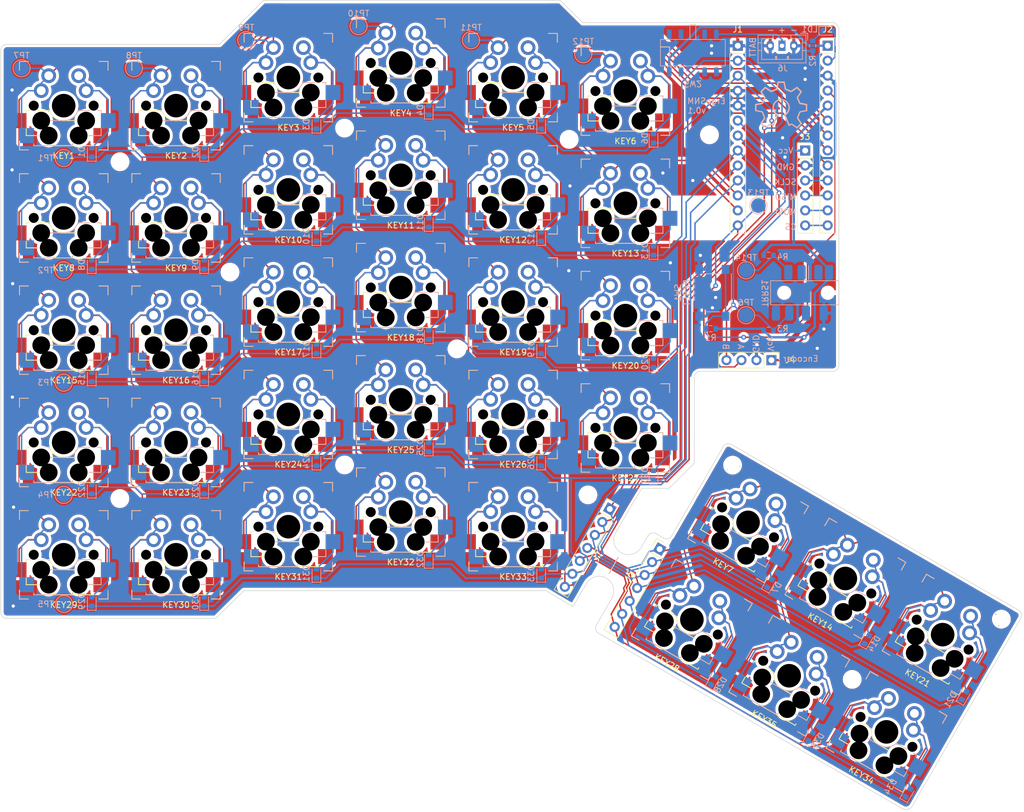
<source format=kicad_pcb>
(kicad_pcb (version 20211014) (generator pcbnew)
  (title_block (title "ErgoSNM Keyboard") (date "2022-11-02") (rev "0.1") (comment 1 "MIT License (Open source hardware)"))
  (layers (0 "F.Cu" signal) (31 "B.Cu" signal) (34 "B.Paste" user) (35 "F.Paste" user) (36 "B.SilkS" user "B.Silkscreen") (37 "F.SilkS" user "F.Silkscreen") (38 "B.Mask" user) (39 "F.Mask" user) (44 "Edge.Cuts" user))
  (net 0 "")
  (net 1 "ROW_0")
  (net 2 "Net-(D1-Pad2)")
  (net 3 "Net-(D2-Pad2)")
  (net 4 "Net-(D3-Pad2)")
  (net 5 "Net-(D4-Pad2)")
  (net 6 "Net-(D5-Pad2)")
  (net 7 "Net-(D6-Pad2)")
  (net 8 "Net-(D7-Pad2)")
  (net 9 "Net-(D8-Pad2)")
  (net 10 "VBUS")
  (net 11 "ROW_1")
  (net 12 "Net-(D9-Pad2)")
  (net 13 "Net-(D10-Pad2)")
  (net 14 "Net-(D11-Pad2)")
  (net 15 "Net-(D12-Pad2)")
  (net 16 "Net-(D13-Pad2)")
  (net 17 "Net-(D14-Pad2)")
  (net 18 "Net-(D15-Pad2)")
  (net 19 "ROW_2")
  (net 20 "Net-(D16-Pad2)")
  (net 21 "Net-(D17-Pad2)")
  (net 22 "Net-(D18-Pad2)")
  (net 23 "Net-(D19-Pad2)")
  (net 24 "Net-(D20-Pad2)")
  (net 25 "Net-(D21-Pad2)")
  (net 26 "Net-(D22-Pad2)")
  (net 27 "ROW_3")
  (net 28 "Net-(D23-Pad2)")
  (net 29 "Net-(D24-Pad2)")
  (net 30 "Net-(D25-Pad2)")
  (net 31 "Net-(D26-Pad2)")
  (net 32 "Net-(D27-Pad2)")
  (net 33 "Net-(D28-Pad2)")
  (net 34 "Net-(D29-Pad2)")
  (net 35 "ROW_4")
  (net 36 "Net-(D30-Pad2)")
  (net 37 "Net-(D31-Pad2)")
  (net 38 "Net-(D32-Pad2)")
  (net 39 "Net-(D33-Pad2)")
  (net 40 "Net-(D34-Pad2)")
  (net 41 "Net-(D35-Pad2)")
  (net 42 "Net-(J6-Pad2)")
  (net 43 "GND")
  (net 44 "SDA")
  (net 45 "SCL")
  (net 46 "COL_4")
  (net 47 "COL_5")
  (net 48 "COL_6")
  (net 49 "+BATT")
  (net 50 "RESET")
  (net 51 "VCC")
  (net 52 "COL_0")
  (net 53 "COL_1")
  (net 54 "COL_2")
  (net 55 "COL_3")
  (net 56 "SCLK")
  (net 57 "MISO")
  (net 58 "MOSI")
  (net 59 "CS")
  (net 60 "Net-(LD1-Pad1)")
  (footprint "MountingHole:MountingHole_2.2mm_M2" (layer "F.Cu") (at 123.825 105.41)
    (fp_text reference "REF**" hide)
    (fp_text value "MountingHole_2.2mm_M2" hide)
  )
  (footprint "key-switches:MX_switch_Gateron_hotswap_double_sided_A" (layer "F.Cu") (at 199.215981 141.176981 -30)
    (fp_text reference "KEY35")
    (fp_text value "SW_Push_45deg")
  )
  (footprint "key-switches:MX_switch_Gateron_hotswap_double_sided_A" (layer "F.Cu") (at 133.35 113.411)
    (fp_text reference "KEY32")
    (fp_text value "SW_Push_45deg")
  )
  (footprint "key-switches:MX_switch_Gateron_hotswap_double_sided_A" (layer "F.Cu") (at 114.3 77.7875)
    (fp_text reference "KEY17")
    (fp_text value "SW_Push_45deg")
  )
  (footprint "key-switches:MX_switch_Gateron_hotswap_double_sided_A" (layer "F.Cu") (at 76.2 44.45)
    (fp_text reference "KEY1")
    (fp_text value "SW_Push_45deg")
  )
  (footprint "Connector_PinHeader_2.54mm:PinHeader_1x06_P2.54mm_Vertical" (layer "F.Cu") (at 201.93 52.07)
    (fp_text reference "J3")
    (fp_text value "Conn_01x06")
  )
  (footprint "key-switches:MX_switch_Gateron_hotswap_double_sided_A" (layer "F.Cu") (at 114.3 58.7375)
    (fp_text reference "KEY10")
    (fp_text value "SW_Push_45deg")
  )
  (footprint "Connector_PinSocket_2.54mm:PinSocket_1x13_P2.54mm_Vertical" (layer "F.Cu") (at 190.5 34.29)
    (fp_text reference "J1")
    (fp_text value "Conn_01x13")
  )
  (footprint "Connector_PinHeader_2.54mm:PinHeader_1x07_P2.54mm_Vertical" (layer "F.Cu") (at 177.250696 119.690725 -30)
    (fp_text reference "J5")
    (fp_text value "Conn_01x07")
  )
  (footprint "MountingHole:MountingHole_2.2mm_M2" (layer "F.Cu") (at 235.2 131.575)
    (fp_text reference "REF**" hide)
    (fp_text value "MountingHole_2.2mm_M2" hide)
  )
  (footprint "key-switches:MX_switch_Gateron_hotswap_double_sided_A" (layer "F.Cu") (at 215.713765 150.701981 -30)
    (fp_text reference "KEY34")
    (fp_text value "SW_Push_45deg")
  )
  (footprint "key-switches:MX_switch_Gateron_hotswap_double_sided_A" (layer "F.Cu") (at 208.740981 124.679197 -30)
    (fp_text reference "KEY14")
    (fp_text value "SW_Push_45deg")
  )
  (footprint "key-switches:MX_switch_Gateron_hotswap_double_sided_A" (layer "F.Cu") (at 171.45 41.9735)
    (fp_text reference "KEY6")
    (fp_text value "SW_Push_45deg")
  )
  (footprint "key-switches:MX_switch_Gateron_hotswap_double_sided_A" (layer "F.Cu") (at 95.25 44.45)
    (fp_text reference "KEY2")
    (fp_text value "SW_Push_45deg")
  )
  (footprint "key-switches:MX_switch_Gateron_hotswap_double_sided_A" (layer "F.Cu") (at 95.25 101.6)
    (fp_text reference "KEY23")
    (fp_text value "SW_Push_45deg")
  )
  (footprint "key-switches:MX_switch_Gateron_hotswap_double_sided_A" (layer "F.Cu") (at 152.4 115.8875)
    (fp_text reference "KEY33")
    (fp_text value "SW_Push_45deg")
  )
  (footprint "MountingHole:MountingHole_2.2mm_M2" (layer "F.Cu") (at 85.75 53.975)
    (fp_text reference "REF**" hide)
    (fp_text value "MountingHole_2.2mm_M2" hide)
  )
  (footprint "Connector_PinSocket_2.54mm:PinSocket_1x13_P2.54mm_Vertical" (layer "F.Cu") (at 205.74 34.28)
    (fp_text reference "J2")
    (fp_text value "Conn_01x13")
  )
  (footprint "key-switches:MX_switch_Gateron_hotswap_double_sided_A" (layer "F.Cu") (at 133.35 75.311)
    (fp_text reference "KEY18")
    (fp_text value "SW_Push_45deg")
  )
  (footprint "key-switches:MX_switch_Gateron_hotswap_double_sided_A" (layer "F.Cu") (at 171.45 61.0235)
    (fp_text reference "KEY13")
    (fp_text value "SW_Push_45deg")
  )
  (footprint "key-switches:MX_switch_Gateron_hotswap_double_sided_A" (layer "F.Cu") (at 192.243197 115.154197 -30)
    (fp_text reference "KEY7")
    (fp_text value "SW_Push_45deg")
  )
  (footprint "key-switches:MX_switch_Gateron_hotswap_double_sided_A" (layer "F.Cu") (at 95.25 63.5)
    (fp_text reference "KEY9")
    (fp_text value "SW_Push_45deg")
  )
  (footprint "key-switches:MX_switch_Gateron_hotswap_double_sided_A" (layer "F.Cu") (at 171.45 99.1235)
    (fp_text reference "KEY27")
    (fp_text value "SW_Push_45deg")
  )
  (footprint "Connector_PinHeader_2.54mm:PinHeader_1x04_P2.54mm_Vertical" (layer "F.Cu") (at 196.205 87.63 -90)
    (fp_text reference "J4")
    (fp_text value "Conn_01x04")
  )
  (footprint "key-switches:MX_switch_Gateron_hotswap_double_sided_A" (layer "F.Cu") (at 114.3 39.6875)
    (fp_text reference "KEY3")
    (fp_text value "SW_Push_45deg")
  )
  (footprint "key-switches:MX_switch_Gateron_hotswap_double_sided_A" (layer "F.Cu") (at 133.35 94.361)
    (fp_text reference "KEY25")
    (fp_text value "SW_Push_45deg")
  )
  (footprint "MountingHole:MountingHole_2.2mm_M2" (layer "F.Cu") (at 209.9 141.8)
    (fp_text reference "REF**" hide)
    (fp_text value "MountingHole_2.2mm_M2" hide)
  )
  (footprint "key-switches:MX_switch_Gateron_hotswap_double_sided_A" (layer "F.Cu") (at 95.25 82.55)
    (fp_text reference "KEY16")
    (fp_text value "SW_Push_45deg")
  )
  (footprint "MountingHole:MountingHole_3.2mm_M3" (layer "F.Cu") (at 168.5 124.2)
    (fp_text reference "REF**" hide)
    (fp_text value "MountingHole_3.2mm_M3" hide)
  )
  (footprint "MountingHole:MountingHole_2.2mm_M2" (layer "F.Cu") (at 165.1 110.49)
    (fp_text reference "REF**" hide)
    (fp_text value "MountingHole_2.2mm_M2" hide)
  )
  (footprint "MountingHole:MountingHole_2.2mm_M2" (layer "F.Cu") (at 189.625 105.45)
    (fp_text reference "REF**" hide)
    (fp_text value "MountingHole_2.2mm_M2" hide)
  )
  (footprint "Connector_PinHeader_2.54mm:PinHeader_1x07_P2.54mm_Vertical" (layer "F.Cu") (at 168.801628 112.893686 -30)
    (fp_text reference "J7")
    (fp_text value "Conn_01x07")
  )
  (footprint "MountingHole:MountingHole_2.2mm_M2" (layer "F.Cu") (at 123.825 48.26)
    (fp_text reference "REF**" hide)
    (fp_text value "MountingHole_2.2mm_M2" hide)
  )
  (footprint "key-switches:MX_switch_Gateron_hotswap_double_sided_A" (layer "F.Cu") (at 76.2 63.5)
    (fp_text reference "KEY8")
    (fp_text value "SW_Push_45deg")
  )
  (footprint "MountingHole:MountingHole_2.2mm_M2" (layer "F.Cu") (at 104.4 72.7)
    (fp_text reference "REF**" hide)
    (fp_text value "MountingHole_2.2mm_M2" hide)
  )
  (footprint "MountingHole:MountingHole_2.2mm_M2" (layer "F.Cu") (at 185.75 65.25)
    (fp_text reference "REF**" hide)
    (fp_text value "MountingHole_2.2mm_M2" hide)
  )
  (footprint "key-switches:MX_switch_Gateron_hotswap_double_sided_A" (layer "F.Cu") (at 133.35 37.211)
    (fp_text reference "KEY4")
    (fp_text value "SW_Push_45deg")
  )
  (footprint "key-switches:MX_switch_Gateron_hotswap_double_sided_A" (layer "F.Cu") (at 114.3 115.8875)
    (fp_text reference "KEY31")
    (fp_text value "SW_Push_45deg")
  )
  (footprint "key-switches:MX_switch_Gateron_hotswap_double_sided_A" (layer "F.Cu") (at 225.238765 134.204197 -30)
    (fp_text reference "KEY21")
    (fp_text value "SW_Push_45deg")
  )
  (footprint "key-switches:MX_switch_Gateron_hotswap_double_sided_A" (layer "F.Cu") (at 152.4 39.6875)
    (fp_text reference "KEY5")
    (fp_text value "SW_Push_45deg")
  )
  (footprint "MountingHole:MountingHole_2.2mm_M2" (layer "F.Cu") (at 185.7 49.4)
    (fp_text reference "REF**" hide)
    (fp_text value "MountingHole_2.2mm_M2" hide)
  )
  (footprint "MountingHole:MountingHole_2.2mm_M2" (layer "F.Cu") (at 142.875 85.725)
    (fp_text reference "REF**" hide)
    (fp_text value "MountingHole_2.2mm_M2" hide)
  )
  (footprint "key-switches:MX_switch_Gateron_hotswap_double_sided_A" (layer "F.Cu") (at 152.4 58.7375)
    (fp_text reference "KEY12")
    (fp_text value "SW_Push_45deg")
  )
  (footprint "key-switches:MX_switch_Gateron_hotswap_double_sided_A" (layer "F.Cu") (at 171.45 80.0735)
    (fp_text reference "KEY20")
    (fp_text value "SW_Push_45deg")
  )
  (footprint "key-switches:MX_switch_Gateron_hotswap_double_sided_A" (layer "F.Cu") (at 152.4 96.8375)
    (fp_text reference "KEY26")
    (fp_text value "SW_Push_45deg")
  )
  (footprint "key-switches:MX_switch_Gateron_hotswap_double_sided_A" (layer "F.Cu") (at 76.2 101.6)
    (fp_text reference "KEY22")
    (fp_text value "SW_Push_45deg")
  )
  (footprint "key-switches:MX_switch_Gateron_hotswap_double_sided_A" (layer "F.Cu") (at 95.25 120.65)
    (fp_text reference "KEY30")
    (fp_text value "SW_Push_45deg")
  )
  (footprint "key-switches:MX_switch_Gateron_hotswap_double_sided_A" (layer "F.Cu") (at 76.2 120.65)
    (fp_text reference "KEY29")
    (fp_text value "SW_Push_45deg")
  )
  (footprint "key-switches:MX_switch_Gateron_hotswap_double_sided_A" (layer "F.Cu") (at 152.4 77.7875)
    (fp_text reference "KEY19")
    (fp_text value "SW_Push_45deg")
  )
  (footprint "key-switches:MX_switch_Gateron_hotswap_double_sided_A" (layer "F.Cu") (at 182.718197 131.651981 -30)
    (fp_text reference "KEY28")
    (fp_text value "SW_Push_45deg")
  )
  (footprint "key-switches:MX_switch_Gateron_hotswap_double_sided_A" (layer "F.Cu") (at 133.35 56.261)
    (fp_text reference "KEY11")
    (fp_text value "SW_Push_45deg")
  )
  (footprint "MountingHole:MountingHole_3.2mm_M3" (layer "F.Cu") (at 170.425 120.725)
    (fp_text reference "REF**" hide)
    (fp_text value "MountingHole_3.2mm_M3" hide)
  )
  (footprint "MountingHole:MountingHole_2.2mm_M2" (layer "F.Cu") (at 85.725 111.125)
    (fp_text reference "REF**" hide)
    (fp_text value "MountingHole_2.2mm_M2" hide)
  )
  (footprint "MountingHole:MountingHole_2.2mm_M2" (layer "F.Cu") (at 161.9 50.165)
    (fp_text reference "REF**" hide)
    (fp_text value "MountingHole_2.2mm_M2" hide)
  )
  (footprint "key-switches:MX_switch_Gateron_hotswap_double_sided_A" (layer "F.Cu") (at 76.2 82.55)
    (fp_text reference "KEY15")
    (fp_text value "SW_Push_45deg")
  )
  (footprint "key-switches:MX_switch_Gateron_hotswap_double_sided_A" (layer "F.Cu") (at 114.3 96.8375)
    (fp_text reference "KEY24")
    (fp_text value "SW_Push_45deg")
  )
  (footprint "Diode_SMD:D_0603_1608Metric" (layer "B.Cu") (at 157.1625 47.625 90)
    (fp_text reference "D5")
    (fp_text value "1N4148")
  )
  (footprint "Diode_SMD:D_0603_1608Metric" (layer "B.Cu") (at 80.9625 128.5875 90)
    (fp_text reference "D29")
    (fp_text value "1N4148")
  )
  (footprint "Diode_SMD:D_0603_1608Metric" (layer "B.Cu") (at 157.1625 104.775 90)
    (fp_text reference "D26")
    (fp_text value "1N4148")
  )
  (footprint "LED_SMD:LED_0603_1608Metric" (layer "B.Cu") (at 205.74 31.75)
    (fp_text reference "LD1")
    (fp_text value "LED")
  )
  (footprint "Diode_SMD:D_0603_1608Metric" (layer "B.Cu") (at 138.1125 121.44375 90)
    (fp_text reference "D32")
    (fp_text value "1N4148")
  )
  (footprint "Diode_SMD:D_0603_1608Metric" (layer "B.Cu") (at 100.0125 71.4375 90)
    (fp_text reference "D9")
    (fp_text value "1N4148")
  )
  (footprint "Diode_SMD:D_0603_1608Metric" (layer "B.Cu") (at 219.359671 161.055838 60)
    (fp_text reference "D34")
    (fp_text value "1N4148")
  )
  (footprint "Diode_SMD:D_0603_1608Metric" (layer "B.Cu") (at 80.9625 109.5375 90)
    (fp_text reference "D22")
    (fp_text value "1N4148")
  )
  (footprint "TestPoint:TestPoint_Pad_D2.5mm" (layer "B.Cu") (at 76.2 110.49 180)
    (fp_text reference "TP4")
    (fp_text value "TestPoint")
  )
  (footprint "Diode_SMD:D_0603_1608Metric" (layer "B.Cu") (at 100.0125 109.5375 90)
    (fp_text reference "D23")
    (fp_text value "1N4148")
  )
  (footprint "TestPoint:TestPoint_Pad_D2.5mm" (layer "B.Cu") (at 88.10625 38.1 180)
    (fp_text reference "TP8")
    (fp_text value "TestPoint")
  )
  (footprint "TestPoint:TestPoint_Pad_D2.5mm" (layer "B.Cu") (at 76.25 129 180)
    (fp_text reference "TP5")
    (fp_text value "TestPoint")
  )
  (footprint "TestPoint:TestPoint_Pad_D2.5mm" (layer "B.Cu") (at 191.909 80.01 180)
    (fp_text reference "TP6")
    (fp_text value "TestPoint")
  )
  (footprint "TestPoint:TestPoint_Pad_D2.5mm" (layer "B.Cu") (at 164.30625 35.71875 180)
    (fp_text reference "TP12")
    (fp_text value "TestPoint")
  )
  (footprint "Diode_SMD:D_0603_1608Metric" (layer "B.Cu") (at 119.0625 123.825 90)
    (fp_text reference "D31")
    (fp_text value "1N4148")
  )
  (footprint "TestPoint:TestPoint_Pad_D2.5mm" (layer "B.Cu") (at 76.2 53.34 180)
    (fp_text reference "TP1")
    (fp_text value "TestPoint")
  )
  (footprint "TestPoint:TestPoint_Pad_D2.5mm" (layer "B.Cu") (at 107.15625 33.3375 180)
    (fp_text reference "TP9")
    (fp_text value "TestPoint")
  )
  (footprint "Diode_SMD:D_0603_1608Metric" (layer "B.Cu") (at 80.9625 71.4375 90)
    (fp_text reference "D8")
    (fp_text value "1N4148")
  )
  (footprint "TestPoint:TestPoint_Pad_D2.5mm" (layer "B.Cu") (at 194 61.4 180)
    (fp_text reference "TP13")
    (fp_text value "TestPoint")
  )
  (footprint "Diode_SMD:D_0603_1608Metric" (layer "B.Cu") (at 195.889104 125.508055 60)
    (fp_text reference "D7")
    (fp_text value "1N4148")
  )
  (footprint "Diode_SMD:D_0603_1608Metric" (layer "B.Cu") (at 228.884671 144.558054 60)
    (fp_text reference "D21")
    (fp_text value "1N4148")
  )
  (footprint "ErgoSNM_Keybaord:MSK-23D20-T" (layer "B.Cu") (at 182.88 35.71875)
    (fp_text reference "SW2")
    (fp_text value "SW_2P2T")
  )
  (footprint "Diode_SMD:D_0603_1608Metric" (layer "B.Cu") (at 138.1125 83.34375 90)
    (fp_text reference "D18")
    (fp_text value "1N4148")
  )
  (footprint "TestPoint:TestPoint_Pad_D2.5mm" (layer "B.Cu") (at 69.05625 38.1 180)
    (fp_text reference "TP7")
    (fp_text value "TestPoint")
  )
  (footprint "ErgoSNM_Keybaord:PJ-393" (layer "B.Cu") (at 207.874 79.65 180)
    (fp_text reference "TRRS1")
    (fp_text value "PJ-393_TRRS_8P")
  )
  (footprint "Diode_SMD:D_0603_1608Metric" (layer "B.Cu") (at 202.861887 151.530838 60)
    (fp_text reference "D35")
    (fp_text value "1N4148")
  )
  (footprint "Diode_SMD:D_0603_1608Metric" (layer "B.Cu") (at 80.9625 52.3875 90)
    (fp_text reference "D1")
    (fp_text value "1N4148")
  )
  (footprint "Resistor_SMD:R_0603_1608Metric" (layer "B.Cu") (at 203.2 34.29 -90)
    (fp_text reference "R2")
    (fp_text value "1k")
  )
  (footprint "Diode_SMD:D_0603_1608Metric" (layer "B.Cu") (at 119.0625 104.775 90)
    (fp_text reference "D24")
    (fp_text value "1N4148")
  )
  (footprint "Diode_SMD:D_0603_1608Metric" (layer "B.Cu") (at 80.9625 90.4875 90)
    (fp_text reference "D15")
    (fp_text value "1N4148")
  )
  (footprint "TestPoint:TestPoint_Pad_D2.5mm" (layer "B.Cu") (at 126.20625 30.95625 180)
    (fp_text reference "TP10")
    (fp_text value "TestPoint")
  )
  (footprint "Diode_SMD:D_0603_1608Metric" (layer "B.Cu") (at 212.386887 135.033054 60)
    (fp_text reference "D14")
    (fp_text value "1N4148")
  )
  (footprint "Diode_SMD:D_0603_1608Metric" (layer "B.Cu") (at 186.364104 142.005839 60)
    (fp_text reference "D28")
    (fp_text value "1N4148")
  )
  (footprint "Diode_SMD:D_0603_1608Metric" (layer "B.Cu") (at 119.0625 47.625 90)
    (fp_text reference "D3")
    (fp_text value "1N4148")
  )
  (footprint "TestPoint:TestPoint_Pad_D2.5mm" (layer "B.Cu") (at 76.2 72.39 180)
    (fp_text reference "TP2")
    (fp_text value "TestPoint")
  )
  (footprint "Diode_SMD:D_0603_1608Metric" (layer "B.Cu") (at 100.0125 52.3875 90)
    (fp_text reference "D2")
    (fp_text value "1N4148")
  )
  (footprint "Resistor_SMD:R_0603_1608Metric" (layer "B.Cu") (at 185.928 82.296 180)
    (fp_text reference "R1")
    (fp_text value "4.7k")
  )
  (footprint "Diode_SMD:D_0603_1608Metric" (layer "B.Cu") (at 138.1125 45.24375 90)
    (fp_text reference "D4")
    (fp_text value "1N4148")
  )
  (footprint "Diode_SMD:D_0603_1608Metric" (layer "B.Cu") (at 157.1625 85.725 90)
    (fp_text reference "D19")
    (fp_text value "1N4148")
  )
  (footprint "Diode_SMD:D_0603_1608Metric" (layer "B.Cu") (at 157.1625 123.825 90)
    (fp_text reference "D33")
    (fp_text value "1N4148")
  )
  (footprint "TestPoint:TestPoint_Pad_D2.5mm" (layer "B.Cu") (at 76.2 91.44 180)
    (fp_text reference "TP3")
    (fp_text value "TestPoint")
  )
  (footprint "Diode_SMD:D_0603_1608Metric" (layer "B.Cu") (at 157.1625 66.675 90)
    (fp_text reference "D12")
    (fp_text value "1N4148")
  )
  (footprint "Resistor_SMD:R_0603_1608Metric" (layer "B.Cu") (at 195.719 82.55)
    (fp_text reference "R3")
    (fp_text value "4.7k")
  )
  (footprint "Diode_SMD:D_0603_1608Metric" (layer "B.Cu") (at 176.2125 69.05625 90)
    (fp_text reference "D13")
    (fp_text value "1N4148")
  )
  (footprint "Diode_SMD:D_0603_1608Metric" (layer "B.Cu") (at 138.1125 64.29375 90)
    (fp_text reference "D11")
    (fp_text value "1N4148")
  )
  (footprint "Diode_SMD:D_0603_1608Metric" (layer "B.Cu") (at 176.2125 50.00625 90)
    (fp_text reference "D6")
    (fp_text value "1N4148")
  )
  (footprint "Resistor_SMD:R_0603_1608Metric" (layer "B.Cu") (at 195.719 69.85 180)
    (fp_text reference "R4")
    (fp_text value "4.7k")
  )
  (footprint "Diode_SMD:D_0603_1608Metric" (layer "B.Cu") (at 176.2125 107.15625 90)
    (fp_text reference "D27")
    (fp_text value "1N4148")
  )
  (footprint "Diode_SMD:D_0603_1608Metric" (layer "B.Cu") (at 176.2125 88.10625 90)
    (fp_text reference "D20")
    (fp_text value "1N4148")
  )
  (footprint "Diode_SMD:D_0603_1608Metric" (layer "B.Cu") (at 138.1125 102.39375 90)
    (fp_text reference "D25")
    (fp_text value "1N4148")
  )
  (footprint "TestPoint:TestPoint_Pad_D2.5mm" (layer "B.Cu") (at 145.25625 33.3375 180)
    (fp_text reference "TP11")
    (fp_text value "TestPoint")
  )
  (footprint "Diode_SMD:D_0603_1608Metric" (layer "B.Cu") (at 119.0625 66.675 90)
    (fp_text reference "D10")
    (fp_text value "1N4148")
  )
  (footprint "TestPoint:TestPoint_Pad_D2.5mm" (layer "B.Cu") (at 191.909 72.39 180)
    (fp_text reference "TP14")
    (fp_text value "TestPoint")
  )
  (footprint "Diode_SMD:D_0603_1608Metric" (layer "B.Cu") (at 119.0625 85.725 90)
    (fp_text reference "D17")
    (fp_text value "1N4148")
  )
  (footprint "Button_Switch_SMD:SW_Push_1P1T_NO_6x6mm_H9.5mm" (layer "B.Cu") (at 186.182 76.2 90)
    (fp_text reference "SW1")
    (fp_text value "RESET")
  )
  (footprint "Diode_SMD:D_0603_1608Metric" (layer "B.Cu") (at 100.0125 128.5875 90)
    (fp_text reference "D30")
    (fp_text value "1N4148")
  )
  (footprint "Diode_SMD:D_0603_1608Metric" (layer "B.Cu") (at 100.0125 90.4875 90)
    (fp_text reference "D16")
    (fp_text value "1N4148")
  )
  (footprint "Connector_JST:JST_PH_B3B-PH-K_1x03_P2.00mm_Vertical" (layer "B.Cu") (at 200 34.29 180)
    (fp_text reference "J6")
    (fp_text value "Conn_01x03")
  )
  (gr_line (start 170.45 120.7) (end 168.475 124.2) (layer "B.SilkS") (width 0.15))
  (gr_poly (pts (xy 198.414037 40.340398) (xy 198.416556 40.340585) (xy 198.419061 40.340893) (xy 198.421551 40.341319) (xy 198.42402 40.34186) (xy 198.426466 40.342512) (xy 198.428884 40.343273) (xy 198.431272 40.344139) (xy 198.433624 40.345108) (xy 198.435938 40.346176) (xy 198.438209 40.347341) (xy 198.440434 40.348598) (xy 198.44261 40.349946) (xy 198.444732 40.351381) (xy 198.446797 40.352899) (xy 198.4488 40.354498) (xy 198.450739 40.356175) (xy 198.45261 40.357927) (xy 198.454408 40.35975) (xy 198.456131 40.361642) (xy 198.457774 40.363599) (xy 198.459333 40.365618) (xy 198.460805 40.367696) (xy 198.462187 40.369831) (xy 198.463474 40.372018) (xy 198.464662 40.374256) (xy 198.465749 40.37654) (xy 198.46673 40.378868) (xy 198.467601 40.381237) (xy 198.468359 40.383643) (xy 198.469 40.386083) (xy 198.469521 40.388555) (xy 198.678872 41.513233) (xy 198.679401 41.515725) (xy 198.680043 41.518226) (xy 198.681653 41.523235) (xy 198.683673 41.528229) (xy 198.686075 41.533175) (xy 198.68883 41.538039) (xy 198.691912 41.54279) (xy 198.695291 41.547395) (xy 198.698939 41.551821) (xy 198.702828 41.556035) (xy 198.70693 41.560005) (xy 198.711217 41.563697) (xy 198.71566 41.567081) (xy 198.720232 41.570122) (xy 198.724903 41.572788) (xy 198.727268 41.57397) (xy 198.729647 41.575047) (xy 198.732037 41.576013) (xy 198.734434 41.576865) (xy 199.488232 41.885435) (xy 199.492915 41.887497) (xy 199.497882 41.889219) (xy 199.503088 41.890604) (xy 199.50849 41.891656) (xy 199.514045 41.892377) (xy 199.519708 41.892771) (xy 199.525436 41.89284) (xy 199.531185 41.892588) (xy 199.536912 41.892016) (xy 199.542573 41.89113) (xy 199.548124 41.88993) (xy 199.553521 41.888421) (xy 199.558721 41.886606) (xy 199.56368 41.884487) (xy 199.568354 41.882067) (xy 199.5727 41.87935) (xy 200.512302 41.23456) (xy 200.514418 41.233182) (xy 200.516598 41.23191) (xy 200.518835 41.230746) (xy 200.521125 41.229688) (xy 200.523463 41.228736) (xy 200.525845 41.227889) (xy 200.528266 41.227148) (xy 200.53072 41.226511) (xy 200.533204 41.225979) (xy 200.535712 41.22555) (xy 200.540783 41.225003) (xy 200.545893 41.224865) (xy 200.551005 41.225135) (xy 200.556081 41.225807) (xy 200.561082 41.226879) (xy 200.565971 41.228347) (xy 200.56836 41.229228) (xy 200.570708 41.230207) (xy 200.573007 41.231284) (xy 200.575255 41.232457) (xy 200.577446 41.233727) (xy 200.579575 41.235092) (xy 200.581637 41.236553) (xy 200.583628 41.23811) (xy 200.585543 41.239761) (xy 200.587377 41.241506) (xy 201.378681 42.032808) (xy 201.380426 42.034643) (xy 201.382075 42.036558) (xy 201.38363 42.03855) (xy 201.385089 42.040614) (xy 201.386452 42.042744) (xy 201.387718 42.044937) (xy 201.389961 42.049488) (xy 201.391813 42.05423) (xy 201.393273 42.059124) (xy 201.394337 42.064131) (xy 201.395002 42.069213) (xy 201.395266 42.074332) (xy 201.395125 42.079448) (xy 201.394577 42.084524) (xy 201.393619 42.089521) (xy 201.392248 42.094401) (xy 201.391406 42.096784) (xy 201.39046 42.099124) (xy 201.38941 42.101416) (xy 201.388254 42.103654) (xy 201.386993 42.105833) (xy 201.385625 42.10795) (xy 200.75208 43.031346) (xy 200.749356 43.03571) (xy 200.746937 43.040392) (xy 200.744828 43.045349) (xy 200.743031 43.050537) (xy 200.741548 43.055915) (xy 200.740383 43.06144) (xy 200.739539 43.06707) (xy 200.739016 43.072761) (xy 200.73882 43.078472) (xy 200.738952 43.08416) (xy 200.739415 43.089782) (xy 200.740211 43.095295) (xy 200.741344 43.100658) (xy 200.742816 43.105828) (xy 200.74463 43.110762) (xy 200.746789 43.115417) (xy 201.080098 43.893027) (xy 201.082002 43.897802) (xy 201.084342 43.902533) (xy 201.087086 43.907193) (xy 201.090201 43.911752) (xy 201.093653 43.916183) (xy 201.09741 43.920457) (xy 201.101438 43.924547) (xy 201.105705 43.928424) (xy 201.110177 43.93206) (xy 201.114822 43.935426) (xy 201.119606 43.938495) (xy 201.124496 43.941239) (xy 201.129459 43.943628) (xy 201.134463 43.945636) (xy 201.139474 43.947233) (xy 201.144458 43.948392) (xy 202.231829 44.150599) (xy 202.234295 44.151131) (xy 202.23673 44.151783) (xy 202.239131 44.152551) (xy 202.241495 44.153431) (xy 202.243818 44.154419) (xy 202.246098 44.155513) (xy 202.248331 44.156708) (xy 202.250515 44.158) (xy 202.25472 44.160863) (xy 202.25869 44.164071) (xy 202.262398 44.167597) (xy 202.26582 44.17141) (xy 202.268932 44.175481) (xy 202.271708 44.179781) (xy 202.274123 44.184281) (xy 202.275187 44.186596) (xy 202.276152 44.18895) (xy 202.277015 44.191339) (xy 202.277772 44.19376) (xy 202.278419 44.196209) (xy 202.278955 44.198682) (xy 202.279376 44.201175) (xy 202.279679 44.203685) (xy 202.27986 44.206208) (xy 202.279917 44.208741) (xy 202.279785 45.327862) (xy 202.279721 45.33039) (xy 202.279534 45.332909) (xy 202.279225 45.335416) (xy 202.278798 45.337908) (xy 202.278256 45.340381) (xy 202.277602 45.34283) (xy 202.276839 45.345252) (xy 202.275971 45.347643) (xy 202.275 45.35) (xy 202.27393 45.352318) (xy 202.272764 45.354594) (xy 202.271504 45.356825) (xy 202.270154 45.359005) (xy 202.268718 45.361132) (xy 202.267197 45.363202) (xy 202.265597 45.36521) (xy 202.263918 45.367154) (xy 202.262165 45.369028) (xy 202.260341 45.370831) (xy 202.258449 45.372557) (xy 202.256492 45.374203) (xy 202.254473 45.375765) (xy 202.252395 45.377239) (xy 202.250261 45.378622) (xy 202.248075 45.37991) (xy 202.24584 45.381098) (xy 202.243558 45.382184) (xy 202.241233 45.383163) (xy 202.238868 45.384032) (xy 202.236467 45.384787) (xy 202.234031 45.385423) (xy 202.231565 45.385938) (xy 201.170916 45.583317) (xy 201.168419 45.583829) (xy 201.165917 45.584457) (xy 201.163413 45.585196) (xy 201.160912 45.586045) (xy 201.155934 45.588052) (xy 201.151013 45.590449) (xy 201.146182 45.593208) (xy 201.141472 45.596298) (xy 201.136915 45.599692) (xy 201.132543 45.60336) (xy 201.128387 45.607273) (xy 201.124478 45.611401) (xy 201.12085 45.615717) (xy 201.117533 45.62019) (xy 201.114558 45.624792) (xy 201.111959 45.629493) (xy 201.109766 45.634265) (xy 201.108832 45.636669) (xy 201.108011 45.639079) (xy 200.776886 46.466232) (xy 200.774837 46.470937) (xy 200.773129 46.47592) (xy 200.771759 46.481137) (xy 200.770722 46.486546) (xy 200.770016 46.492103) (xy 200.769638 46.497766) (xy 200.769583 46.503491) (xy 200.769849 46.509235) (xy 200.770432 46.514955) (xy 200.771328 46.520608) (xy 200.772535 46.52615) (xy 200.774048 46.53154) (xy 200.775865 46.536732) (xy 200.777982 46.541685) (xy 200.780396 46.546356) (xy 200.783103 46.5507) (xy 201.385624 47.428654) (xy 201.387003 47.430771) (xy 201.388275 47.432951) (xy 201.389439 47.43519) (xy 201.390497 47.437483) (xy 201.391449 47.439824) (xy 201.392296 47.44221) (xy 201.393037 47.444634) (xy 201.393674 47.447093) (xy 201.394206 47.449582) (xy 201.394635 47.452095) (xy 201.395182 47.457177) (xy 201.395319 47.462299) (xy 201.39505 47.467424) (xy 201.394378 47.472512) (xy 201.393306 47.477525) (xy 201.391838 47.482424) (xy 201.390957 47.484819) (xy 201.389978 47.487171) (xy 201.388902 47.489476) (xy 201.387728 47.491727) (xy 201.386459 47.493922) (xy 201.385093 47.496053) (xy 201.383632 47.498118) (xy 201.382076 47.500111) (xy 201.380425 47.502027) (xy 201.37868 47.503862) (xy 200.587245 48.295164) (xy 200.585422 48.296897) (xy 200.583517 48.298537) (xy 200.581535 48.300083) (xy 200.57948 48.301535) (xy 200.577357 48.302891) (xy 200.575171 48.304153) (xy 200.570631 48.306389) (xy 200.565896 48.308238) (xy 200.561008 48.309698) (xy 200.556003 48.310766) (xy 200.550922 48.311436) (xy 200.545803 48.311707) (xy 200.540685 48.311574) (xy 200.535606 48.311035) (xy 200.530606 48.310084) (xy 200.525724 48.30872) (xy 200.523339 48.307882) (xy 200.520998 48.306939) (xy 200.518705 48.305891) (xy 200.516466 48.304737) (xy 200.514286 48.303476) (xy 200.512169 48.30211) (xy 199.649694 47.710171) (xy 199.645358 47.707472) (xy 199.640715 47.705106) (xy 199.635805 47.703072) (xy 199.630673 47.701373) (xy 199.625358 47.700009) (xy 199.619905 47.698981) (xy 199.614354 47.698289) (xy 199.608749 47.697934) (xy 199.603132 47.697917) (xy 199.597544 47.698239) (xy 199.592029 47.6989) (xy 199.586628 47.699902) (xy 199.581383 47.701245) (xy 199.576337 47.702929) (xy 199.571533 47.704956) (xy 199.567011 47.707327) (xy 199.186673 47.910394) (xy 199.184399 47.911476) (xy 199.182105 47.912426) (xy 199.179797 47.913248) (xy 199.177478 47.913941) (xy 199.175152 47.914509) (xy 199.172823 47.914951) (xy 199.170495 47.91527) (xy 199.168172 47.915467) (xy 199.165857 47.915543) (xy 199.163555 47.915501) (xy 199.16127 47.91534) (xy 199.159006 47.915064) (xy 199.156766 47.914673) (xy 199.154555 47.914168) (xy 199.152377 47.913552) (xy 199.150235 47.912825) (xy 199.148133 47.91199) (xy 199.146076 47.911047) (xy 199.144068 47.909998) (xy 199.142112 47.908844) (xy 199.140212 47.907588) (xy 199.138372 47.906229) (xy 199.136597 47.904771) (xy 199.13489 47.903214) (xy 199.133255 47.901559) (xy 199.131696 47.899809) (xy 199.130218 47.897964) (xy 199.128823 47.896026) (xy 199.127517 47.893997) (xy 199.126302 47.891878) (xy 199.125184 47.889671) (xy 199.124165 47.887376) (xy 198.340006 45.99243) (xy 198.339099 45.990073) (xy 198.338313 45.98768) (xy 198.337645 45.985255) (xy 198.337094 45.982804) (xy 198.336658 45.980331) (xy 198.336337 45.97784) (xy 198.336129 45.975335) (xy 198.336031 45.972822) (xy 198.336043 45.970304) (xy 198.336163 45.967787) (xy 198.336389 45.965275) (xy 198.33672 45.962771) (xy 198.337155 45.960282) (xy 198.337691 45.957811) (xy 198.338328 45.955362) (xy 198.339063 45.952941) (xy 198.339896 45.950551) (xy 198.340825 45.948198) (xy 198.341848 45.945886) (xy 198.342963 45.943619) (xy 198.34417 45.941402) (xy 198.345466 45.939239) (xy 198.346851 45.937135) (xy 198.348322 45.935094) (xy 198.349878 45.933121) (xy 198.351517 45.93122) (xy 198.353239 45.929396) (xy 198.355041 45.927654) (xy 198.356923 45.925997) (xy 198.358881 45.924431) (xy 198.360916 45.92296) (xy 198.363025 45.921588) (xy 198.458209 45.863313) (xy 198.46506 45.85895) (xy 198.472374 45.85397) (xy 198.480014 45.848482) (xy 198.487842 45.842593) (xy 198.495719 45.836413) (xy 198.503508 45.83005) (xy 198.511071 45.823613) (xy 198.518269 45.81721) (xy 198.581279 45.774081) (xy 198.641413 45.727253) (xy 198.698508 45.67689) (xy 198.752398 45.623154) (xy 198.802921 45.56621) (xy 198.849912 45.506219) (xy 198.893206 45.443346) (xy 198.93264 45.377753) (xy 198.968049 45.309604) (xy 198.99927 45.239062) (xy 199.026137 45.166289) (xy 199.048488 45.09145) (xy 199.066158 45.014706) (xy 199.078982 44.936222) (xy 199.086797 44.856161) (xy 199.089438 44.774685) (xy 199.087828 44.710995) (xy 199.083049 44.64814) (xy 199.075178 44.5862) (xy 199.064294 44.525251) (xy 199.050475 44.465372) (xy 199.033798 44.40664) (xy 199.01434 44.349133) (xy 198.99218 44.292929) (xy 198.967396 44.238105) (xy 198.940065 44.18474) (xy 198.910265 44.132911) (xy 198.878073 44.082695) (xy 198.843569 44.034171) (xy 198.806828 43.987417) (xy 198.76793 43.942509) (xy 198.726951 43.899527) (xy 198.68397 43.858546) (xy 198.639064 43.819647) (xy 198.592312 43.782905) (xy 198.54379 43.748399) (xy 198.493577 43.716207) (xy 198.441751 43.686406) (xy 198.388389 43.659075) (xy 198.333568 43.63429) (xy 198.277368 43.61213) (xy 198.219865 43.592672) (xy 198.161137 43.575995) (xy 198.101263 43.562175) (xy 198.040319 43.551291) (xy 197.978384 43.543421) (xy 197.915535 43.538641) (xy 197.85185 43.537031) (xy 197.788165 43.538641) (xy 197.725316 43.543421) (xy 197.66338 43.551291) (xy 197.602435 43.562175) (xy 197.542559 43.575995) (xy 197.483829 43.592672) (xy 197.426324 43.61213) (xy 197.370121 43.63429) (xy 197.315299 43.659075) (xy 197.261934 43.686406) (xy 197.210105 43.716207) (xy 197.159889 43.748399) (xy 197.111364 43.782905) (xy 197.064609 43.819647) (xy 197.0197 43.858546) (xy 196.976716 43.899527) (xy 196.935734 43.942509) (xy 196.896833 43.987417) (xy 196.860089 44.034171) (xy 196.825581 44.082695) (xy 196.793387 44.132911) (xy 196.763584 44.18474) (xy 196.736251 44.238105) (xy 196.711464 44.292929) (xy 196.689302 44.349133) (xy 196.669842 44.40664) (xy 196.653163 44.465372) (xy 196.639342 44.525251) (xy 196.628457 44.5862) (xy 196.620586 44.64814) (xy 196.615806 44.710995) (xy 196.614195 44.774685) (xy 196.614859 44.81559) (xy 196.616838 44.856161) (xy 196.62011 44.896379) (xy 196.624655 44.936222) (xy 196.630452 44.975672) (xy 196.637482 45.014706) (xy 196.645723 45.053306) (xy 196.655155 45.09145) (xy 196.665758 45.129118) (xy 196.67751 45.166289) (xy 196.690391 45.202944) (xy 196.704382 45.239062) (xy 196.71946 45.274622) (xy 196.735606 45.309604) (xy 196.771019 45.377754) (xy 196.810455 45.443346) (xy 196.853751 45.50622) (xy 196.900742 45.56621) (xy 196.951263 45.623155) (xy 197.005151 45.67689) (xy 197.06224 45.727253) (xy 197.122366 45.774081) (xy 197.185365 45.81721) (xy 197.192604 45.823613) (xy 197.200193 45.83005) (xy 197.207997 45.836413) (xy 197.215883 45.842593) (xy 197.223716 45.848482) (xy 197.231362 45.85397) (xy 197.238688 45.85895) (xy 197.245558 45.863313) (xy 197.340742 45.921588) (xy 197.342862 45.92296) (xy 197.344908 45.924431) (xy 197.346876 45.925997) (xy 197.348766 45.927654) (xy 197.350575 45.929396) (xy 197.352304 45.93122) (xy 197.35551 45.935094) (xy 197.358372 45.939239) (xy 197.360879 45.943619) (xy 197.363018 45.948198) (xy 197.364777 45.952941) (xy 197.366145 45.957811) (xy 197.36711 45.962771) (xy 197.36766 45.967787) (xy 197.367782 45.972822) (xy 197.367465 45.97784) (xy 197.367138 45.980331) (xy 197.366697 45.982804) (xy 197.36614 45.985255) (xy 197.365466 45.98768) (xy 197.364673 45.990073) (xy 197.363761 45.99243) (xy 196.579536 47.88731) (xy 196.578517 47.889605) (xy 196.577398 47.891813) (xy 196.576183 47.893933) (xy 196.574875 47.895964) (xy 196.573479 47.897903) (xy 196.571999 47.899749) (xy 196.570438 47.901501) (xy 196.568802 47.903157) (xy 196.567093 47.904716) (xy 196.565315 47.906177) (xy 196.563474 47.907537) (xy 196.561572 47.908796) (xy 196.559614 47.909952) (xy 196.557603 47.911003) (xy 196.555544 47.911947) (xy 196.553441 47.912785) (xy 196.551298 47.913513) (xy 196.549118 47.91413) (xy 196.546906 47.914636) (xy 196.544666 47.915027) (xy 196.542401 47.915304) (xy 196.540116 47.915464) (xy 196.537815 47.915507) (xy 196.535501 47.915429) (xy 196.533179 47.915231) (xy 196.530853 47.91491) (xy 196.528526 47.914465) (xy 196.526203 47.913895) (xy 196.523888 47.913198) (xy 196.521584 47.912372) (xy 196.519296 47.911416) (xy 196.517028 47.910329) (xy 196.136689 47.707261) (xy 196.132179 47.704891) (xy 196.127382 47.702866) (xy 196.122342 47.701185) (xy 196.117101 47.699846) (xy 196.111701 47.698848) (xy 196.106186 47.698191) (xy 196.100596 47.697873) (xy 196.094976 47.697893) (xy 196.089368 47.698251) (xy 196.083814 47.698944) (xy 196.078356 47.699973) (xy 196.073038 47.701336) (xy 196.067901 47.703032) (xy 196.062989 47.705059) (xy 196.058343 47.707417) (xy 196.054007 47.710106) (xy 195.191598 48.302045) (xy 195.189475 48.303411) (xy 195.18729 48.304671) (xy 195.185047 48.305825) (xy 195.18275 48.306873) (xy 195.180406 48.307817) (xy 195.178018 48.308655) (xy 195.175592 48.309389) (xy 195.173132 48.310019) (xy 195.170643 48.310545) (xy 195.168129 48.310969) (xy 195.163049 48.311509) (xy 195.157931 48.311641) (xy 195.152811 48.311371) (xy 195.14773 48.3107) (xy 195.142725 48.309633) (xy 195.137835 48.308173) (xy 195.135446 48.307296) (xy 195.133099 48.306323) (xy 195.1308 48.305253) (xy 195.128554 48.304087) (xy 195.126366 48.302826) (xy 195.12424 48.301469) (xy 195.122181 48.300018) (xy 195.120194 48.298472) (xy 195.118284 48.296832) (xy 195.116456 48.295099) (xy 194.325021 47.503796) (xy 194.323282 47.501962) (xy 194.321637 47.500046) (xy 194.320086 47.498053) (xy 194.318629 47.495988) (xy 194.317268 47.493856) (xy 194.316003 47.491662) (xy 194.31376 47.487106) (xy 194.311905 47.482359) (xy 194.310441 47.47746) (xy 194.309371 47.472446) (xy 194.3087 47.467358) (xy 194.30843 47.462234) (xy 194.308565 47.457111) (xy 194.309108 47.45203) (xy 194.310064 47.447028) (xy 194.311435 47.442144) (xy 194.312278 47.439758) (xy 194.313225 47.437417) (xy 194.314278 47.435124) (xy 194.315438 47.432886) (xy 194.316703 47.430705) (xy 194.318076 47.428589) (xy 194.920532 46.550634) (xy 194.923262 46.54629) (xy 194.925694 46.54162) (xy 194.927825 46.536667) (xy 194.929653 46.531474) (xy 194.931174 46.526085) (xy 194.932386 46.520542) (xy 194.933285 46.514889) (xy 194.933869 46.509169) (xy 194.934134 46.503425) (xy 194.934077 46.497701) (xy 194.933696 46.492038) (xy 194.932987 46.48648) (xy 194.931948 46.481072) (xy 194.930575 46.475854) (xy 194.928865 46.470871) (xy 194.926816 46.466167) (xy 194.59569 45.639013) (xy 194.594874 45.636603) (xy 194.593944 45.634199) (xy 194.591755 45.629427) (xy 194.589155 45.624726) (xy 194.586176 45.620124) (xy 194.582852 45.615651) (xy 194.579213 45.611336) (xy 194.575293 45.607207) (xy 194.571125 45.603294) (xy 194.56674 45.599626) (xy 194.562172 45.596233) (xy 194.557452 45.593142) (xy 194.552613 45.590383) (xy 194.547688 45.587986) (xy 194.542709 45.585979) (xy 194.537709 45.584391) (xy 194.53521 45.583764) (xy 194.532719 45.583252) (xy 193.472071 45.385873) (xy 193.469599 45.385358) (xy 193.467158 45.384721) (xy 193.464752 45.383967) (xy 193.462383 45.383098) (xy 193.460055 45.382119) (xy 193.457771 45.381033) (xy 193.455534 45.379844) (xy 193.453346 45.378556) (xy 193.451212 45.377173) (xy 193.449133 45.375699) (xy 193.445157 45.372491) (xy 193.441442 45.368963) (xy 193.438014 45.365144) (xy 193.434896 45.361066) (xy 193.432114 45.356759) (xy 193.429692 45.352252) (xy 193.427655 45.347577) (xy 193.426788 45.345186) (xy 193.426027 45.342764) (xy 193.425375 45.340315) (xy 193.424834 45.337842) (xy 193.424409 45.335351) (xy 193.4241 45.332843) (xy 193.423913 45.330324) (xy 193.42385 45.327797) (xy 193.423795 44.384028) (xy 193.661975 44.384028) (xy 193.662042 45.205493) (xy 194.575582 45.375488) (xy 194.588399 45.378253) (xy 194.600651 45.381353) (xy 194.612367 45.384772) (xy 194.623577 45.388497) (xy 194.634308 45.392511) (xy 194.644589 45.396799) (xy 194.65445 45.401347) (xy 194.663919 45.406138) (xy 194.673026 45.411158) (xy 194.681799 45.416392) (xy 194.690266 45.421823) (xy 194.698458 45.427438) (xy 194.706402 45.433221) (xy 194.714128 45.439156) (xy 194.721664 45.445229) (xy 194.72904 45.451423) (xy 194.741893 45.463643) (xy 194.748179 45.469987) (xy 194.754361 45.476517) (xy 194.76043 45.483259) (xy 194.766377 45.490235) (xy 194.772194 45.497469) (xy 194.777872 45.504985) (xy 194.783403 45.512806) (xy 194.788778 45.520956) (xy 194.793989 45.529459) (xy 194.799026 45.538339) (xy 194.803883 45.547618) (xy 194.808549 45.557321) (xy 194.813017 45.567471) (xy 194.817278 45.578092) (xy 195.146619 46.401079) (xy 195.150237 46.409898) (xy 195.153511 46.418574) (xy 195.156458 46.427112) (xy 195.159093 46.435517) (xy 195.161433 46.443796) (xy 195.163494 46.451954) (xy 195.165292 46.459996) (xy 195.166843 46.467928) (xy 195.168162 46.475755) (xy 195.169267 46.483483) (xy 195.170173 46.491117) (xy 195.170896 46.498664) (xy 195.171859 46.513514) (xy 195.172283 46.528079) (xy 195.17131 46.550275) (xy 195.170427 46.561325) (xy 195.169231 46.57237) (xy 195.167685 46.58343) (xy 195.16575 46.594524) (xy 195.16339 46.605673) (xy 195.160567 46.616897) (xy 195.157244 46.628215) (xy 195.153385 46.639647) (xy 195.14895 46.651214) (xy 195.143904 46.662936) (xy 195.138208 46.674832) (xy 195.131826 46.686923) (xy 195.12472 46.699227) (xy 195.116853 46.711766) (xy 194.5986 47.467151) (xy 195.179625 48.047978) (xy 195.918937 47.540507) (xy 195.930996 47.532822) (xy 195.942893 47.525865) (xy 195.95464 47.519603) (xy 195.966245 47.514004) (xy 195.977719 47.509032) (xy 195.989072 47.504654) (xy 196.000312 47.500836) (xy 196.011451 47.497546) (xy 196.022497 47.494748) (xy 196.033461 47.49241) (xy 196.044352 47.490497) (xy 196.05518 47.488976) (xy 196.065956 47.487813) (xy 196.076687 47.486974) (xy 196.087386 47.486426) (xy 196.09806 47.486136) (xy 196.115534 47.48667) (xy 196.124396 47.487241) (xy 196.133346 47.488043) (xy 196.142388 47.489099) (xy 196.151526 47.490431) (xy 196.160762 47.492059) (xy 196.170101 47.494007) (xy 196.179547 47.496296) (xy 196.189102 47.498948) (xy 196.19877 47.501984) (xy 196.208556 47.505428) (xy 196.218462 47.5093) (xy 196.228492 47.513622) (xy 196.23865 47.518417) (xy 196.248939 47.523707) (xy 196.44096 47.626299) (xy 197.085419 46.068697) (xy 197.079605 46.064448) (xy 197.07391 46.060179) (xy 197.068316 46.055885) (xy 197.062805 46.051557) (xy 197.057359 46.047188) (xy 197.051961 46.042773) (xy 197.041234 46.033772) (xy 196.967839 45.982259) (xy 196.8978 45.926446) (xy 196.831307 45.866527) (xy 196.76855 45.802691) (xy 196.709719 45.735132) (xy 196.655004 45.664041) (xy 196.604595 45.589609) (xy 196.558683 45.51203) (xy 196.517458 45.431494) (xy 196.481109 45.348193) (xy 196.449827 45.26232) (xy 196.423801 45.174066) (xy 196.403223 45.083623) (xy 196.388282 44.991182) (xy 196.379168 44.896937) (xy 196.376071 44.801077) (xy 196.378015 44.725123) (xy 196.383735 44.650167) (xy 196.393138 44.576302) (xy 196.406133 44.503621) (xy 196.422625 44.432217) (xy 196.442524 44.362182) (xy 196.465735 44.293609) (xy 196.492167 44.226591) (xy 196.521727 44.161219) (xy 196.554323 44.097587) (xy 196.589861 44.035787) (xy 196.628249 43.975912) (xy 196.669394 43.918054) (xy 196.713205 43.862306) (xy 196.759587 43.808761) (xy 196.80845 43.757511) (xy 196.859699 43.708649) (xy 196.913243 43.662268) (xy 196.968989 43.618459) (xy 197.026844 43.577316) (xy 197.086716 43.538932) (xy 197.148511 43.503398) (xy 197.212138 43.470808) (xy 197.277504 43.441254) (xy 197.344516 43.414828) (xy 197.413082 43.391624) (xy 197.483109 43.371734) (xy 197.554504 43.35525) (xy 197.627175 43.342265) (xy 197.701029 43.332872) (xy 197.775974 43.327163) (xy 197.851917 43.325232) (xy 197.927865 43.327163) (xy 198.002815 43.332872) (xy 198.076674 43.342265) (xy 198.149348 43.35525) (xy 198.220746 43.371734) (xy 198.290775 43.391624) (xy 198.359342 43.414828) (xy 198.426355 43.441254) (xy 198.491721 43.470808) (xy 198.555348 43.503398) (xy 198.617142 43.538932) (xy 198.677012 43.577316) (xy 198.734864 43.618459) (xy 198.790607 43.662268) (xy 198.844147 43.708649) (xy 198.895392 43.757511) (xy 198.94425 43.808761) (xy 198.990627 43.862306) (xy 199.034431 43.918054) (xy 199.07557 43.975912) (xy 199.113951 44.035787) (xy 199.149481 44.097587) (xy 199.182069 44.161219) (xy 199.21162 44.226591) (xy 199.238043 44.293609) (xy 199.261245 44.362182) (xy 199.281133 44.432217) (xy 199.297615 44.503621) (xy 199.310599 44.576302) (xy 199.319991 44.650167) (xy 199.325699 44.725123) (xy 199.327631 44.801077) (xy 199.326858 44.849197) (xy 199.324556 44.896937) (xy 199.320749 44.944275) (xy 199.315461 44.991185) (xy 199.308714 45.037644) (xy 199.300534 45.083628) (xy 199.290944 45.129114) (xy 199.279967 45.174076) (xy 199.267628 45.218491) (xy 199.253951 45.262335) (xy 199.222675 45.348214) (xy 199.186331 45.43152) (xy 199.145109 45.512062) (xy 199.0992 45.589648) (xy 199.048794 45.664085) (xy 198.994082 45.735182) (xy 198.935254 45.802746) (xy 198.872501 45.866586) (xy 198.806014 45.926509) (xy 198.735984 45.982323) (xy 198.6626 46.033837) (xy 198.651789 46.042885) (xy 198.646363 46.047318) (xy 198.640904 46.051696) (xy 198.635395 46.056026) (xy 198.62982 46.06031) (xy 198.624166 46.064554) (xy 198.618414 46.068762) (xy 199.26294 47.626298) (xy 199.454961 47.523706) (xy 199.455027 47.523706) (xy 199.465167 47.518483) (xy 199.47518 47.513738) (xy 199.485071 47.509452) (xy 199.494847 47.505604) (xy 199.504514 47.502173) (xy 199.514079 47.499139) (xy 199.523549 47.496481) (xy 199.53293 47.49418) (xy 199.542229 47.492214) (xy 199.551452 47.490564) (xy 199.560607 47.489208) (xy 199.569699 47.488127) (xy 199.578735 47.487299) (xy 199.587722 47.486705) (xy 199.605575 47.486135) (xy 199.616138 47.486414) (xy 199.626749 47.486949) (xy 199.637416 47.487775) (xy 199.648145 47.488925) (xy 199.658944 47.490432) (xy 199.669821 47.492331) (xy 199.680783 47.494655) (xy 199.691837 47.497438) (xy 199.702992 47.500712) (xy 199.714254 47.504513) (xy 199.72563 47.508873) (xy 199.73713 47.513826) (xy 199.748759 47.519406) (xy 199.760525 47.525646) (xy 199.772436 47.532581) (xy 199.784499 47.540242) (xy 200.524274 48.047978) (xy 201.105167 47.467151) (xy 200.586979 46.712031) (xy 200.579046 46.699465) (xy 200.571887 46.68713) (xy 200.565465 46.675006) (xy 200.559741 46.663076) (xy 200.554676 46.651319) (xy 200.550232 46.639718) (xy 200.54637 46.628253) (xy 200.543051 46.616905) (xy 200.540236 46.605656) (xy 200.537888 46.594486) (xy 200.535967 46.583377) (xy 200.534434 46.572309) (xy 200.533252 46.561265) (xy 200.532381 46.550224) (xy 200.531782 46.539168) (xy 200.531417 46.528079) (xy 200.53178 46.513821) (xy 200.532667 46.49919) (xy 200.534225 46.484138) (xy 200.535302 46.476438) (xy 200.536601 46.468614) (xy 200.538142 46.46066) (xy 200.539942 46.452569) (xy 200.54202 46.444336) (xy 200.544393 46.435955) (xy 200.547081 46.427418) (xy 200.550102 46.418719) (xy 200.553473 46.409854) (xy 200.557214 46.400815) (xy 200.886025 45.579614) (xy 200.890262 45.568928) (xy 200.894709 45.558707) (xy 200.899356 45.548929) (xy 200.904197 45.539571) (xy 200.909223 45.53061) (xy 200.914426 45.522022) (xy 200.919799 45.513786) (xy 200.925333 45.505878) (xy 200.931021 45.498275) (xy 200.936854 45.490955) (xy 200.942824 45.483895) (xy 200.948924 45.477071) (xy 200.955146 45.470462) (xy 200.961482 45.464043) (xy 200.967924 45.457793) (xy 200.974463 45.451688) (xy 200.989325 45.439369) (xy 200.997041 45.433406) (xy 201.004982 45.427597) (xy 201.013175 45.421957) (xy 201.021645 45.4165) (xy 201.03042 45.411244) (xy 201.039526 45.406204) (xy 201.048989 45.401396) (xy 201.058836 45.396835) (xy 201.069093 45.392538) (xy 201.079787 45.38852) (xy 201.090944 45.384796) (xy 201.102591 45.381384) (xy 201.114753 45.378298) (xy 201.127458 45.375554) (xy 202.041727 45.205427) (xy 202.041727 44.384029) (xy 201.100604 44.209007) (xy 201.088068 44.206256) (xy 201.076091 44.203196) (xy 201.064642 44.19984) (xy 201.053691 44.196203) (xy 201.043208 44.192298) (xy 201.033165 44.188138) (xy 201.02353 44.183737) (xy 201.014275 44.179109) (xy 201.005369 44.174266) (xy 200.996783 44.169224) (xy 200.988488 44.163994) (xy 200.980452 44.158591) (xy 200.972648 44.153029) (xy 200.965044 44.14732) (xy 200.957611 44.141479) (xy 200.95032 44.135519) (xy 200.937533 44.123785) (xy 200.93127 44.117696) (xy 200.925104 44.111426) (xy 200.919041 44.104952) (xy 200.913088 44.09825) (xy 200.907251 44.091296) (xy 200.901538 44.084065) (xy 200.895955 44.076535) (xy 200.890509 44.068681) (xy 200.885207 44.060479) (xy 200.880055 44.051905) (xy 200.875061 44.042935) (xy 200.87023 44.033546) (xy 200.865571 44.023714) (xy 200.861089 44.013413) (xy 200.861023 44.013413) (xy 200.527781 43.235803) (xy 200.524045 43.227087) (xy 200.520641 43.218473) (xy 200.517556 43.209955) (xy 200.514778 43.201527) (xy 200.512292 43.193185) (xy 200.510085 43.184922) (xy 200.508144 43.176734) (xy 200.506457 43.168615) (xy 200.505008 43.16056) (xy 200.503786 43.152562) (xy 200.502777 43.144618) (xy 200.501968 43.136721) (xy 200.501345 43.128865) (xy 200.500895 43.121046) (xy 200.500462 43.105496) (xy 200.5014 43.083633) (xy 200.502258 43.072678) (xy 200.503426 43.061691) (xy 200.504943 43.05066) (xy 200.506848 43.039574) (xy 200.509178 43.028422) (xy 200.511972 43.017191) (xy 200.515268 43.00587) (xy 200.519104 42.994448) (xy 200.52352 42.982913) (xy 200.528553 42.971253) (xy 200.534242 42.959456) (xy 200.540625 42.947512) (xy 200.547741 42.935407) (xy 200.555627 42.923132) (xy 201.104969 42.122568) (xy 200.524142 41.54161) (xy 199.707109 42.102394) (xy 199.694466 42.11031) (xy 199.682073 42.117442) (xy 199.66991 42.12383) (xy 199.657957 42.129514) (xy 199.646193 42.134534) (xy 199.6346 42.138931) (xy 199.623156 42.142745) (xy 199.611843 42.146017) (xy 199.600639 42.148786) (xy 199.589526 42.151094) (xy 199.578483 42.152979) (xy 199.56749 42.154484) (xy 199.556527 42.155647) (xy 199.545574 42.156509) (xy 199.52362 42.157493) (xy 199.508924 42.157069) (xy 199.494059 42.156109) (xy 199.478956 42.154488) (xy 199.471292 42.153389) (xy 199.463543 42.152078) (xy 199.4557 42.150538) (xy 199.447753 42.148753) (xy 199.439694 42.146708) (xy 199.431514 42.144387) (xy 199.423205 42.141774) (xy 199.414758 42.138854) (xy 199.406164 42.13561) (xy 199.397414 42.132027) (xy 198.646262 41.824515) (xy 198.635515 41.82011) (xy 198.62526 41.815506) (xy 198.615471 41.810713) (xy 198.606123 41.805737) (xy 198.597192 41.800587) (xy 198.588653 41.795272) (xy 198.58048 41.789798) (xy 198.57265 41.784175) (xy 198.565137 41.778409) (xy 198.557915 41.77251) (xy 198.550961 41.766485) (xy 198.54425 41.760342) (xy 198.537755 41.75409) (xy 198.531454 41.747736) (xy 198.52532 41.741288) (xy 198.519328 41.734755) (xy 198.50734 41.719994) (xy 198.501546 41.712361) (xy 198.495901 41.704519) (xy 198.49042 41.69644) (xy 198.485115 41.688092) (xy 198.479999 41.679445) (xy 198.475085 41.67047) (xy 198.470386 41.661136) (xy 198.465914 41.651412) (xy 198.461682 41.64127) (xy 198.457704 41.630678) (xy 198.453993 41.619607) (xy 198.45056 41.608026) (xy 198.447419 41.595906) (xy 198.444583 41.583215) (xy 198.26255 40.604918) (xy 197.441152 40.604918) (xy 197.258986 41.584141) (xy 197.256208 41.596612) (xy 197.253118 41.608543) (xy 197.24973 41.619963) (xy 197.246055 41.6309) (xy 197.242108 41.641382) (xy 197.237902 41.651437) (xy 197.23345 41.661094) (xy 197.228765 41.670379) (xy 197.223861 41.679322) (xy 197.218751 41.68795) (xy 197.213448 41.696292) (xy 197.207966 41.704376) (xy 197.202317 41.712229) (xy 197.196515 41.719881) (xy 197.190574 41.727358) (xy 197.184506 41.734689) (xy 197.172468 41.747583) (xy 197.166204 41.753901) (xy 197.159745 41.760122) (xy 197.153067 41.766238) (xy 197.146146 41.772241) (xy 197.138959 41.77812) (xy 197.131481 41.783869) (xy 197.12369 41.789478) (xy 197.115561 41.794939) (xy 197.10707 41.800243) (xy 197.098195 41.805383) (xy 197.08891 41.810348) (xy 197.079193 41.815132) (xy 197.069019 41.819725) (xy 197.058365 41.824118) (xy 196.307345 42.131498) (xy 196.298492 42.135152) (xy 196.289788 42.138458) (xy 196.281225 42.141434) (xy 196.272799 42.144095) (xy 196.264502 42.146456) (xy 196.256328 42.148534) (xy 196.24827 42.150345) (xy 196.240323 42.151904) (xy 196.23248 42.153228) (xy 196.224734 42.154331) (xy 196.21708 42.155231) (xy 196.20951 42.155943) (xy 196.194598 42.156867) (xy 196.179949 42.157229) (xy 196.157846 42.156305) (xy 196.146852 42.155462) (xy 196.135866 42.154312) (xy 196.124865 42.152816) (xy 196.113828 42.150934) (xy 196.102732 42.148626) (xy 196.091553 42.145852) (xy 196.08027 42.142572) (xy 196.068859 42.138748) (xy 196.057299 42.134339) (xy 196.045566 42.129305) (xy 196.033639 42.123607) (xy 196.021493 42.117205) (xy 196.009108 42.110059) (xy 195.99646 42.102129) (xy 195.179692 41.541543) (xy 194.598799 42.122436) (xy 195.148868 42.923925) (xy 195.156602 42.936358) (xy 195.163583 42.948566) (xy 195.169848 42.960567) (xy 195.175433 42.972376) (xy 195.180377 42.984011) (xy 195.184717 42.995489) (xy 195.188488 43.006827) (xy 195.19173 43.018042) (xy 195.194479 43.029151) (xy 195.196772 43.040171) (xy 195.198646 43.051118) (xy 195.200139 43.06201) (xy 195.201288 43.072863) (xy 195.20213 43.083695) (xy 195.202702 43.094523) (xy 195.203041 43.105363) (xy 195.202596 43.121299) (xy 195.20148 43.137391) (xy 195.200633 43.145511) (xy 195.199574 43.153689) (xy 195.198287 43.161931) (xy 195.196757 43.170244) (xy 195.19497 43.178633) (xy 195.192911 43.187106) (xy 195.190565 43.195667) (xy 195.187916 43.204324) (xy 195.184951 43.213084) (xy 195.181654 43.221951) (xy 195.178009 43.230933) (xy 195.174003 43.240036) (xy 194.842612 44.013281) (xy 194.84248 44.013214) (xy 194.838022 44.023504) (xy 194.833383 44.033328) (xy 194.828571 44.042712) (xy 194.823592 44.051678) (xy 194.818455 44.060251) (xy 194.813164 44.068453) (xy 194.807729 44.076309) (xy 194.802156 44.083842) (xy 194.796452 44.091075) (xy 194.790623 44.098034) (xy 194.784678 44.10474) (xy 194.778624 44.111218) (xy 194.772466 44.117491) (xy 194.766213 44.123584) (xy 194.759871 44.129519) (xy 194.753448 44.13532) (xy 194.738663 44.147165) (xy 194.731023 44.15289) (xy 194.72318 44.158467) (xy 194.715105 44.16388) (xy 194.706769 44.169118) (xy 194.698145 44.174165) (xy 194.689204 44.179009) (xy 194.679916 44.183636) (xy 194.670255 44.188032) (xy 194.660191 44.192184) (xy 194.649696 44.196079) (xy 194.638741 44.199702) (xy 194.627298 44.20304) (xy 194.615339 44.20608) (xy 194.602834 44.208808) (xy 193.661975 44.384028) (xy 193.423795 44.384028) (xy 193.423784 44.208675) (xy 193.423847 44.206149) (xy 193.424034 44.203631) (xy 193.424341 44.201126) (xy 193.424766 44.198638) (xy 193.425305 44.196169) (xy 193.425956 44.193725) (xy 193.426715 44.191308) (xy 193.427579 44.188923) (xy 193.428546 44.186572) (xy 193.429612 44.18426) (xy 193.430775 44.18199) (xy 193.43203 44.179766) (xy 193.433376 44.177591) (xy 193.434809 44.17547) (xy 193.436325 44.173406) (xy 193.437923 44.171402) (xy 193.439598 44.169463) (xy 193.441349 44.167592) (xy 193.443171 44.165792) (xy 193.445062 44.164068) (xy 193.447019 44.162423) (xy 193.449038 44.160861) (xy 193.451117 44.159385) (xy 193.453252 44.157999) (xy 193.455441 44.156707) (xy 193.45768 44.155513) (xy 193.459967 44.15442) (xy 193.462298 44.153431) (xy 193.46467 44.152551) (xy 193.467081 44.151784) (xy 193.469527 44.151132) (xy 193.472005 44.150599) (xy 194.55931 43.948392) (xy 194.561809 43.947869) (xy 194.564317 43.947233) (xy 194.569346 43.945636) (xy 194.574364 43.943628) (xy 194.579337 43.941239) (xy 194.584234 43.938495) (xy 194.589022 43.935426) (xy 194.593667 43.93206) (xy 194.598137 43.928424) (xy 194.6024 43.924547) (xy 194.606422 43.920457) (xy 194.610171 43.916183) (xy 194.613613 43.911752) (xy 194.616717 43.907193) (xy 194.61945 43.902533) (xy 194.621778 43.897802) (xy 194.62278 43.895419) (xy 194.623669 43.893027) (xy 194.957045 43.115417) (xy 194.959191 43.110762) (xy 194.960995 43.105828) (xy 194.962459 43.100658) (xy 194.963586 43.095295) (xy 194.964378 43.089782) (xy 194.964838 43.08416) (xy 194.96497 43.078472) (xy 194.964775 43.072761) (xy 194.964258 43.06707) (xy 194.96342 43.06144) (xy 194.962264 43.055915) (xy 194.960793 43.050537) (xy 194.959011 43.045349) (xy 194.956919 43.040392) (xy 194.954521 43.03571) (xy 194.951819 43.031346) (xy 194.318208 42.10795) (xy 194.31683 42.105833) (xy 194.315559 42.103654) (xy 194.314395 42.101416) (xy 194.313338 42.099124) (xy 194.312388 42.096784) (xy 194.311543 42.094401) (xy 194.310803 42.091978) (xy 194.310168 42.089521) (xy 194.309638 42.087035) (xy 194.309211 42.084524) (xy 194.308668 42.079448) (xy 194.308535 42.074332) (xy 194.308807 42.069213) (xy 194.309482 42.064131) (xy 194.310556 42.059124) (xy 194.312024 42.05423) (xy 194.312905 42.051838) (xy 194.313883 42.049488) (xy 194.314958 42.047186) (xy 194.316129 42.044937) (xy 194.317396 42.042744) (xy 194.318759 42.040614) (xy 194.320216 42.03855) (xy 194.321768 42.036558) (xy 194.323414 42.034643) (xy 194.325153 42.032808) (xy 195.116522 41.241506) (xy 195.11835 41.239761) (xy 195.12026 41.23811) (xy 195.122247 41.236553) (xy 195.124306 41.235092) (xy 195.126432 41.233727) (xy 195.12862 41.232457) (xy 195.133165 41.230207) (xy 195.137902 41.228347) (xy 195.142791 41.226879) (xy 195.147796 41.225807) (xy 195.152878 41.225135) (xy 195.157997 41.224866) (xy 195.163116 41.225003) (xy 195.168195 41.22555) (xy 195.173198 41.226511) (xy 195.178084 41.227889) (xy 195.180472 41.228736) (xy 195.182816 41.229688) (xy 195.185113 41.230746) (xy 195.187356 41.23191) (xy 195.189541 41.233182) (xy 195.191664 41.23456) (xy 196.1312 41.87935) (xy 196.135534 41.882067) (xy 196.140198 41.884487) (xy 196.145149 41.886606) (xy 196.150342 41.888421) (xy 196.155733 41.88993) (xy 196.16128 41.89113) (xy 196.166939 41.892016) (xy 196.172665 41.892588) (xy 196.178415 41.89284) (xy 196.184145 41.892771) (xy 196.189812 41.892378) (xy 196.195372 41.891656) (xy 196.200782 41.890605) (xy 196.205996 41.889219) (xy 196.210973 41.887497) (xy 196.215668 41.885436) (xy 196.969532 41.576865) (xy 196.97433 41.575047) (xy 196.979082 41.572788) (xy 196.983759 41.570122) (xy 196.988334 41.567081) (xy 196.992778 41.563697) (xy 196.997065 41.560005) (xy 197.001165 41.556035) (xy 197.005052 41.551821) (xy 197.008697 41.547395) (xy 197.012072 41.54279) (xy 197.015149 41.538039) (xy 197.017901 41.533175) (xy 197.020299 41.528229) (xy 197.022316 41.523235) (xy 197.023924 41.518226) (xy 197.025094 41.513233) (xy 197.234379 40.388555) (xy 197.2349 40.386083) (xy 197.235541 40.383643) (xy 197.236299 40.381237) (xy 197.23717 40.378868) (xy 197.238151 40.37654) (xy 197.239237 40.374256) (xy 197.240426 40.372018) (xy 197.241712 40.369831) (xy 197.243093 40.367696) (xy 197.244565 40.365618) (xy 197.247766 40.361642) (xy 197.251284 40.357927) (xy 197.255091 40.354498) (xy 197.259156 40.351381) (xy 197.263449 40.348598) (xy 197.267941 40.346176) (xy 197.270251 40.345108) (xy 197.2726 40.344139) (xy 197.274984 40.343273) (xy 197.277398 40.342512) (xy 197.27984 40.34186) (xy 197.282305 40.341319) (xy 197.284789 40.340893) (xy 197.28729 40.340585) (xy 197.289802 40.340398) (xy 197.292323 40.340335) (xy 198.411511 40.340335)) (layer "B.SilkS") (width 0) (fill solid))
  (gr_line (start 170.45 120.7) (end 168.475 124.175) (layer "F.SilkS") (width 0.15))
  (gr_line (start 183.125 105.125) (end 183.134 90.551) (layer "Edge.Cuts") (width 0.1))
  (gr_line (start 218.40789 163.710621) (end 166.879379 133.960621) (layer "Edge.Cuts") (width 0.1))
  (gr_line (start 164.211 30.353) (end 160.4 26.6) (layer "Edge.Cuts") (width 0.1))
  (gr_line (start 174.138354 119.387709) (end 175.263354 117.439152) (layer "Edge.Cuts") (width 0.1))
  (gr_arc (start 65.532 35.052) (mid 65.82958 34.33358) (end 66.548 34.036) (layer "Edge.Cuts") (width 0.1))
  (gr_line (start 172.433227 112.341074) (end 174.25 109.375) (layer "Edge.Cuts") (width 0.1))
  (gr_line (start 184.15 89.535) (end 206.629 89.535) (layer "Edge.Cuts") (width 0.1))
  (gr_line (start 166.513354 132.594596) (end 169.138355 128.047962) (layer "Edge.Cuts") (width 0.1))
  (gr_line (start 238.490421 131.426655) (end 220.115421 163.253089) (layer "Edge.Cuts") (width 0.1))
  (gr_line (start 101.981 131.445) (end 106.75 126.75) (layer "Edge.Cuts") (width 0.1))
  (gr_arc (start 66.548 131.445) (mid 65.82958 131.14742) (end 65.532 130.429) (layer "Edge.Cuts") (width 0.1))
  (gr_line (start 178.875 109.375) (end 183.125 105.125) (layer "Edge.Cuts") (width 0.1))
  (gr_line (start 110.075 26.6) (end 102.616 34.036) (layer "Edge.Cuts") (width 0.1))
  (gr_arc (start 175.263354 117.439152) (mid 175.870559 116.973226) (end 176.629378 117.073125) (layer "Edge.Cuts") (width 0.1))
  (gr_line (start 65.532 35.052) (end 65.532 130.429) (layer "Edge.Cuts") (width 0.1))
  (gr_line (start 158 126.75) (end 106.75 126.75) (layer "Edge.Cuts") (width 0.1))
  (gr_line (start 160.4 26.6) (end 110.075 26.6) (layer "Edge.Cuts") (width 0.1))
  (gr_arc (start 183.134 90.551) (mid 183.43158 89.83258) (end 184.15 89.535) (layer "Edge.Cuts") (width 0.1))
  (gr_arc (start 174.138354 119.387709) (mid 170.723288 120.302773) (end 169.808228 116.887708) (layer "Edge.Cuts") (width 0.1))
  (gr_line (start 206.502 30.353) (end 164.211 30.353) (layer "Edge.Cuts") (width 0.1))
  (gr_arc (start 179.294442 117.4571) (mid 178.687235 117.923026) (end 177.928416 117.823125) (layer "Edge.Cuts") (width 0.1))
  (gr_line (start 176.629378 117.073125) (end 177.928416 117.823125) (layer "Edge.Cuts") (width 0.1))
  (gr_arc (start 207.645 88.519) (mid 207.34742 89.23742) (end 206.629 89.535) (layer "Edge.Cuts") (width 0.1))
  (gr_line (start 102.616 34.036) (end 66.548 34.036) (layer "Edge.Cuts") (width 0.1))
  (gr_line (start 66.548 131.445) (end 101.981 131.445) (layer "Edge.Cuts") (width 0.1))
  (gr_line (start 179.294442 117.4571) (end 188.044442 102.301656) (layer "Edge.Cuts") (width 0.1))
  (gr_line (start 164.808228 125.547962) (end 162.558227 129.445077) (layer "Edge.Cuts") (width 0.1))
  (gr_line (start 189.410468 101.93563) (end 238.124397 130.06063) (layer "Edge.Cuts") (width 0.1))
  (gr_arc (start 220.115421 163.253089) (mid 219.356414 163.835496) (end 218.40789 163.710621) (layer "Edge.Cuts") (width 0.1))
  (gr_arc (start 206.502 30.353) (mid 207.310223 30.687777) (end 207.645 31.496) (layer "Edge.Cuts") (width 0.1))
  (gr_arc (start 164.808228 125.547962) (mid 168.223288 124.6329) (end 169.138355 128.047962) (layer "Edge.Cuts") (width 0.1))
  (gr_line (start 174.25 109.375) (end 178.875 109.375) (layer "Edge.Cuts") (width 0.1))
  (gr_arc (start 166.879379 133.960621) (mid 166.413452 133.353415) (end 166.513354 132.594596) (layer "Edge.Cuts") (width 0.1))
  (gr_line (start 172.433227 112.341074) (end 169.808228 116.887708) (layer "Edge.Cuts") (width 0.1))
  (gr_arc (start 188.044442 102.301656) (mid 188.651648 101.83573) (end 189.410468 101.93563) (layer "Edge.Cuts") (width 0.1))
  (gr_line (start 161.259188 128.695077) (end 158 126.75) (layer "Edge.Cuts") (width 0.1))
  (gr_arc (start 238.124397 130.06063) (mid 238.590322 130.667837) (end 238.490421 131.426655) (layer "Edge.Cuts") (width 0.1))
  (gr_line (start 207.645 88.519) (end 207.645 31.496) (layer "Edge.Cuts") (width 0.1))
  (gr_line (start 162.558227 129.445077) (end 161.259188 128.695077) (layer "Edge.Cuts") (width 0.1))
  (gr_text "ErgoSNM\nv${REVISION}" (at 181.85 44.475) (layer "B.SilkS") (effects (font (size 1 1)) (justify right mirror)))
  (segment (start 178 107.25) (end 173.75 107.25) (width 0.25) (layer "F.Cu") (net 1))
  (segment (start 173.75 107.25) (end 170.726981 112.098878) (width 0.25) (layer "F.Cu") (net 1))
  (segment (start 169.266481 114.628538) (end 167.531628 115.09339) (width 0.25) (layer "F.Cu") (net 1))
  (segment (start 195 48.25) (end 195 62.75) (width 0.25) (layer "F.Cu") (net 1))
  (segment (start 180.75 104.5) (end 178 107.25) (width 0.25) (layer "F.Cu") (net 1))
  (segment (start 180.75 77) (end 180.75 104.5) (width 0.25) (layer "F.Cu") (net 1))
  (segment (start 195 62.75) (end 180.75 77) (width 0.25) (layer "F.Cu") (net 1))
  (segment (start 170.726981 112.098878) (end 169.266481 114.628538) (width 0.25) (layer "F.Cu") (net 1))
  (via (at 195 48.25) (size 0.8) (drill 0.4) (layers "F.Cu" "B.Cu") (net 1))
  (segment (start 166.759188 119.168797) (end 167.308228 121.217835) (width 0.25) (layer "B.Cu") (net 1))
  (segment (start 160.82 52.07) (end 157.1625 48.4125) (width 0.25) (layer "B.Cu") (net 1))
  (segment (start 144.1625 48.4125) (end 141.78125 46.03125) (width 0.25) (layer "B.Cu") (net 1))
  (segment (start 168.032625 116.963138) (end 166.759188 119.168797) (width 0.25) (layer "B.Cu") (net 1))
  (segment (start 141.78125 46.03125) (end 138.1125 46.03125) (width 0.25) (layer "B.Cu") (net 1))
  (segment (start 177.70625 50.79375) (end 181 47.5) (width 0.25) (layer "B.Cu") (net 1))
  (segment (start 175.652256 122.4593) (end 175.980694 121.890429) (width 0.25) (layer "B.Cu") (net 1))
  (segment (start 88.265 52.07) (end 83.185 52.07) (width 0.25) (layer "B.Cu") (net 1))
  (segment (start 138.1125 46.03125) (end 137.80125 45.72) (width 0.25) (layer "B.Cu") (net 1))
  (segment (start 195.495354 126.19005) (end 184.22295 119.681924) (width 0.25) (layer "B.Cu") (net 1))
  (segment (start 106.36875 48.4125) (end 101.60625 53.175) (width 0.25) (layer "B.Cu") (net 1))
  (segment (start 80.9625 53.175) (end 76.365 53.175) (width 0.25) (layer "B.Cu") (net 1))
  (segment (start 83.185 52.07) (end 82.08 53.175) (width 0.25) (layer "B.Cu") (net 1))
  (segment (start 198 42.5) (end 192.33 36.83) (width 0.25) (layer "B.Cu") (net 1))
  (segment (start 174.93625 52.07) (end 160.82 52.07) (width 0.25) (layer "B.Cu") (net 1))
  (segment (start 197 48.25) (end 198 47.25) (width 0.25) (layer "B.Cu") (net 1))
  (segment (start 195 48.25) (end 197 48.25) (width 0.25) (layer "B.Cu") (net 1))
  (segment (start 157.1625 48.4125) (end 144.1625 48.4125) (width 0.25) (layer "B.Cu") (net 1))
  (segment (start 192.33 36.83) (end 190.5 36.83) (width 0.25) (layer "B.Cu") (net 1))
  (segment (start 101.60625 53.175) (end 100.0125 53.175) (width 0.25) (layer "B.Cu") (net 1))
  (segment (start 100.0125 53.175) (end 89.37 53.175) (width 0.25) (layer "B.Cu") (net 1))
  (segment (start 122.555 45.72) (end 119.8625 48.4125) (width 0.25) (layer "B.Cu") (net 1))
  (segment (start 171.421846 123.592835) (end 175.652256 122.4593) (width 0.25) (layer "B.Cu") (net 1))
  (segment (start 184.22295 119.681924) (end 175.980694 121.890429) (width 0.25) (layer "B.Cu") (net 1))
  (segment (start 82.08 53.175) (end 80.9625 53.175) (width 0.25) (layer "B.Cu") (net 1))
  (segment (start 184.67 36.83) (end 190.5 36.83) (width 0.25) (layer "B.Cu") (net 1))
  (segment (start 76.365 53.175) (end 76.2 53.34) (width 0.25) (layer "B.Cu") (net 1))
  (segment (start 176.2125 50.79375) (end 174.93625 52.07) (width 0.25) (layer "B.Cu") (net 1))
  (segment (start 119.0625 48.4125) (end 106.36875 48.4125) (width 0.25) (layer "B.Cu") (net 1))
  (segment (start 167.308228 121.217835) (end 171.421846 123.592835) (width 0.25) (layer "B.Cu") (net 1))
  (segment (start 119.8625 48.4125) (end 119.0625 48.4125) (width 0.25) (layer "B.Cu") (net 1))
  (segment (start 89.37 53.175) (end 88.265 52.07) (width 0.25) (layer "B.Cu") (net 1))
  (segment (start 137.80125 45.72) (end 122.555 45.72) (width 0.25) (layer "B.Cu") (net 1))
  (segment (start 181 40.5) (end 184.67 36.83) (width 0.25) (layer "B.Cu") (net 1))
  (segment (start 167.53163 115.093391) (end 168.032625 116.963138) (width 0.25) (layer "B.Cu") (net 1))
  (segment (start 181 47.5) (end 181 40.5) (width 0.25) (layer "B.Cu") (net 1))
  (segment (start 176.2125 50.79375) (end 177.70625 50.79375) (width 0.25) (layer "B.Cu") (net 1))
  (segment (start 198 47.25) (end 198 42.5) (width 0.25) (layer "B.Cu") (net 1))
  (segment (start 80.01 41.91) (end 82.204825 41.91) (width 0.25) (layer "F.Cu") (net 2))
  (segment (start 83.519824 48.500176) (end 82.49 49.53) (width 0.25) (layer "F.Cu") (net 2))
  (segment (start 83.519824 43.224999) (end 83.519824 48.500176) (width 0.25) (layer "F.Cu") (net 2))
  (segment (start 82.204825 41.91) (end 83.519824 43.224999) (width 0.25) (layer "F.Cu") (net 2))
  (segment (start 83.76 46.99) (end 83.76 43.465175) (width 0.25) (layer "B.Cu") (net 2))
  (segment (start 80.01 40.64) (end 80.01 41.91) (width 0.25) (layer "B.Cu") (net 2))
  (segment (start 83.76 48.8025) (end 83.76 46.99) (width 0.25) (layer "B.Cu") (net 2))
  (segment (start 82.204825 41.91) (end 80.01 41.91) (width 0.25) (layer "B.Cu") (net 2))
  (segment (start 83.76 43.465175) (end 82.204825 41.91) (width 0.25) (layer "B.Cu") (net 2))
  (segment (start 80.9625 51.6) (end 83.76 48.8025) (width 0.25) (layer "B.Cu") (net 2))
  (segment (start 78.74 39.37) (end 80.01 40.64) (width 0.25) (layer "B.Cu") (net 2))
  (segment (start 99.06 41.91) (end 101.254825 41.91) (width 0.25) (layer "F.Cu") (net 3))
  (segment (start 102.569824 43.224999) (end 102.569824 48.500176) (width 0.25) (layer "F.Cu") (net 3))
  (segment (start 101.254825 41.91) (end 102.569824 43.224999) (width 0.25) (layer "F.Cu") (net 3))
  (segment (start 102.569824 48.500176) (end 101.54 49.53) (width 0.25) (layer "F.Cu") (net 3))
  (segment (start 102.81 43.465175) (end 101.254825 41.91) (width 0.25) (layer "B.Cu") (net 3))
  (segment (start 102.81 48.8025) (end 100.0125 51.6) (width 0.25) (layer "B.Cu") (net 3))
  (segment (start 97.79 39.37) (end 99.06 40.64) (width 0.25) (layer "B.Cu") (net 3))
  (segment (start 99.06 40.64) (end 99.06 41.91) (width 0.25) (layer "B.Cu") (net 3))
  (segment (start 102.81 46.99) (end 102.81 48.8025) (width 0.25) (layer "B.Cu") (net 3))
  (segment (start 102.81 46.99) (end 102.81 43.465175) (width 0.25) (layer "B.Cu") (net 3))
  (segment (start 101.254825 41.91) (end 99.06 41.91) (width 0.25) (layer "B.Cu") (net 3))
  (segment (start 121.619824 38.462499) (end 121.619824 43.737676) (width 0.25) (layer "F.Cu") (net 4))
  (segment (start 121.619824 43.737676) (end 120.59 44.7675) (width 0.25) (layer "F.Cu") (net 4))
  (segment (start 120.304825 37.1475) (end 121.619824 38.462499) (width 0.25) (layer "F.Cu") (net 4))
  (segment (start 118.11 37.1475) (end 120.304825 37.1475) (width 0.25) (layer "F.Cu") (net 4))
  (segment (start 116.84 34.6075) (end 118.11 35.8775) (width 0.25) (layer "B.Cu") (net 4))
  (segment (start 120.304825 37.1475) (end 118.11 37.1475) (width 0.25) (layer "B.Cu") (net 4))
  (segment (start 121.86 42.2275) (end 121.86 44.04) (width 0.25) (layer "B.Cu") (net 4))
  (segment (start 118.11 35.8775) (end 118.11 37.1475) (width 0.25) (layer "B.Cu") (net 4))
  (segment (start 121.86 44.04) (end 119.0625 46.8375) (width 0.25) (layer "B.Cu") (net 4))
  (segment (start 121.86 42.2275) (end 121.86 38.702675) (width 0.25) (layer "B.Cu") (net 4))
  (segment (start 121.86 38.702675) (end 120.304825 37.1475) (width 0.25) (layer "B.Cu") (net 4))
  (segment (start 140.669824 41.261176) (end 139.64 42.291) (width 0.25) (layer "F.Cu") (net 5))
  (segment (start 140.669824 35.985999) (end 140.669824 41.261176) (width 0.25) (layer "F.Cu") (net 5))
  (segment (start 139.354825 34.671) (end 140.669824 35.985999) (width 0.25) (layer "F.Cu") (net 5))
  (segment (start 137.16 34.671) (end 139.354825 34.671) (width 0.25) (layer "F.Cu") (net 5))
  (segment (start 135.89 32.131) (end 137.16 33.401) (width 0.25) (layer "B.Cu") (net 5))
  (segment (start 140.91 39.751) (end 140.91 41.65875) (width 0.25) (layer "B.Cu") (net 5))
  (segment (start 140.91 41.65875) (end 138.1125 44.45625) (width 0.25) (layer "B.Cu") (net 5))
  (segment (start 137.16 33.401) (end 137.16 34.671) (width 0.25) (layer "B.Cu") (net 5))
  (segment (start 140.91 36.226175) (end 139.354825 34.671) (width 0.25) (layer "B.Cu") (net 5))
  (segment (start 139.354825 34.671) (end 137.16 34.671) (width 0.25) (layer "B.Cu") (net 5))
  (segment (start 140.91 39.751) (end 140.91 36.226175) (width 0.25) (layer "B.Cu") (net 5))
  (segment (start 156.21 37.1475) (end 158.404825 37.1475) (width 0.25) (layer "F.Cu") (net 6))
  (segment (start 159.719824 38.462499) (end 159.719824 43.737676) (width 0.25) (layer "F.Cu") (net 6))
  (segment (start 158.404825 37.1475) (end 159.719824 38.462499) (width 0.25) (layer "F.Cu") (net 6))
  (segment (start 159.719824 43.737676) (end 158.69 44.7675) (width 0.25) (layer "F.Cu") (net 6))
  (segment (start 158.404825 37.1475) (end 156.21 37.1475) (width 0.25) (layer "B.Cu") (net 6))
  (segment (start 154.94 34.6075) (end 156.21 35.8775) (width 0.25) (layer "B.Cu") (net 6))
  (segment (start 159.96 38.702675) (end 158.404825 37.1475) (width 0.25) (layer "B.Cu") (net 6))
  (segment (start 159.96 42.2275) (end 159.96 44.04) (width 0.25) (layer "B.Cu") (net 6))
  (segment (start 159.96 42.2275) (end 159.96 38.702675) (width 0.25) (layer "B.Cu") (net 6))
  (segment (start 159.96 44.04) (end 157.1625 46.8375) (width 0.25) (layer "B.Cu") (net 6))
  (segment (start 156.21 35.8775) (end 156.21 37.1475) (width 0.25) (layer "B.Cu") (net 6))
  (segment (start 178.769824 40.748499) (end 178.769824 46.023676) (width 0.25) (layer "F.Cu") (net 7))
  (segment (start 178.769824 46.023676) (end 177.74 47.0535) (width 0.25) (layer "F.Cu") (net 7))
  (segment (start 175.26 39.4335) (end 177.454825 39.4335) (width 0.25) (layer "F.Cu") (net 7))
  (segment (start 177.454825 39.4335) (end 178.769824 40.748499) (width 0.25) (layer "F.Cu") (net 7))
  (segment (start 173.99 36.8935) (end 175.26 38.1635) (width 0.25) (layer "B.Cu") (net 7))
  (segment (start 179.01 46.42125) (end 176.2125 49.21875) (width 0.25) (layer "B.Cu") (net 7))
  (segment (start 177.454825 39.4335) (end 175.26 39.4335) (width 0.25) (layer "B.Cu") (net 7))
  (segment (start 179.01 44.5135) (end 179.01 46.42125) (width 0.25) (layer "B.Cu") (net 7))
  (segment (start 179.01 44.5135) (end 179.01 40.988675) (width 0.25) (layer "B.Cu") (net 7))
  (segment (start 179.01 40.988675) (end 177.454825 39.4335) (width 0.25) (layer "B.Cu") (net 7))
  (segment (start 175.26 38.1635) (end 175.26 39.4335) (width 0.25) (layer "B.Cu") (net 7))
  (segment (start 196.316741 122.386112) (end 199.02518 117.694962) (width 0.25) (layer "F.Cu") (net 8))
  (segment (start 198.531273 115.85168) (end 196.812756 114.859494) (width 0.25) (layer "F.Cu") (net 8))
  (segment (start 199.02518 117.694962) (end 198.531273 115.85168) (width 0.25) (layer "F.Cu") (net 8))
  (segment (start 195.150497 122.698606) (end 196.316741 122.386112) (width 0.25) (layer "F.Cu") (net 8))
  (segment (start 197.447754 113.75964) (end 196.812756 114.859494) (width 0.25) (layer "B.Cu") (net 8))
  (segment (start 199.177538 118.26357) (end 198.531273 115.85168) (width 0.25) (layer "B.Cu") (net 8))
  (segment (start 195.999413 123.768244) (end 197.520349 121.133902) (width 0.25) (layer "B.Cu") (net 8))
  (segment (start 196.982903 112.024789) (end 197.447754 113.75964) (width 0.25) (layer "B.Cu") (net 8))
  (segment (start 196.282854 124.82606) (end 195.999413 123.768244) (width 0.25) (layer "B.Cu") (net 8))
  (segment (start 197.520349 121.133902) (end 199.177538 118.26357) (width 0.25) (layer "B.Cu") (net 8))
  (segment (start 198.531273 115.85168) (end 196.812756 114.859494) (width 0.25) (layer "B.Cu") (net 8))
  (segment (start 82.204825 60.96) (end 83.519824 62.274999) (width 0.25) (layer "F.Cu") (net 9))
  (segment (start 83.519824 67.550176) (end 82.49 68.58) (width 0.25) (layer "F.Cu") (net 9))
  (segment (start 80.01 60.96) (end 82.204825 60.96) (width 0.25) (layer "F.Cu") (net 9))
  (segment (start 83.519824 62.274999) (end 83.519824 67.550176) (width 0.25) (layer "F.Cu") (net 9))
  (segment (start 83.76 66.04) (end 83.76 62.515175) (width 0.25) (layer "B.Cu") (net 9))
  (segment (start 83.76 66.04) (end 83.76 67.8525) (width 0.25) (layer "B.Cu") (net 9))
  (segment (start 83.76 62.515175) (end 82.204825 60.96) (width 0.25) (layer "B.Cu") (net 9))
  (segment (start 82.204825 60.96) (end 80.01 60.96) (width 0.25) (layer "B.Cu") (net 9))
  (segment (start 83.76 67.8525) (end 80.9625 70.65) (width 0.25) (layer "B.Cu") (net 9))
  (segment (start 78.74 58.42) (end 80.01 59.69) (width 0.25) (layer "B.Cu") (net 9))
  (segment (start 80.01 59.69) (end 80.01 60.96) (width 0.25) (layer "B.Cu") (net 9))
  (segment (start 207 36.205) (end 207 32.2225) (width 0.25) (layer "B.Cu") (net 10))
  (segment (start 207 32.2225) (end 206.5275 31.75) (width 0.25) (layer "B.Cu") (net 10))
  (segment (start 205.74 36.82) (end 206.385 36.82) (width 0.4) (layer "B.Cu") (net 10))
  (segment (start 206.385 36.82) (end 207 36.205) (width 0.25) (layer "B.Cu") (net 10))
  (segment (start 178.25 107.75) (end 174 107.75) (width 0.25) (layer "F.Cu") (net 11))
  (segment (start 196.25 47) (end 196.25 62.5) (width 0.25) (layer "F.Cu") (net 11))
  (segment (start 171.166921 112.352878) (end 168.690421 116.642301) (width 0.25) (layer "F.Cu") (net 11))
  (segment (start 181.5 77.25) (end 181.5 104.5) (width 0.25) (layer "F.Cu") (net 11))
  (segment (start 168.690421 116.642301) (end 166.261628 117.293095) (width 0.25) (layer "F.Cu") (net 11))
  (segment (start 174 107.75) (end 171.166921 112.352878) (width 0.25) (layer "F.Cu") (net 11))
  (segment (start 181.5 104.5) (end 178.25 107.75) (width 0.25) (layer "F.Cu") (net 11))
  (segment (start 196.25 62.5) (end 181.5 77.25) (width 0.25) (layer "F.Cu") (net 11))
  (via (at 196.25 47) (size 0.8) (drill 0.4) (layers "F.Cu" "B.Cu") (net 11))
  (segment (start 166.261628 117.293095) (end 165.88319 117.948568) (width 0.25) (layer "B.Cu") (net 11))
  (segment (start 196.25 45.12) (end 190.5 39.37) (width 0.25) (layer "B.Cu") (net 11))
  (segment (start 141.83125 65.08125) (end 138.1125 65.08125) (width 0.25) (layer "B.Cu") (net 11))
  (segment (start 106.36875 67.4625) (end 101.60625 72.225) (width 0.25) (layer "B.Cu") (net 11))
  (segment (start 100.0125 72.225) (end 86.128125 72.225) (width 0.25) (layer "B.Cu") (net 11))
  (segment (start 177.73125 69.84375) (end 176.2125 69.84375) (width 0.25) (layer "B.Cu") (net 11))
  (segment (start 157.1625 67.4625) (end 159.54375 69.84375) (width 0.25) (layer "B.Cu") (net 11))
  (segment (start 138.1125 65.08125) (end 123.43125 65.08125) (width 0.25) (layer "B.Cu") (net 11))
  (segment (start 209.816035 136.298403) (end 184.245552 121.535277) (width 0.25) (layer "B.Cu") (net 11))
  (segment (start 121.05 67.4625) (end 119.0625 67.4625) (width 0.25) (layer "B.Cu") (net 11))
  (segment (start 181 66.575) (end 177.73125 69.84375) (width 0.25) (layer "B.Cu") (net 11))
  (segment (start 190.5 39.37) (end 181 48.87) (width 0.25) (layer "B.Cu") (net 11))
  (segment (start 101.60625 72.225) (end 100.0125 72.225) (width 0.25) (layer "B.Cu") (net 11))
  (segment (start 181 48.87) (end 181 66.575) (width 0.25) (layer "B.Cu") (net 11))
  (segment (start 157.1625 67.4625) (end 144.2125 67.4625) (width 0.25) (layer "B.Cu") (net 11))
  (segment (start 165.88319 117.948568) (end 166.841719 121.525847) (width 0.25) (layer "B.Cu") (net 11))
  (segment (start 144.2125 67.4625) (end 141.83125 65.08125) (width 0.25) (layer "B.Cu") (net 11))
  (segment (start 166.841719 121.525847) (end 172.36967 124.71741) (width 0.25) (layer "B.Cu") (net 11))
  (segment (start 119.0625 67.4625) (end 106.36875 67.4625) (width 0.25) (layer "B.Cu") (net 11))
  (segment (start 196.25 47) (end 196.25 45.12) (width 0.25) (layer "B.Cu") (net 11))
  (segment (start 159.54375 69.84375) (end 176.2125 69.84375) (width 0.25) (layer "B.Cu") (net 11))
  (segment (start 184.245552 121.535277) (end 174.710696 124.090134) (width 0.25) (layer "B.Cu") (net 11))
  (segment (start 80.9625 72.225) (end 76.365 72.225) (width 0.25) (layer "B.Cu") (net 11))
  (segment (start 76.365 72.225) (end 76.2 72.39) (width 0.25) (layer "B.Cu") (net 11))
  (segment (start 211.993137 135.715049) (end 209.816035 136.298403) (width 0.25) (layer "B.Cu") (net 11))
  (segment (start 123.43125 65.08125) (end 121.05 67.4625) (width 0.25) (layer "B.Cu") (net 11))
  (segment (start 172.36967 124.71741) (end 174.710696 124.090134) (width 0.25) (layer "B.Cu") (net 11))
  (segment (start 86.128125 72.225) (end 80.9625 72.225) (width 0.25) (layer "B.Cu") (net 11))
  (segment (start 102.569824 67.550176) (end 101.54 68.58) (width 0.25) (layer "F.Cu") (net 12))
  (segment (start 101.254825 60.96) (end 102.569824 62.274999) (width 0.25) (layer "F.Cu") (net 12))
  (segment (start 102.569824 62.274999) (end 102.569824 67.550176) (width 0.25) (layer "F.Cu") (net 12))
  (segment (start 99.06 60.96) (end 101.254825 60.96) (width 0.25) (layer "F.Cu") (net 12))
  (segment (start 99.06 59.69) (end 99.06 60.96) (width 0.25) (layer "B.Cu") (net 12))
  (segment (start 102.81 66.04) (end 102.81 67.8525) (width 0.25) (layer "B.Cu") (net 12))
  (segment (start 102.81 62.515175) (end 101.254825 60.96) (width 0.25) (layer "B.Cu") (net 12))
  (segment (start 102.81 66.04) (end 102.81 62.515175) (width 0.25) (layer "B.Cu") (net 12))
  (segment (start 97.79 58.42) (end 99.06 59.69) (width 0.25) (layer "B.Cu") (net 12))
  (segment (start 102.81 67.8525) (end 100.0125 70.65) (width 0.25) (layer "B.Cu") (net 12))
  (segment (start 101.254825 60.96) (end 99.06 60.96) (width 0.25) (layer "B.Cu") (net 12))
  (segment (start 120.304825 56.1975) (end 121.619824 57.512499) (width 0.25) (layer "F.Cu") (net 13))
  (segment (start 121.619824 62.787676) (end 120.59 63.8175) (width 0.25) (layer "F.Cu") (net 13))
  (segment (start 118.11 56.1975) (end 120.304825 56.1975) (width 0.25) (layer "F.Cu") (net 13))
  (segment (start 121.619824 57.512499) (end 121.619824 62.787676) (width 0.25) (layer "F.Cu") (net 13))
  (segment (start 121.86 63.09) (end 119.0625 65.8875) (width 0.25) (layer "B.Cu") (net 13))
  (segment (start 121.86 61.2775) (end 121.86 57.752675) (width 0.25) (layer "B.Cu") (net 13))
  (segment (start 120.304825 56.1975) (end 118.11 56.1975) (width 0.25) (layer "B.Cu") (net 13))
  (segment (start 118.11 54.9275) (end 118.11 56.1975) (width 0.25) (layer "B.Cu") (net 13))
  (segment (start 116.84 53.6575) (end 118.11 54.9275) (width 0.25) (layer "B.Cu") (net 13))
  (segment (start 121.86 57.752675) (end 120.304825 56.1975) (width 0.25) (layer "B.Cu") (net 13))
  (segment (start 121.86 61.2775) (end 121.86 63.09) (width 0.25) (layer "B.Cu") (net 13))
  (segment (start 139.354825 53.721) (end 140.669824 55.035999) (width 0.25) (layer "F.Cu") (net 14))
  (segment (start 140.669824 60.311176) (end 139.64 61.341) (width 0.25) (layer "F.Cu") (net 14))
  (segment (start 140.669824 55.035999) (end 140.669824 60.311176) (width 0.25) (layer "F.Cu") (net 14))
  (segment (start 137.16 53.721) (end 139.354825 53.721) (width 0.25) (layer "F.Cu") (net 14))
  (segment (start 140.91 60.70875) (end 138.1125 63.50625) (width 0.25) (layer "B.Cu") (net 14))
  (segment (start 140.91 55.276175) (end 139.354825 53.721) (width 0.25) (layer "B.Cu") (net 14))
  (segment (start 137.16 52.451) (end 137.16 53.721) (width 0.25) (layer "B.Cu") (net 14))
  (segment (start 140.91 58.801) (end 140.91 60.70875) (width 0.25) (layer "B.Cu") (net 14))
  (segment (start 135.89 51.181) (end 137.16 52.451) (width 0.25) (layer "B.Cu") (net 14))
  (segment (start 139.354825 53.721) (end 137.16 53.721) (width 0.25) (layer "B.Cu") (net 14))
  (segment (start 140.91 58.801) (end 140.91 55.276175) (width 0.25) (layer "B.Cu") (net 14))
  (segment (start 159.719824 62.787676) (end 158.69 63.8175) (width 0.25) (layer "F.Cu") (net 15))
  (segment (start 158.404825 56.1975) (end 159.719824 57.512499) (width 0.25) (layer "F.Cu") (net 15))
  (segment (start 159.719824 57.512499) (end 159.719824 62.787676) (width 0.25) (layer "F.Cu") (net 15))
  (segment (start 156.21 56.1975) (end 158.404825 56.1975) (width 0.25) (layer "F.Cu") (net 15))
  (segment (start 159.96 61.2775) (end 159.96 63.09) (width 0.25) (layer "B.Cu") (net 15))
  (segment (start 159.96 63.09) (end 157.1625 65.8875) (width 0.25) (layer "B.Cu") (net 15))
  (segment (start 158.404825 56.1975) (end 156.21 56.1975) (width 0.25) (layer "B.Cu") (net 15))
  (segment (start 159.96 57.752675) (end 158.404825 56.1975) (width 0.25) (layer "B.Cu") (net 15))
  (segment (start 156.21 54.9275) (end 156.21 56.1975) (width 0.25) (layer "B.Cu") (net 15))
  (segment (start 159.96 61.2775) (end 159.96 57.752675) (width 0.25) (layer "B.Cu") (net 15))
  (segment (start 154.94 53.6575) (end 156.21 54.9275) (width 0.25) (layer "B.Cu") (net 15))
  (segment (start 177.454825 58.4835) (end 178.59375 59.622425) (width 0.25) (layer "F.Cu") (net 16))
  (segment (start 175.26 58.4835) (end 177.454825 58.4835) (width 0.25) (layer "F.Cu") (net 16))
  (segment (start 178.59375 65.24975) (end 177.74 66.1035) (width 0.25) (layer "F.Cu") (net 16))
  (segment (start 178.59375 59.622425) (end 178.59375 65.24975) (width 0.25) (layer "F.Cu") (net 16))
  (segment (start 177.454825 58.4835) (end 175.26 58.4835) (width 0.25) (layer "B.Cu") (net 16))
  (segment (start 179.01 63.5635) (end 179.01 60.038675) (width 0.25) (layer "B.Cu") (net 16))
  (segment (start 179.01 65.47125) (end 176.2125 68.26875) (width 0.25) (layer "B.Cu") (net 16))
  (segment (start 179.01 63.5635) (end 179.01 65.47125) (width 0.25) (layer "B.Cu") (net 16))
  (segment (start 179.01 60.038675) (end 177.454825 58.4835) (width 0.25) (layer "B.Cu") (net 16))
  (segment (start 175.26 57.2135) (end 175.26 58.4835) (width 0.25) (layer "B.Cu") (net 16))
  (segment (start 173.99 55.9435) (end 175.26 57.2135) (width 0.25) (layer "B.Cu") (net 16))
  (segment (start 215.522963 127.219961) (end 215.029057 125.37668) (width 0.25) (layer "F.Cu") (net 17))
  (segment (start 215.029057 125.37668) (end 213.31054 124.384494) (width 0.25) (layer "F.Cu") (net 17))
  (segment (start 212.814525 131.911112) (end 215.522963 127.219961) (width 0.25) (layer "F.Cu") (net 17))
  (segment (start 211.648281 132.223606) (end 212.814525 131.911112) (width 0.25) (layer "F.Cu") (net 17))
  (segment (start 215.029057 125.37668) (end 213.31054 124.384494) (width 0.25) (layer "B.Cu") (net 17))
  (segment (start 213.945538 123.28464) (end 213.31054 124.384494) (width 0.25) (layer "B.Cu") (net 17))
  (segment (start 214.018133 130.658902) (end 215.675322 127.78857) (width 0.25) (layer "B.Cu") (net 17))
  (segment (start 213.480687 121.549789) (end 213.945538 123.28464) (width 0.25) (layer "B.Cu") (net 17))
  (segment (start 215.675322 127.78857) (end 215.029057 125.37668) (width 0.25) (layer "B.Cu") (net 17))
  (segment (start 212.497197 133.293244) (end 212.780637 134.351059) (width 0.25) (layer "B.Cu") (net 17))
  (segment (start 214.018133 130.658902) (end 212.497197 133.293244) (width 0.25) (layer "B.Cu") (net 17))
  (segment (start 80.01 80.01) (end 82.204825 80.01) (width 0.25) (layer "F.Cu") (net 18))
  (segment (start 83.519824 81.324999) (end 83.519824 86.600176) (width 0.25) (layer "F.Cu") (net 18))
  (segment (start 83.519824 86.600176) (end 82.49 87.63) (width 0.25) (layer "F.Cu") (net 18))
  (segment (start 82.204825 80.01) (end 83.519824 81.324999) (width 0.25) (layer "F.Cu") (net 18))
  (segment (start 83.76 81.565175) (end 82.204825 80.01) (width 0.25) (layer "B.Cu") (net 18))
  (segment (start 80.01 78.74) (end 80.01 80.01) (width 0.25) (layer "B.Cu") (net 18))
  (segment (start 83.76 85.09) (end 83.76 81.565175) (width 0.25) (layer "B.Cu") (net 18))
  (segment (start 82.204825 80.01) (end 80.01 80.01) (width 0.25) (layer "B.Cu") (net 18))
  (segment (start 83.76 85.09) (end 83.76 86.9025) (width 0.25) (layer "B.Cu") (net 18))
  (segment (start 78.74 77.47) (end 80.01 78.74) (width 0.25) (layer "B.Cu") (net 18))
  (segment (start 83.76 86.9025) (end 80.9625 89.7) (width 0.25) (layer "B.Cu") (net 18))
  (segment (start 182.25 77.5) (end 182.25 104.5) (width 0.25) (layer "F.Cu") (net 19))
  (segment (start 167.149647 120.260254) (end 173.095884 123.693316) (width 0.25) (layer "F.Cu") (net 19))
  (segment (start 167.195236 120.248038) (end 167.149647 120.260254) (width 0.25) (layer "F.Cu") (net 19))
  (segment (start 197.5 59.25) (end 197.5 62.25) (width 0.25) (layer "F.Cu") (net 19))
  (segment (start 178.5 108.25) (end 174.25 108.25) (width 0.25) (layer "F.Cu") (net 19))
  (segment (start 165.557675 119.341129) (end 167.149647 120.260254) (width 0.25) (layer "F.Cu") (net 19))
  (segment (start 174.25 108.25) (end 171.606862 112.606878) (width 0.25) (layer "F.Cu") (net 19))
  (segment (start 197.5 62.25) (end 182.25 77.5) (width 0.25) (layer "F.Cu") (net 19))
  (segment (start 182.25 104.5) (end 178.5 108.25) (width 0.25) (layer "F.Cu") (net 19))
  (segment (start 173.095884 123.693316) (end 173.680381 125.874688) (width 0.25) (layer "F.Cu") (net 19))
  (segment (start 164.99163 119.4928) (end 165.557675 119.341129) (width 0.25) (layer "F.Cu") (net 19))
  (segment (start 173.680381 125.874688) (end 173.440694 126.289838) (width 0.25) (layer "F.Cu") (net 19))
  (segment (start 171.606862 112.606878) (end 167.195236 120.248038) (width 0.25) (layer "F.Cu") (net 19))
  (via (at 197.5 59.25) (size 0.8) (drill 0.4) (layers "F.Cu" "B.Cu") (net 19))
  (segment (start 228.490921 145.240049) (end 224.687394 146.259201) (width 0.25) (layer "B.Cu") (net 19))
  (segment (start 76.365 91.275) (end 76.2 91.44) (width 0.25) (layer "B.Cu") (net 19))
  (segment (start 181.75 66.765625) (end 181 67.515625) (width 0.25) (layer "B.Cu") (net 19))
  (segment (start 138.42375 83.82) (end 138.1125 84.13125) (width 0.25) (layer "B.Cu") (net 19))
  (segment (start 181.75 60.82) (end 181.75 66.765625) (width 0.25) (layer "B.Cu") (net 19))
  (segment (start 100.0125 91.275) (end 86.5125 91.275) (width 0.25) (layer "B.Cu") (net 19))
  (segment (start 101.60625 91.275) (end 100.0125 91.275) (width 0.25) (layer "B.Cu") (net 19))
  (segment (start 146.2025 86.5125) (end 143.51 83.82) (width 0.25) (layer "B.Cu") (net 19))
  (segment (start 181 84.8) (end 176.90625 88.89375) (width 0.25) (layer "B.Cu") (net 19))
  (segment (start 86.5125 91.275) (end 80.9625 91.275) (width 0.25) (layer "B.Cu") (net 19))
  (segment (start 197.5 59.07) (end 190.5 52.07) (width 0.25) (layer "B.Cu") (net 19))
  (segment (start 119.0625 86.5125) (end 106.36875 86.5125) (width 0.25) (layer "B.Cu") (net 19))
  (segment (start 159.54375 88.89375) (end 157.1625 86.5125) (width 0.25) (layer "B.Cu") (net 19))
  (segment (start 190.5 52.07) (end 181.75 60.82) (width 0.25) (layer "B.Cu") (net 19))
  (segment (start 176.2125 88.89375) (end 159.54375 88.89375) (width 0.25) (layer "B.Cu") (net 19))
  (segment (start 181 67.515625) (end 181 84.8) (width 0.25) (layer "B.Cu") (net 19))
  (segment (start 123.0375 84.13125) (end 120.65625 86.5125) (width 0.25) (layer "B.Cu") (net 19))
  (segment (start 106.36875 86.5125) (end 101.60625 91.275) (width 0.25) (layer "B.Cu") (net 19))
  (segment (start 176.90625 88.89375) (end 176.2125 88.89375) (width 0.25) (layer "B.Cu") (net 19))
  (segment (start 80.9625 91.275) (end 76.365 91.275) (width 0.25) (layer "B.Cu") (net 19))
  (segment (start 138.1125 84.13125) (end 123.0375 84.13125) (width 0.25) (layer "B.Cu") (net 19))
  (segment (start 184.818832 123.241076) (end 173.440694 126.289838) (width 0.25) (layer "B.Cu") (net 19))
  (segment (start 197.5 59.25) (end 197.5 59.07) (width 0.25) (layer "B.Cu") (net 19))
  (segment (start 120.65625 86.5125) (end 119.0625 86.5125) (width 0.25) (layer "B.Cu") (net 19))
  (segment (start 224.687394 146.259201) (end 184.818832 123.241076) (width 0.25) (layer "B.Cu") (net 19))
  (segment (start 157.1625 86.5125) (end 146.2025 86.5125) (width 0.25) (layer "B.Cu") (net 19))
  (segment (start 143.51 83.82) (end 138.42375 83.82) (width 0.25) (layer "B.Cu") (net 19))
  (segment (start 102.569824 86.600176) (end 101.54 87.63) (width 0.25) (layer "F.Cu") (net 20))
  (segment (start 99.06 80.01) (end 101.254825 80.01) (width 0.25) (layer "F.Cu") (net 20))
  (segment (start 101.254825 80.01) (end 102.569824 81.324999) (width 0.25) (layer "F.Cu") (net 20))
  (segment (start 102.569824 81.324999) (end 102.569824 86.600176) (width 0.25) (layer "F.Cu") (net 20))
  (segment (start 102.81 85.09) (end 102.81 86.9025) (width 0.25) (layer "B.Cu") (net 20))
  (segment (start 102.81 85.09) (end 102.81 81.565175) (width 0.25) (layer "B.Cu") (net 20))
  (segment (start 97.79 77.47) (end 99.06 78.74) (width 0.25) (layer "B.Cu") (net 20))
  (segment (start 102.81 86.9025) (end 100.0125 89.7) (width 0.25) (layer "B.Cu") (net 20))
  (segment (start 99.06 78.74) (end 99.06 80.01) (width 0.25) (layer "B.Cu") (net 20))
  (segment (start 102.81 81.565175) (end 101.254825 80.01) (width 0.25) (layer "B.Cu") (net 20))
  (segment (start 101.254825 80.01) (end 99.06 80.01) (width 0.25) (layer "B.Cu") (net 20))
  (segment (start 120.304825 75.2475) (end 121.619824 76.562499) (width 0.25) (layer "F.Cu") (net 21))
  (segment (start 118.11 75.2475) (end 120.304825 75.2475) (width 0.25) (layer "F.Cu") (net 21))
  (segment (start 121.619824 81.837676) (end 120.59 82.8675) (width 0.25) (layer "F.Cu") (net 21))
  (segment (start 121.619824 76.562499) (end 121.619824 81.837676) (width 0.25) (layer "F.Cu") (net 21))
  (segment (start 121.86 82.14) (end 119.0625 84.9375) (width 0.25) (layer "B.Cu") (net 21))
  (segment (start 120.304825 75.2475) (end 118.11 75.2475) (width 0.25) (layer "B.Cu") (net 21))
  (segment (start 116.84 72.7075) (end 118.11 73.9775) (width 0.25) (layer "B.Cu") (net 21))
  (segment (start 118.11 73.9775) (end 118.11 75.2475) (width 0.25) (layer "B.Cu") (net 21))
  (segment (start 121.86 76.802675) (end 120.304825 75.2475) (width 0.25) (layer "B.Cu") (net 21))
  (segment (start 121.86 80.3275) (end 121.86 82.14) (width 0.25) (layer "B.Cu") (net 21))
  (segment (start 121.86 80.3275) (end 121.86 76.802675) (width 0.25) (layer "B.Cu") (net 21))
  (segment (start 137.16 72.771) (end 139.354825 72.771) (width 0.25) (layer "F.Cu") (net 22))
  (segment (start 140.669824 74.085999) (end 140.669824 79.361176) (width 0.25) (layer "F.Cu") (net 22))
  (segment (start 140.669824 79.361176) (end 139.64 80.391) (width 0.25) (layer "F.Cu") (net 22))
  (segment (start 139.354825 72.771) (end 140.669824 74.085999) (width 0.25) (layer "F.Cu") (net 22))
  (segment (start 137.16 71.501) (end 137.16 72.771) (width 0.25) (layer "B.Cu") (net 22))
  (segment (start 140.91 77.851) (end 140.91 74.326175) (width 0.25) (layer "B.Cu") (net 22))
  (segment (start 139.354825 72.771) (end 137.16 72.771) (width 0.25) (layer "B.Cu") (net 22))
  (segment (start 140.91 77.851) (end 140.91 79.75875) (width 0.25) (layer "B.Cu") (net 22))
  (segment (start 140.91 74.326175) (end 139.354825 72.771) (width 0.25) (layer "B.Cu") (net 22))
  (segment (start 135.89 70.231) (end 137.16 71.501) (width 0.25) (layer "B.Cu") (net 22))
  (segment (start 140.91 79.75875) (end 138.1125 82.55625) (width 0.25) (layer "B.Cu") (net 22))
  (segment (start 159.719824 76.562499) (end 159.719824 81.837676) (width 0.25) (layer "F.Cu") (net 23))
  (segment (start 159.719824 81.837676) (end 158.69 82.8675) (width 0.25) (layer "F.Cu") (net 23))
  (segment (start 158.404825 75.2475) (end 159.719824 76.562499) (width 0.25) (layer "F.Cu") (net 23))
  (segment (start 156.21 75.2475) (end 158.404825 75.2475) (width 0.25) (layer "F.Cu") (net 23))
  (segment (start 159.96 82.14) (end 157.1625 84.9375) (width 0.25) (layer "B.Cu") (net 23))
  (segment (start 156.21 73.9775) (end 156.21 75.2475) (width 0.25) (layer "B.Cu") (net 23))
  (segment (start 154.94 72.7075) (end 156.21 73.9775) (width 0.25) (layer "B.Cu") (net 23))
  (segment (start 159.96 80.3275) (end 159.96 76.802675) (width 0.25) (layer "B.Cu") (net 23))
  (segment (start 158.404825 75.2475) (end 156.21 75.2475) (width 0.25) (layer "B.Cu") (net 23))
  (segment (start 159.96 76.802675) (end 158.404825 75.2475) (width 0.25) (layer "B.Cu") (net 23))
  (segment (start 159.96 80.3275) (end 159.96 82.14) (width 0.25) (layer "B.Cu") (net 23))
  (segment (start 178.59375 84.29975) (end 177.74 85.1535) (width 0.25) (layer "F.Cu") (net 24))
  (segment (start 178.59375 78.672425) (end 178.59375 84.29975) (width 0.25) (layer "F.Cu") (net 24))
  (segment (start 175.26 77.5335) (end 177.454825 77.5335) (width 0.25) (layer "F.Cu") (net 24))
  (segment (start 177.454825 77.5335) (end 178.59375 78.672425) (width 0.25) (layer "F.Cu") (net 24))
  (segment (start 173.99 74.9935) (end 175.26 76.2635) (width 0.25) (layer "B.Cu") (net 24))
  (segment (start 179.01 84.52125) (end 176.2125 87.31875) (width 0.25) (layer "B.Cu") (net 24))
  (segment (start 175.26 76.2635) (end 175.26 77.5335) (width 0.25) (layer "B.Cu") (net 24))
  (segment (start 179.01 82.6135) (end 179.01 79.088675) (width 0.25) (layer "B.Cu") (net 24))
  (segment (start 179.01 79.088675) (end 177.454825 77.5335) (width 0.25) (layer "B.Cu") (net 24))
  (segment (start 177.454825 77.5335) (end 175.26 77.5335) (width 0.25) (layer "B.Cu") (net 24))
  (segment (start 179.01 82.6135) (end 179.01 84.52125) (width 0.25) (layer "B.Cu") (net 24))
  (segment (start 229.312309 141.436112) (end 228.146065 141.748606) (width 0.25) (layer "F.Cu") (net 25))
  (segment (start 231.526841 134.90168) (end 232.020747 136.744961) (width 0.25) (layer "F.Cu") (net 25))
  (segment (start 232.020747 136.744961) (end 229.312309 141.436112) (width 0.25) (layer "F.Cu") (net 25))
  (segment (start 229.808324 133.909494) (end 231.526841 134.90168) (width 0.25) (layer "F.Cu") (net 25))
  (segment (start 230.515918 140.183902) (end 228.994981 142.818244) (width 0.25) (layer "B.Cu") (net 25))
  (segment (start 230.443322 132.80964) (end 229.808324 133.909494) (width 0.25) (layer "B.Cu") (net 25))
  (segment (start 229.97847 131.074789) (end 230.443322 132.80964) (width 0.25) (layer "B.Cu") (net 25))
  (segment (start 230.515918 140.183902) (end 232.173106 137.31357) (width 0.25) (layer "B.Cu") (net 25))
  (segment (start 228.994981 142.818244) (end 229.278421 143.876059) (width 0.25) (layer "B.Cu") (net 25))
  (segment (start 232.173106 137.31357) (end 231.526841 134.90168) (width 0.25) (layer "B.Cu") (net 25))
  (segment (start 231.526841 134.90168) (end 229.808324 133.909494) (width 0.25) (layer "B.Cu") (net 25))
  (segment (start 83.519824 100.374999) (end 83.519824 105.650176) (width 0.25) (layer "F.Cu") (net 26))
  (segment (start 80.01 99.06) (end 82.204825 99.06) (width 0.25) (layer "F.Cu") (net 26))
  (segment (start 82.204825 99.06) (end 83.519824 100.374999) (width 0.25) (layer "F.Cu") (net 26))
  (segment (start 83.519824 105.650176) (end 82.49 106.68) (width 0.25) (layer "F.Cu") (net 26))
  (segment (start 83.76 105.9525) (end 80.9625 108.75) (width 0.25) (layer "B.Cu") (net 26))
  (segment (start 83.76 100.615175) (end 82.204825 99.06) (width 0.25) (layer "B.Cu") (net 26))
  (segment (start 80.01 97.79) (end 80.01 99.06) (width 0.25) (layer "B.Cu") (net 26))
  (segment (start 83.76 104.14) (end 83.76 100.615175) (width 0.25) (layer "B.Cu") (net 26))
  (segment (start 78.74 96.52) (end 80.01 97.79) (width 0.25) (layer "B.Cu") (net 26))
  (segment (start 82.204825 99.06) (end 80.01 99.06) (width 0.25) (layer "B.Cu") (net 26))
  (segment (start 83.76 104.14) (end 83.76 105.9525) (width 0.25) (layer "B.Cu") (net 26))
  (segment (start 163.72163 121.692506) (end 163.993036 121.222417) (width 0.25) (layer "F.Cu") (net 27))
  (segment (start 163.993036 121.222417) (end 166.604277 120.522735) (width 0.25) (layer "F.Cu") (net 27))
  (segment (start 172.108876 126.156864) (end 172.555381 127.823245) (width 0.25) (layer "F.Cu") (net 27))
  (segment (start 166.604277 120.522735) (end 172.196365 123.751328) (width 0.25) (layer "F.Cu") (net 27))
  (segment (start 172.608876 125.290839) (end 172.108876 126.156864) (width 0.25) (layer "F.Cu") (net 27))
  (segment (start 172.196365 123.751328) (end 172.608876 125.290839) (width 0.25) (layer "F.Cu") (net 27))
  (segment (start 172.555381 127.823245) (end 172.170696 128.489543) (width 0.25) (layer "F.Cu") (net 27))
  (segment (start 182.5 67.25) (end 181.75 68) (width 0.25) (layer "B.Cu") (net 27))
  (segment (start 82.94375 109.22) (end 81.83875 110.325) (width 0.25) (layer "B.Cu") (net 27))
  (segment (start 172.093481 132.929533) (end 172.647093 134.995645) (width 0.25) (layer "B.Cu") (net 27))
  (segment (start 177.55625 107.94375) (end 176.2125 107.94375) (width 0.25) (layer "B.Cu") (net 27))
  (segment (start 159.231802 107.631802) (end 157.1625 105.5625) (width 0.25) (layer "B.Cu") (net 27))
  (segment (start 162.381802 107.631802) (end 159.231802 107.631802) (width 0.25) (layer "B.Cu") (net 27))
  (segment (start 175.865001 107.631802) (end 162.878198 107.631802) (width 0.25) (layer "B.Cu") (net 27))
  (segment (start 162.318198 107.631802) (end 162.381802 107.631802) (width 0.25) (layer "B.Cu") (net 27))
  (segment (start 89.43 110.325) (end 88.325 109.22) (width 0.25) (layer "B.Cu") (net 27))
  (segment (start 181.75 68) (end 181.75 85.45) (width 0.25) (layer "B.Cu") (net 27))
  (segment (start 162.878198 107.631802) (end 162.381802 107.631802) (width 0.25) (layer "B.Cu") (net 27))
  (segment (start 172.170696 128.489543) (end 172.958792 131.430766) (width 0.25) (layer "B.Cu") (net 27))
  (segment (start 138.1125 103.18125) (end 137.80125 102.87) (width 0.25) (layer "B.Cu") (net 27))
  (segment (start 176.2125 107.94375) (end 176.176949 107.94375) (width 0.25) (layer "B.Cu") (net 27))
  (segment (start 119.0625 105.5625) (end 106.36875 105.5625) (width 0.25) (layer "B.Cu") (net 27))
  (segment (start 101.60625 110.325) (end 100.0125 110.325) (width 0.25) (layer "B.Cu") (net 27))
  (segment (start 181 104.5) (end 177.55625 107.94375) (width 0.25) (layer "B.Cu") (net 27))
  (segment (start 163.721628 121.692504) (end 162.25 120.220876) (width 0.25) (layer "B.Cu") (net 27))
  (segment (start 181.75 85.45) (end 181 86.2) (width 0.25) (layer "B.Cu") (net 27))
  (segment (start 181 86.2) (end 181 104.5) (width 0.25) (layer "B.Cu") (net 27))
  (segment (start 162.25 120.220876) (end 162.25 107.7) (width 0.25) (layer "B.Cu") (net 27))
  (segment (start 137.80125 102.87) (end 122.555 102.87) (width 0.25) (layer "B.Cu") (net 27))
  (segment (start 119.8625 105.5625) (end 119.0625 105.5625) (width 0.25) (layer "B.Cu") (net 27))
  (segment (start 141.93125 103.18125) (end 138.1125 103.18125) (width 0.25) (layer "B.Cu") (net 27))
  (segment (start 190.5 54.61) (end 182.5 62.61) (width 0.25) (layer "B.Cu") (net 27))
  (segment (start 162.25 107.7) (end 162.318198 107.631802) (width 0.25) (layer "B.Cu") (net 27))
  (segment (start 88.325 109.22) (end 82.94375 109.22) (width 0.25) (layer "B.Cu") (net 27))
  (segment (start 172.958792 131.430766) (end 172.093481 132.929533) (width 0.25) (layer "B.Cu") (net 27))
  (segment (start 157.031699 105.5625) (end 156.815001 105.345802) (width 0.25) (layer "B.Cu") (net 27))
  (segment (start 156.815001 105.345802) (end 144.095802 105.345802) (width 0.25) (layer "B.Cu") (net 27))
  (segment (start 157.1625 105.5625) (end 157.031699 105.5625) (width 0.25) (layer "B.Cu") (net 27))
  (segment (start 122.555 102.87) (end 119.8625 105.5625) (width 0.25) (layer "B.Cu") (net 27))
  (segment (start 172.647093 134.995645) (end 185.970354 142.687834) (width 0.25) (layer "B.Cu") (net 27))
  (segment (start 80.9625 110.325) (end 76.365 110.325) (width 0.25) (layer "B.Cu") (net 27))
  (segment (start 176.176949 107.94375) (end 175.865001 107.631802) (width 0.25) (layer "B.Cu") (net 27))
  (segment (start 106.36875 105.5625) (end 101.60625 110.325) (width 0.25) (layer "B.Cu") (net 27))
  (segment (start 182.5 62.61) (end 182.5 67.25) (width 0.25) (layer "B.Cu") (net 27))
  (segment (start 76.365 110.325) (end 76.2 110.49) (width 0.25) (layer "B.Cu") (net 27))
  (segment (start 100.0125 110.325) (end 89.43 110.325) (width 0.25) (layer "B.Cu") (net 27))
  (segment (start 81.83875 110.325) (end 80.9625 110.325) (width 0.25) (layer "B.Cu") (net 27))
  (segment (start 144.095802 105.345802) (end 141.93125 103.18125) (width 0.25) (layer "B.Cu") (net 27))
  (segment (start 99.06 99.06) (end 101.254825 99.06) (width 0.25) (layer "F.Cu") (net 28))
  (segment (start 102.39375 105.82625) (end 101.54 106.68) (width 0.25) (layer "F.Cu") (net 28))
  (segment (start 101.254825 99.06) (end 102.39375 100.198925) (width 0.25) (layer "F.Cu") (net 28))
  (segment (start 102.39375 100.198925) (end 102.39375 105.82625) (width 0.25) (layer "F.Cu") (net 28))
  (segment (start 102.81 104.14) (end 102.81 105.9525) (width 0.25) (layer "B.Cu") (net 28))
  (segment (start 102.81 105.9525) (end 100.0125 108.75) (width 0.25) (layer "B.Cu") (net 28))
  (segment (start 99.06 97.79) (end 99.06 99.06) (width 0.25) (layer "B.Cu") (net 28))
  (segment (start 101.254825 99.06) (end 99.06 99.06) (width 0.25) (layer "B.Cu") (net 28))
  (segment (start 102.81 100.615175) (end 101.254825 99.06) (width 0.25) (layer "B.Cu") (net 28))
  (segment (start 102.81 104.14) (end 102.81 100.615175) (width 0.25) (layer "B.Cu") (net 28))
  (segment (start 97.79 96.52) (end 99.06 97.79) (width 0.25) (layer "B.Cu") (net 28))
  (segment (start 120.304825 94.2975) (end 121.619824 95.612499) (width 0.25) (layer "F.Cu") (net 29))
  (segment (start 121.619824 100.887676) (end 120.59 101.9175) (width 0.25) (layer "F.Cu") (net 29))
  (segment (start 121.619824 95.612499) (end 121.619824 100.887676) (width 0.25) (layer "F.Cu") (net 29))
  (segment (start 118.11 94.2975) (end 120.304825 94.2975) (width 0.25) (layer "F.Cu") (net 29))
  (segment (start 118.11 93.0275) (end 118.11 94.2975) (width 0.25) (layer "B.Cu") (net 29))
  (segment (start 120.304825 94.2975) (end 118.11 94.2975) (width 0.25) (layer "B.Cu") (net 29))
  (segment (start 121.86 101.19) (end 119.0625 103.9875) (width 0.25) (layer "B.Cu") (net 29))
  (segment (start 121.86 99.3775) (end 121.86 95.852675) (width 0.25) (layer "B.Cu") (net 29))
  (segment (start 121.86 95.852675) (end 120.304825 94.2975) (width 0.25) (layer "B.Cu") (net 29))
  (segment (start 121.86 99.3775) (end 121.86 101.19) (width 0.25) (layer "B.Cu") (net 29))
  (segment (start 116.84 91.7575) (end 118.11 93.0275) (width 0.25) (layer "B.Cu") (net 29))
  (segment (start 140.669824 98.411176) (end 139.64 99.441) (width 0.25) (layer "F.Cu") (net 30))
  (segment (start 137.16 91.821) (end 139.354825 91.821) (width 0.25) (layer "F.Cu") (net 30))
  (segment (start 140.669824 93.135999) (end 140.669824 98.411176) (width 0.25) (layer "F.Cu") (net 30))
  (segment (start 139.354825 91.821) (end 140.669824 93.135999) (width 0.25) (layer "F.Cu") (net 30))
  (segment (start 137.16 90.551) (end 137.16 91.821) (width 0.25) (layer "B.Cu") (net 30))
  (segment (start 140.91 96.901) (end 140.91 98.80875) (width 0.25) (layer "B.Cu") (net 30))
  (segment (start 139.354825 91.821) (end 137.16 91.821) (width 0.25) (layer "B.Cu") (net 30))
  (segment (start 140.91 93.376175) (end 139.354825 91.821) (width 0.25) (layer "B.Cu") (net 30))
  (segment (start 140.91 98.80875) (end 138.1125 101.60625) (width 0.25) (layer "B.Cu") (net 30))
  (segment (start 140.91 96.901) (end 140.91 93.376175) (width 0.25) (layer "B.Cu") (net 30))
  (segment (start 135.89 89.281) (end 137.16 90.551) (width 0.25) (layer "B.Cu") (net 30))
  (segment (start 159.719824 100.887676) (end 158.69 101.9175) (width 0.25) (layer "F.Cu") (net 31))
  (segment (start 158.404825 94.2975) (end 159.719824 95.612499) (width 0.25) (layer "F.Cu") (net 31))
  (segment (start 159.719824 95.612499) (end 159.719824 100.887676) (width 0.25) (layer "F.Cu") (net 31))
  (segment (start 156.21 94.2975) (end 158.404825 94.2975) (width 0.25) (layer "F.Cu") (net 31))
  (segment (start 158.404825 94.2975) (end 156.21 94.2975) (width 0.25) (layer "B.Cu") (net 31))
  (segment (start 159.96 95.852675) (end 158.404825 94.2975) (width 0.25) (layer "B.Cu") (net 31))
  (segment (start 159.96 99.3775) (end 159.96 95.852675) (width 0.25) (layer "B.Cu") (net 31))
  (segment (start 154.94 91.7575) (end 156.21 93.0275) (width 0.25) (layer "B.Cu") (net 31))
  (segment (start 156.21 93.0275) (end 156.21 94.2975) (width 0.25) (layer "B.Cu") (net 31))
  (segment (start 159.96 101.19) (end 157.1625 103.9875) (width 0.25) (layer "B.Cu") (net 31))
  (segment (start 159.96 99.3775) (end 159.96 101.19) (width 0.25) (layer "B.Cu") (net 31))
  (segment (start 178.769824 97.898499) (end 178.769824 103.173676) (width 0.25) (layer "F.Cu") (net 32))
  (segment (start 177.454825 96.5835) (end 178.769824 97.898499) (width 0.25) (layer "F.Cu") (net 32))
  (segment (start 178.769824 103.173676) (end 177.74 104.2035) (width 0.25) (layer "F.Cu") (net 32))
  (segment (start 175.26 96.5835) (end 177.454825 96.5835) (width 0.25) (layer "F.Cu") (net 32))
  (segment (start 179.01 101.6635) (end 179.01 98.138675) (width 0.25) (layer "B.Cu") (net 32))
  (segment (start 179.01 101.6635) (end 179.01 103.57125) (width 0.25) (layer "B.Cu") (net 32))
  (segment (start 179.01 103.57125) (end 176.2125 106.36875) (width 0.25) (layer "B.Cu") (net 32))
  (segment (start 177.454825 96.5835) (end 175.26 96.5835) (width 0.25) (layer "B.Cu") (net 32))
  (segment (start 179.01 98.138675) (end 177.454825 96.5835) (width 0.25) (layer "B.Cu") (net 32))
  (segment (start 175.26 95.3135) (end 175.26 96.5835) (width 0.25) (layer "B.Cu") (net 32))
  (segment (start 173.99 94.0435) (end 175.26 95.3135) (width 0.25) (layer "B.Cu") (net 32))
  (segment (start 186.791741 138.883896) (end 185.625497 139.19639) (width 0.25) (layer "F.Cu") (net 33))
  (segment (start 189.006273 132.349464) (end 189.50018 134.192746) (width 0.25) (layer "F.Cu") (net 33))
  (segment (start 189.50018 134.192746) (end 186.791741 138.883896) (width 0.25) (layer "F.Cu") (net 33))
  (segment (start 187.287756 131.357278) (end 189.006273 132.349464) (width 0.25) (layer "F.Cu") (net 33))
  (segment (start 187.995349 137.631686) (end 186.474413 140.266028) (width 0.25) (layer "B.Cu") (net 33))
  (segment (start 187.922754 130.257424) (end 187.287756 131.357278) (width 0.25) (layer "B.Cu") (net 33))
  (segment (start 187.457903 128.522573) (end 187.922754 130.257424) (width 0.25) (layer "B.Cu") (net 33))
  (segment (start 189.006273 132.349464) (end 187.287756 131.357278) (width 0.25) (layer "B.Cu") (net 33))
  (segment (start 186.474413 140.266028) (end 186.757854 141.323844) (width 0.25) (layer "B.Cu") (net 33))
  (segment (start 187.995349 137.631686) (end 189.652538 134.761354) (width 0.25) (layer "B.Cu") (net 33))
  (segment (start 189.652538 134.761354) (end 189.006273 132.349464) (width 0.25) (layer "B.Cu") (net 33))
  (segment (start 80.01 118.11) (end 82.204825 118.11) (width 0.25) (layer "F.Cu") (net 34))
  (segment (start 83.34375 119.248925) (end 83.34375 124.87625) (width 0.25) (layer "F.Cu") (net 34))
  (segment (start 83.34375 124.87625) (end 82.49 125.73) (width 0.25) (layer "F.Cu") (net 34))
  (segment (start 82.204825 118.11) (end 83.34375 119.248925) (width 0.25) (layer "F.Cu") (net 34))
  (segment (start 78.74 115.57) (end 80.01 116.84) (width 0.25) (layer "B.Cu") (net 34))
  (segment (start 83.76 123.19) (end 83.76 125.0025) (width 0.25) (layer "B.Cu") (net 34))
  (segment (start 83.76 119.665175) (end 82.204825 118.11) (width 0.25) (layer "B.Cu") (net 34))
  (segment (start 80.01 116.84) (end 80.01 118.11) (width 0.25) (layer "B.Cu") (net 34))
  (segment (start 83.76 123.19) (end 83.76 119.665175) (width 0.25) (layer "B.Cu") (net 34))
  (segment (start 82.204825 118.11) (end 80.01 118.11) (width 0.25) (layer "B.Cu") (net 34))
  (segment (start 83.76 125.0025) (end 80.9625 127.8) (width 0.25) (layer "B.Cu") (net 34))
  (segment (start 171.776845 126.731959) (end 170.454191 129.022867) (width 0.25) (layer "F.Cu") (net 35))
  (segment (start 162.45163 123.89221) (end 164.321376 123.391212) (width 0.25) (layer "F.Cu") (net 35))
  (segment (start 171.638853 126.216967) (end 171.776845 126.731959) (width 0.25) (layer "F.Cu") (net 35))
  (segment (start 170.454191 129.022867) (end 170.900694 130.689247) (width 0.25) (layer "F.Cu") (net 35))
  (segment (start 165.509188 121.333861) (end 166.533707 121.059342) (width 0.25) (layer "F.Cu") (net 35))
  (segment (start 171.729859 124.059341) (end 172.095884 125.425367) (width 0.25) (layer "F.Cu") (net 35))
  (segment (start 166.533707 121.059342) (end 171.729859 124.059341) (width 0.25) (layer "F.Cu") (net 35))
  (segment (start 172.095884 125.425367) (end 171.638853 126.216967) (width 0.25) (layer "F.Cu") (net 35))
  (segment (start 164.321376 123.391212) (end 165.509188 121.333861) (width 0.25) (layer "F.Cu") (net 35))
  (segment (start 163.544806 118.95077) (end 163.916687 120.338651) (width 0.25) (layer "B.Cu") (net 35))
  (segment (start 177.5 108.75) (end 170.305669 108.75) (width 0.25) (layer "B.Cu") (net 35))
  (segment (start 170.305669 108.75) (end 168.243806 110.811863) (width 0.25) (layer "B.Cu") (net 35))
  (segment (start 101.60625 129.375) (end 100.0125 129.375) (width 0.25) (layer "B.Cu") (net 35))
  (segment (start 164.359967 123.380871) (end 162.451628 123.892208) (width 0.25) (layer "B.Cu") (net 35))
  (segment (start 120.65625 124.6125) (end 119.0625 124.6125) (width 0.25) (layer "B.Cu") (net 35))
  (segment (start 163.916687 120.338651) (end 164.911189 120.912827) (width 0.25) (layer "B.Cu") (net 35))
  (segment (start 218.965921 161.737833) (end 202.468137 152.212833) (width 0.25) (layer "B.Cu") (net 35))
  (segment (start 182.5 86.25) (end 181.75 87) (width 0.25) (layer "B.Cu") (net 35))
  (segment (start 164.911189 120.912827) (end 165.188141 121.946429) (width 0.25) (layer "B.Cu") (net 35))
  (segment (start 106.36875 124.6125) (end 101.60625 129.375) (width 0.25) (layer "B.Cu") (net 35))
  (segment (start 157.1625 124.6125) (end 157.882791 123.892209) (width 0.25) (layer "B.Cu") (net 35))
  (segment (start 200.77768 152.665789) (end 202.468137 152.212833) (width 0.25) (layer "B.Cu") (net 35))
  (segment (start 182.5 68.508) (end 182.5 86.25) (width 0.25) (layer "B.Cu") (net 35))
  (segment (start 123.0375 122.23125) (end 120.65625 124.6125) (width 0.25) (layer "B.Cu") (net 35))
  (segment (start 181.75 104.5) (end 177.5 108.75) (width 0.25) (layer "B.Cu") (net 35))
  (segment (start 170.900694 130.689247) (end 170.680381 131.07084) (width 0.25) (layer "B.Cu") (net 35))
  (segment (start 170.680381 131.07084) (end 172.017518 136.061101) (width 0.25) (layer "B.Cu") (net 35))
  (segment (start 141.98125 122.23125) (end 138.1125 122.23125) (width 0.25) (layer "B.Cu") (net 35))
  (segment (start 181.75 87) (end 181.75 104.5) (width 0.25) (layer "B.Cu") (net 35))
  (segment (start 165.188141 121.946429) (end 164.359967 123.380871) (width 0.25) (layer "B.Cu") (net 35))
  (segment (start 138.1125 122.23125) (end 123.0375 122.23125) (width 0.25) (layer "B.Cu") (net 35))
  (segment (start 76.625 129.375) (end 76.25 129) (width 0.25) (layer "B.Cu") (net 35))
  (segment (start 119.0625 124.6125) (end 106.36875 124.6125) (width 0.25) (layer "B.Cu") (net 35))
  (segment (start 183.25 67.758) (end 182.5 68.508) (width 0.25) (layer "B.Cu") (net 35))
  (segment (start 157.882791 123.892209) (end 162.451628 123.892209) (width 0.25) (layer "B.Cu") (net 35))
  (segment (start 183.25 64.4) (end 183.25 67.758) (width 0.25) (layer "B.Cu") (net 35))
  (segment (start 168.243806 110.811863) (end 163.544806 118.95077) (width 0.25) (layer "B.Cu") (net 35))
  (segment (start 157.1625 124.6125) (end 144.3625 124.6125) (width 0.25) (layer "B.Cu") (net 35))
  (segment (start 190.5 57.15) (end 183.25 64.4) (width 0.25) (layer "B.Cu") (net 35))
  (segment (start 100.0125 129.375) (end 80.9625 129.375) (width 0.25) (layer "B.Cu") (net 35))
  (segment (start 144.3625 124.6125) (end 141.98125 122.23125) (width 0.25) (layer "B.Cu") (net 35))
  (segment (start 80.9625 129.375) (end 76.625 129.375) (width 0.25) (layer "B.Cu") (net 35))
  (segment (start 172.017518 136.061101) (end 200.77768 152.665789) (width 0.25) (layer "B.Cu") (net 35))
  (segment (start 99.06 118.11) (end 101.254825 118.11) (width 0.25) (layer "F.Cu") (net 36))
  (segment (start 102.569824 119.424999) (end 102.569824 124.700176) (width 0.25) (layer "F.Cu") (net 36))
  (segment (start 102.569824 124.700176) (end 101.54 125.73) (width 0.25) (layer "F.Cu") (net 36))
  (segment (start 101.254825 118.11) (end 102.569824 119.424999) (width 0.25) (layer "F.Cu") (net 36))
  (segment (start 102.81 125.0025) (end 100.0125 127.8) (width 0.25) (layer "B.Cu") (net 36))
  (segment (start 101.254825 118.11) (end 99.06 118.11) (width 0.25) (layer "B.Cu") (net 36))
  (segment (start 102.81 123.19) (end 102.81 119.665175) (width 0.25) (layer "B.Cu") (net 36))
  (segment (start 102.81 119.665175) (end 101.254825 118.11) (width 0.25) (layer "B.Cu") (net 36))
  (segment (start 97.79 115.57) (end 99.06 116.84) (width 0.25) (layer "B.Cu") (net 36))
  (segment (start 99.06 116.84) (end 99.06 118.11) (width 0.25) (layer "B.Cu") (net 36))
  (segment (start 102.81 123.19) (end 102.81 125.0025) (width 0.25) (layer "B.Cu") (net 36))
  (segment (start 121.619824 119.937676) (end 120.59 120.9675) (width 0.25) (layer "F.Cu") (net 37))
  (segment (start 120.304825 113.3475) (end 121.619824 114.662499) (width 0.25) (layer "F.Cu") (net 37))
  (segment (start 121.619824 114.662499) (end 121.619824 119.937676) (width 0.25) (layer "F.Cu") (net 37))
  (segment (start 118.11 113.3475) (end 120.304825 113.3475) (width 0.25) (layer "F.Cu") (net 37))
  (segment (start 121.86 118.4275) (end 121.86 114.902675) (width 0.25) (layer "B.Cu") (net 37))
  (segment (start 121.86 120.24) (end 119.0625 123.0375) (width 0.25) (layer "B.Cu") (net 37))
  (segment (start 120.304825 113.3475) (end 118.11 113.3475) (width 0.25) (layer "B.Cu") (net 37))
  (segment (start 121.86 114.902675) (end 120.304825 113.3475) (width 0.25) (layer "B.Cu") (net 37))
  (segment (start 116.84 110.8075) (end 118.11 112.0775) (width 0.25) (layer "B.Cu") (net 37))
  (segment (start 118.11 112.0775) (end 118.11 113.3475) (width 0.25) (layer "B.Cu") (net 37))
  (segment (start 121.86 118.4275) (end 121.86 120.24) (width 0.25) (layer "B.Cu") (net 37))
  (segment (start 140.669824 117.461176) (end 139.64 118.491) (width 0.25) (layer "F.Cu") (net 38))
  (segment (start 137.16 110.871) (end 139.354825 110.871) (width 0.25) (layer "F.Cu") (net 38))
  (segment (start 139.354825 110.871) (end 140.669824 112.185999) (width 0.25) (layer "F.Cu") (net 38))
  (segment (start 140.669824 112.185999) (end 140.669824 117.461176) (width 0.25) (layer "F.Cu") (net 38))
  (segment (start 140.91 117.85875) (end 138.1125 120.65625) (width 0.25) (layer "B.Cu") (net 38))
  (segment (start 135.89 108.331) (end 137.16 109.601) (width 0.25) (layer "B.Cu") (net 38))
  (segment (start 137.16 109.601) (end 137.16 110.871) (width 0.25) (layer "B.Cu") (net 38))
  (segment (start 140.91 115.951) (end 140.91 117.85875) (width 0.25) (layer "B.Cu") (net 38))
  (segment (start 139.354825 110.871) (end 137.16 110.871) (width 0.25) (layer "B.Cu") (net 38))
  (segment (start 140.91 115.951) (end 140.91 112.426175) (width 0.25) (layer "B.Cu") (net 38))
  (segment (start 140.91 112.426175) (end 139.354825 110.871) (width 0.25) (layer "B.Cu") (net 38))
  (segment (start 156.21 113.3475) (end 158.404825 113.3475) (width 0.25) (layer "F.Cu") (net 39))
  (segment (start 158.404825 113.3475) (end 159.719824 114.662499) (width 0.25) (layer "F.Cu") (net 39))
  (segment (start 159.719824 119.937676) (end 158.69 120.9675) (width 0.25) (layer "F.Cu") (net 39))
  (segment (start 159.719824 114.662499) (end 159.719824 119.937676) (width 0.25) (layer "F.Cu") (net 39))
  (segment (start 158.404825 113.3475) (end 156.21 113.3475) (width 0.25) (layer "B.Cu") (net 39))
  (segment (start 159.96 118.4275) (end 159.96 114.902675) (width 0.25) (layer "B.Cu") (net 39))
  (segment (start 156.21 112.0775) (end 156.21 113.3475) (width 0.25) (layer "B.Cu") (net 39))
  (segment (start 159.96 118.4275) (end 159.96 120.24) (width 0.25) (layer "B.Cu") (net 39))
  (segment (start 159.96 114.902675) (end 158.404825 113.3475) (width 0.25) (layer "B.Cu") (net 39))
  (segment (start 159.96 120.24) (end 157.1625 123.0375) (width 0.25) (layer "B.Cu") (net 39))
  (segment (start 154.94 110.8075) (end 156.21 112.0775) (width 0.25) (layer "B.Cu") (net 39))
  (segment (start 222.495747 153.242745) (end 219.787309 157.933896) (width 0.25) (layer "F.Cu") (net 40))
  (segment (start 220.283324 150.407278) (end 222.001841 151.399464) (width 0.25) (layer "F.Cu") (net 40))
  (segment (start 219.787309 157.933896) (end 218.621065 158.24639) (width 0.25) (layer "F.Cu") (net 40))
  (segment (start 222.001841 151.399464) (end 222.495747 153.242745) (width 0.25) (layer "F.Cu") (net 40))
  (segment (start 220.45347 147.572573) (end 220.918322 149.307424) (width 0.25) (layer "B.Cu") (net 40))
  (segment (start 219.469981 159.316028) (end 219.753421 160.373843) (width 0.25) (layer "B.Cu") (net 40))
  (segment (start 220.990918 156.681686) (end 219.469981 159.316028) (width 0.25) (layer "B.Cu") (net 40))
  (segment (start 222.001841 151.399464) (end 220.283324 150.407278) (width 0.25) (layer "B.Cu") (net 40))
  (segment (start 220.990918 156.681686) (end 222.648106 153.811354) (width 0.25) (layer "B.Cu") (net 40))
  (segment (start 220.918322 149.307424) (end 220.283324 150.407278) (width 0.25) (layer "B.Cu") (net 40))
  (segment (start 222.648106 153.811354) (end 222.001841 151.399464) (width 0.25) (layer "B.Cu") (net 40))
  (segment (start 205.504057 141.874464) (end 205.997963 143.717745) (width 0.25) (layer "F.Cu") (net 41))
  (segment (start 203.78554 140.882278) (end 205.504057 141.874464) (width 0.25) (layer "F.Cu") (net 41))
  (segment (start 203.289525 148.408896) (end 202.123281 148.72139) (width 0.25) (layer "F.Cu") (net 41))
  (segment (start 205.997963 143.717745) (end 203.289525 148.408896) (width 0.25) (layer "F.Cu") (net 41))
  (segment (start 204.420538 139.782424) (end 203.78554 140.882278) (width 0.25) (layer "B.Cu") (net 41))
  (segment (start 203.955687 138.047573) (end 204.420538 139.782424) (width 0.25) (layer "B.Cu") (net 41))
  (segment (start 206.150322 144.286354) (end 205.504057 141.874464) (width 0.25) (layer "B.Cu") (net 41))
  (segment (start 204.493133 147.156686) (end 202.972197 149.791028) (width 0.25) (layer "B.Cu") (net 41))
  (segment (start 204.493133 147.156686) (end 206.150322 144.286354) (width 0.25) (layer "B.Cu") (net 41))
  (segment (start 202.972197 149.791028) (end 203.255637 150.848843) (width 0.25) (layer "B.Cu") (net 41))
  (segment (start 205.504057 141.874464) (end 203.78554 140.882278) (width 0.25) (layer "B.Cu") (net 41))
  (segment (start 198 33.25) (end 197.06875 32.31875) (width 0.25) (layer "B.Cu") (net 42))
  (segment (start 197.06875 32.31875) (end 186.88 32.31875) (width 0.25) (layer "B.Cu") (net 42))
  (segment (start 198 34.29) (end 198 33.25) (width 0.25) (layer "B.Cu") (net 42))
  (segment (start 199.5 55.75) (end 200.64 54.61) (width 0.4) (layer "F.Cu") (net 43))
  (segment (start 199.5 67.625) (end 199.5 55.75) (width 0.4) (layer "F.Cu") (net 43))
  (segment (start 186.75 77) (end 190.125 77) (width 0.4) (layer "F.Cu") (net 43))
  (segment (start 200.64 54.61) (end 201.871 54.61) (width 0.4) (layer "F.Cu") (net 43))
  (segment (start 190.125 77) (end 199.5 67.625) (width 0.4) (layer "F.Cu") (net 43))
  (via (at 67.45 55.35) (size 0.95) (drill 0.55) (layers "F.Cu" "B.Cu") (net 43))
  (via (at 67.55 74.65) (size 0.95) (drill 0.55) (layers "F.Cu" "B.Cu") (net 43))
  (via (at 198.1 49.9) (size 0.95) (drill 0.55) (layers "F.Cu" "B.Cu") (net 43))
  (via (at 177.8 55.88) (size 0.95) (drill 0.55) (layers "F.Cu" "B.Cu") (net 43))
  (via (at 161.85 72.45) (size 0.95) (drill 0.55) (layers "F.Cu" "B.Cu") (net 43))
  (via (at 67.65 129.35) (size 0.95) (drill 0.55) (layers "F.Cu" "B.Cu") (net 43))
  (via (at 198.5 53.175) (size 0.95) (drill 0.55) (layers "F.Cu" "B.Cu") (net 43))
  (via (at 67.45 41.8) (size 0.95) (drill 0.55) (layers "F.Cu" "B.Cu") (net 43))
  (via (at 201.93 40.005) (size 0.95) (drill 0.55) (layers "F.Cu" "B.Cu") (net 43))
  (via (at 193.75 85) (size 0.95) (drill 0.55) (layers "F.Cu" "B.Cu") (net 43))
  (via (at 67.5 93.9) (size 0.95) (drill 0.55) (layers "F.Cu" "B.Cu") (net 43))
  (via (at 186.75 77) (size 0.95) (drill 0.55) (layers "F.Cu" "B.Cu") (net 43))
  (via (at 186.055 34.29) (size 0.95) (drill 0.55) (layers "F.Cu" "B.Cu") (net 43))
  (via (at 186.2 78.75) (size 0.95) (drill 0.55) (layers "F.Cu" "B.Cu") (net 43))
  (via (at 184.15 69.85) (size 0.95) (drill 0.55) (layers "F.Cu" "B.Cu") (net 43))
  (via (at 205.105 82.3475) (size 0.95) (drill 0.55) (layers "F.Cu" "B.Cu") (net 43))
  (via (at 203.975 85.625) (size 0.95) (drill 0.55) (layers "F.Cu" "B.Cu") (net 43))
  (via (at 186.05 35.55) (size 0.95) (drill 0.55) (layers "F.Cu" "B.Cu") (net 43))
  (via (at 179.07 71.12) (size 0.95) (drill 0.55) (layers "F.Cu" "B.Cu") (net 43))
  (via (at 201.93 38.1) (size 0.95) (drill 0.55) (layers "F.Cu" "B.Cu") (net 43))
  (via (at 182.88 57.15) (size 0.95) (drill 0.55) (layers "F.Cu" "B.Cu") (net 43))
  (via (at 67.7 112.575) (size 0.95) (drill 0.55) (layers "F.Cu" "B.Cu") (net 43))
  (via (at 162.05 58.075) (size 0.95) (drill 0.55) (layers "F.Cu" "B.Cu") (net 43))
  (segment (start 203.21 38.745) (end 203.825 39.36) (width 0.4) (layer "B.Cu") (net 43))
  (segment (start 183.932 77.682) (end 183.932 80.175) (width 0.4) (layer "B.Cu") (net 43))
  (segment (start 198.1 49.9) (end 200.25 47.75) (width 0.4) (layer "B.Cu") (net 43))
  (segment (start 184 77) (end 183.932 77.068) (width 0.4) (layer "B.Cu") (net 43))
  (segment (start 183.932 72.225) (end 183.932 77.682) (width 0.4) (layer "B.Cu") (net 43))
  (segment (start 200.25 47.75) (end 200.25 42.955) (width 0.4) (layer "B.Cu") (net 43))
  (segment (start 204.47 53.34) (end 206.502 53.34) (width 0.4) (layer "B.Cu") (net 43))
  (segment (start 193.25 47.2) (end 190.5 44.45) (width 0.4) (layer "B.Cu") (net 43))
  (segment (start 203.2 54.61) (end 204.47 53.34) (width 0.4) (layer "B.Cu") (net 43))
  (segment (start 203.21 36.83) (end 203.21 38.745) (width 0.4) (layer "B.Cu") (net 43))
  (segment (start 185.5 85) (end 183.932 83.432) (width 0.4) (layer "B.Cu") (net 43))
  (segment (start 193.665 85.085) (end 193.75 85) (width 0.4) (layer "B.Cu") (net 43))
  (segment (start 193.25 48.25) (end 193.25 47.2) (width 0.4) (layer "B.Cu") (net 43))
  (segment (start 198.1 49.9) (end 197.5 50.5) (width 0.4) (layer "B.Cu") (net 43))
  (segment (start 197.5 50.5) (end 195.5 50.5) (width 0.4) (layer "B.Cu") (net 43))
  (segment (start 205.105 82.3475) (end 205.074 82.3165) (width 0.4) (layer "B.Cu") (net 43))
  (segment (start 200 34.29) (end 200 36) (width 0.4) (layer "B.Cu") (net 43))
  (segment (start 207 40.62) (end 205.74 39.36) (width 0.4) (layer "B.Cu") (net 43))
  (segment (start 183.932 83.432) (end 183.932 80.175) (width 0.4) (layer "B.Cu") (net 43))
  (segment (start 203.825 39.36) (end 205.74 39.36) (width 0.4) (layer "B.Cu") (net 43))
  (segment (start 200 36) (end 200.83 36.83) (width 0.4) (layer "B.Cu") (net 43))
  (segment (start 190.5 41.91) (end 190.5 44.45) (width 0.4) (layer "B.Cu") (net 43))
  (segment (start 203.2 35.115) (end 203.2 36.82) (width 0.4) (layer "B.Cu") (net 43))
  (segment (start 190.5 34.29) (end 193.54 34.29) (width 0.4) (layer "B.Cu") (net 43))
  (segment (start 200.83 36.83) (end 203.21 36.83) (width 0.4) (layer "B.Cu") (net 43))
  (segment (start 193.54 34.29) (end 196 36.75) (width 0.4) (layer "B.Cu") (net 43))
  (segment (start 205.074 82.3165) (end 205.074 79.65) (width 0.4) (layer "B.Cu") (net 43))
  (segment (start 193.75 85) (end 202.25 85) (width 0.4) (layer "B.Cu") (net 43))
  (segment (start 196 36.75) (end 199.25 36.75) (width 0.4) (layer "B.Cu") (net 43))
  (segment (start 206.502 53.34) (end 207 52.842) (width 0.4) (layer "B.Cu") (net 43))
  (segment (start 204.9025 82.3475) (end 205.105 82.3475) (width 0.4) (layer "B.Cu") (net 43))
  (segment (start 203.845 39.36) (end 205.74 39.36) (width 0.4) (layer "B.Cu") (net 43))
  (segment (start 199.25 36.75) (end 200 36) (width 0.4) (layer "B.Cu") (net 43))
  (segment (start 196 34.29) (end 196 36.75) (width 0.4) (layer "B.Cu") (net 43))
  (segment (start 195.5 50.5) (end 193.25 48.25) (width 0.4) (layer "B.Cu") (net 43))
  (segment (start 203.2 36.82) (end 203.21 36.83) (width 0.4) (layer "B.Cu") (net 43))
  (segment (start 201.93 54.61) (end 203.2 54.61) (width 0.4) (layer "B.Cu") (net 43))
  (segment (start 207 52.842) (end 207 40.62) (width 0.4) (layer "B.Cu") (net 43))
  (segment (start 193.665 87.63) (end 193.665 85.085) (width 0.4) (layer "B.Cu") (net 43))
  (segment (start 202.25 85) (end 204.9025 82.3475) (width 0.4) (layer "B.Cu") (net 43))
  (segment (start 186.75 77) (end 184 77) (width 0.4) (layer "B.Cu") (net 43))
  (segment (start 183.932 77.068) (end 183.932 77.682) (width 0.4) (layer "B.Cu") (net 43))
  (segment (start 193.75 85) (end 185.5 85) (width 0.4) (layer "B.Cu") (net 43))
  (segment (start 200.25 42.955) (end 203.845 39.36) (width 0.4) (layer "B.Cu") (net 43))
  (segment (start 199.074 72.38) (end 196.544 69.85) (width 0.25) (layer "B.Cu") (net 44))
  (segment (start 191.909 72.39) (end 194.004 72.39) (width 0.25) (layer "B.Cu") (net 44))
  (segment (start 199.25 61.5) (end 199.25 55.74) (width 0.25) (layer "B.Cu") (net 44))
  (segment (start 191.909 72.39) (end 191.909 68.841) (width 0.25) (layer "B.Cu") (net 44))
  (segment (start 199.074 72.75) (end 199.074 72.38) (width 0.25) (layer "B.Cu") (net 44))
  (segment (start 199.25 55.74) (end 190.5 46.99) (width 0.25) (layer "B.Cu") (net 44))
  (segment (start 194.004 72.39) (end 196.544 69.85) (width 0.25) (layer "B.Cu") (net 44))
  (segment (start 191.909 68.841) (end 199.25 61.5) (width 0.25) (layer "B.Cu") (net 44))
  (segment (start 188.585 79.415) (end 188.585 87.63) (width 0.25) (layer "F.Cu") (net 45))
  (segment (start 189.75 78.25) (end 188.585 79.415) (width 0.25) (layer "F.Cu") (net 45))
  (via (at 189.75 78.25) (size 0.8) (drill 0.4) (layers "F.Cu" "B.Cu") (net 45))
  (segment (start 190.5 49.53) (end 198.5 57.53) (width 0.25) (layer "B.Cu") (net 45))
  (segment (start 199.224 79.87) (end 196.544 82.55) (width 0.25) (layer "B.Cu") (net 45))
  (segment (start 191.51 80.01) (end 191.909 80.01) (width 0.25) (layer "B.Cu") (net 45))
  (segment (start 196.544 82.55) (end 194.004 80.01) (width 0.25) (layer "B.Cu") (net 45))
  (segment (start 194.004 80.01) (end 191.909 80.01) (width 0.25) (layer "B.Cu") (net 45))
  (segment (start 198.5 57.53) (end 198.5 60.75) (width 0.25) (layer "B.Cu") (net 45))
  (segment (start 198.5 60.75) (end 189.75 69.5) (width 0.25) (layer "B.Cu") (net 45))
  (segment (start 189.75 69.5) (end 189.75 78.25) (width 0.25) (layer "B.Cu") (net 45))
  (segment (start 199.224 79.65) (end 199.224 79.87) (width 0.25) (layer "B.Cu") (net 45))
  (segment (start 189.75 78.25) (end 191.51 80.01) (width 0.25) (layer "B.Cu") (net 45))
  (segment (start 146.395175 113.3475) (end 144.84 114.902675) (width 0.25) (layer "F.Cu") (net 46))
  (segment (start 144.84 42.2275) (end 144.84 48.6375) (width 0.25) (layer "F.Cu") (net 46))
  (segment (start 175.25 34.75) (end 159.5 34.75) (width 0.25) (layer "F.Cu") (net 46))
  (segment (start 148.59 94.2975) (end 146.395175 94.2975) (width 0.25) (layer "F.Cu") (net 46))
  (segment (start 146.395175 37.1475) (end 144.84 38.702675) (width 0.25) (layer "F.Cu") (net 46))
  (segment (start 144.84 38.702675) (end 144.84 42.2275) (width 0.25) (layer "F.Cu") (net 46))
  (segment (start 182.01 51.2) (end 182.01 41.51) (width 0.25) (layer "F.Cu") (net 46))
  (segment (start 159.5 34.75) (end 157.25 32.5) (width 0.25) (layer "F.Cu") (net 46))
  (segment (start 190.5 59.69) (end 182.01 51.2) (width 0.25) (layer "F.Cu") (net 46))
  (segment (start 144.84 99.3775) (end 144.84 105.7875) (width 0.25) (layer "F.Cu") (net 46))
  (segment (start 148.59 37.1475) (end 146.395175 37.1475) (width 0.25) (layer "F.Cu") (net 46))
  (segment (start 148.59 56.1975) (end 146.395175 56.1975) (width 0.25) (layer "F.Cu") (net 46))
  (segment (start 144.84 61.2775) (end 144.84 67.6875) (width 0.25) (layer "F.Cu") (net 46))
  (segment (start 182.01 41.51) (end 175.25 34.75) (width 0.25) (layer "F.Cu") (net 46))
  (segment (start 144.84 57.752675) (end 144.84 61.2775) (width 0.25) (layer "F.Cu") (net 46))
  (segment (start 157.25 32.5) (end 151.9675 32.5) (width 0.25) (layer "F.Cu") (net 46))
  (segment (start 144.84 80.3275) (end 144.84 86.7375) (width 0.25) (layer "F.Cu") (net 46))
  (segment (start 144.84 67.6875) (end 149.86 72.7075) (width 0.25) (layer "F.Cu") (net 46))
  (segment (start 146.395175 75.2475) (end 144.84 76.802675) (width 0.25) (layer "F.Cu") (net 46))
  (segment (start 151.9675 32.5) (end 149.86 34.6075) (width 0.25) (layer "F.Cu") (net 46))
  (segment (start 144.84 114.902675) (end 144.84 118.4275) (width 0.25) (layer "F.Cu") (net 46))
  (segment (start 148.59 113.3475) (end 146.395175 113.3475) (width 0.25) (layer "F.Cu") (net 46))
  (segment (start 144.84 86.7375) (end 149.86 91.7575) (width 0.25) (layer "F.Cu") (net 46))
  (segment (start 144.84 48.6375) (end 149.86 53.6575) (width 0.25) (layer "F.Cu") (net 46))
  (segment (start 146.395175 94.2975) (end 144.84 95.852675) (width 0.25) (layer "F.Cu") (net 46))
  (segment (start 144.84 76.802675) (end 144.84 80.3275) (width 0.25) (layer "F.Cu") (net 46))
  (segment (start 144.84 105.7875) (end 149.86 110.8075) (width 0.25) (layer "F.Cu") (net 46))
  (segment (start 144.84 95.852675) (end 144.84 99.3775) (width 0.25) (layer "F.Cu") (net 46))
  (segment (start 146.395175 56.1975) (end 144.84 57.752675) (width 0.25) (layer "F.Cu") (net 46))
  (segment (start 148.59 75.2475) (end 146.395175 75.2475) (width 0.25) (layer "F.Cu") (net 46))
  (segment (start 146.395175 113.3475) (end 145.25625 114.486425) (width 0.25) (layer "B.Cu") (net 46))
  (segment (start 145.25625 57.336425) (end 145.25625 62.96375) (width 0.25) (layer "B.Cu") (net 46))
  (segment (start 145.25625 82.01375) (end 146.11 82.8675) (width 0.25) (layer "B.Cu") (net 46))
  (segment (start 146.395175 75.2475) (end 145.25625 76.386425) (width 0.25) (layer "B.Cu") (net 46))
  (segment (start 145.25625 33.3375) (end 148.59 33.3375) (width 0.25) (layer "B.Cu") (net 46))
  (segment (start 145.25625 43.91375) (end 146.11 44.7675) (width 0.25) (layer "B.Cu") (net 46))
  (segment (start 145.25625 38.286425) (end 145.25625 43.91375) (width 0.25) (layer "B.Cu") (net 46))
  (segment (start 145.25625 62.96375) (end 146.11 63.8175) (width 0.25) (layer "B.Cu") (net 46))
  (segment (start 148.59 93.0275) (end 148.59 94.2975) (width 0.25) (layer "B.Cu") (net 46))
  (segment (start 149.86 72.7075) (end 148.59 73.9775) (width 0.25) (layer "B.Cu") (net 46))
  (segment (start 148.59 73.9775) (end 148.59 75.2475) (width 0.25) (layer "B.Cu") (net 46))
  (segment (start 149.86 110.8075) (end 148.59 112.0775) (width 0.25) (layer "B.Cu") (net 46))
  (segment (start 145.25625 76.386425) (end 145.25625 82.01375) (width 0.25) (layer "B.Cu") (net 46))
  (segment (start 148.59 113.3475) (end 146.395175 113.3475) (width 0.25) (layer "B.Cu") (net 46))
  (segment (start 148.59 37.1475) (end 146.395175 37.1475) (width 0.25) (layer "B.Cu") (net 46))
  (segment (start 149.86 34.6075) (end 148.59 35.8775) (width 0.25) (layer "B.Cu") (net 46))
  (segment (start 148.59 35.8775) (end 148.59 37.1475) (width 0.25) (layer "B.Cu") (net 46))
  (segment (start 149.86 91.7575) (end 148.59 93.0275) (width 0.25) (layer "B.Cu") (net 46))
  (segment (start 145.25625 101.06375) (end 146.11 101.9175) (width 0.25) (layer "B.Cu") (net 46))
  (segment (start 145.25625 120.11375) (end 146.11 120.9675) (width 0.25) (layer "B.Cu") (net 46))
  (segment (start 145.25625 95.436425) (end 145.25625 101.06375) (width 0.25) (layer "B.Cu") (net 46))
  (segment (start 146.395175 94.2975) (end 145.25625 95.436425) (width 0.25) (layer "B.Cu") (net 46))
  (segment (start 148.59 94.2975) (end 146.395175 94.2975) (width 0.25) (layer "B.Cu") (net 46))
  (segment (start 148.59 56.1975) (end 146.395175 56.1975) (width 0.25) (layer "B.Cu") (net 46))
  (segment (start 148.59 112.0775) (end 148.59 113.3475) (width 0.25) (layer "B.Cu") (net 46))
  (segment (start 148.59 54.9275) (end 148.59 56.1975) (width 0.25) (layer "B.Cu") (net 46))
  (segment (start 148.59 33.3375) (end 149.86 34.6075) (width 0.25) (layer "B.Cu") (net 46))
  (segment (start 149.86 53.6575) (end 148.59 54.9275) (width 0.25) (layer "B.Cu") (net 46))
  (segment (start 146.395175 37.1475) (end 145.25625 38.286425) (width 0.25) (layer "B.Cu") (net 46))
  (segment (start 148.59 75.2475) (end 146.395175 75.2475) (width 0.25) (layer "B.Cu") (net 46))
  (segment (start 146.395175 56.1975) (end 145.25625 57.336425) (width 0.25) (layer "B.Cu") (net 46))
  (segment (start 145.25625 114.486425) (end 145.25625 120.11375) (width 0.25) (layer "B.Cu") (net 46))
  (segment (start 182.02 53.75) (end 171.1035 53.75) (width 0.25) (layer "F.Cu") (net 47))
  (segment (start 165.445175 39.4335) (end 163.89 40.988675) (width 0.25) (layer "F.Cu") (net 47))
  (segment (start 169.630695 132.888953) (end 169.046197 130.70758) (width 0.25) (layer "F.Cu") (net 47))
  (segment (start 190.5 62.23) (end 182.02 53.75) (width 0.25) (layer "F.Cu") (net 47))
  (segment (start 207.896614 149.121686) (end 209.553801 146.251353) (width 0.25) (layer "F.Cu") (net 47))
  (segment (start 163.89 44.5135) (end 163.89 50.9235) (width 0.25) (layer "F.Cu") (net 47))
  (segment (start 171.263355 124.367354) (end 166.500214 121.617354) (width 0.25) (layer "F.Cu") (net 47))
  (segment (start 170.199408 135.011414) (end 202.157908 153.462664) (width 0.25) (layer "F.Cu") (net 47))
  (segment (start 211.965689 145.605089) (end 213.684208 146.597277) (width 0.25) (layer "F.Cu") (net 47))
  (segment (start 163.89 98.138675) (end 163.89 101.6635) (width 0.25) (layer "F.Cu") (net 47))
  (segment (start 202.157908 153.462664) (end 205.981926 152.438022) (width 0.25) (layer "F.Cu") (net 47))
  (segment (start 163.89 82.6135) (end 163.89 89.0235) (width 0.25) (layer "F.Cu") (net 47))
  (segment (start 209.553801 146.251353) (end 211.965689 145.605089) (width 0.25) (layer "F.Cu") (net 47))
  (segment (start 161.181628 126.091913) (end 161.181628 104.371872) (width 0.25) (layer "F.Cu") (net 47))
  (segment (start 205.981926 152.438022) (end 207.896614 149.121686) (width 0.25) (layer "F.Cu") (net 47))
  (segment (start 167.64 39.4335) (end 165.445175 39.4335) (width 0.25) (layer "F.Cu") (net 47))
  (segment (start 163.89 63.5635) (end 163.89 69.9735) (width 0.25) (layer "F.Cu") (net 47))
  (segment (start 163.89 40.988675) (end 163.89 44.5135) (width 0.25) (layer "F.Cu") (net 47))
  (segment (start 161.181628 104.371872) (end 163.89 101.6635) (width 0.25) (layer "F.Cu") (net 47))
  (segment (start 163.89 79.088675) (end 163.89 82.6135) (width 0.25) (layer "F.Cu") (net 47))
  (segment (start 165.445175 58.4835) (end 163.89 60.038675) (width 0.25) (layer "F.Cu") (net 47))
  (segment (start 165.8172 121.800367) (end 163.734389 125.407905) (width 0.25) (layer "F.Cu") (net 47))
  (segment (start 163.89 69.9735) (end 168.91 74.9935) (width 0.25) (layer "F.Cu") (net 47))
  (segment (start 169.630695 132.888953) (end 170.199408 135.011414) (width 0.25) (layer "F.Cu") (net 47))
  (segment (start 163.89 50.9235) (end 168.91 55.9435) (width 0.25) (layer "F.Cu") (net 47))
  (segment (start 166.500214 121.617354) (end 165.8172 121.800367) (width 0.25) (layer "F.Cu") (net 47))
  (segment (start 167.64 96.5835) (end 165.445175 96.5835) (width 0.25) (layer "F.Cu") (net 47))
  (segment (start 171.1035 53.75) (end 168.91 55.9435) (width 0.25) (layer "F.Cu") (net 47))
  (segment (start 171.283384 126.832658) (end 171.145393 126.317666) (width 0.25) (layer "F.Cu") (net 47))
  (segment (start 165.445175 77.5335) (end 163.89 79.088675) (width 0.25) (layer "F.Cu") (net 47))
  (segment (start 171.145393 126.317666) (end 171.582894 125.559894) (width 0.25) (layer "F.Cu") (net 47))
  (segment (start 163.734389 125.407905) (end 161.18163 126.091915) (width 0.25) (layer "F.Cu") (net 47))
  (segment (start 171.582894 125.559894) (end 171.263355 124.367354) (width 0.25) (layer "F.Cu") (net 47))
  (segment (start 167.64 58.4835) (end 165.445175 58.4835) (width 0.25) (layer "F.Cu") (net 47))
  (segment (start 167.64 77.5335) (end 165.445175 77.5335) (width 0.25) (layer "F.Cu") (net 47))
  (segment (start 163.89 60.038675) (end 163.89 63.5635) (width 0.25) (layer "F.Cu") (net 47))
  (segment (start 169.046197 130.70758) (end 171.283384 126.832658) (width 0.25) (layer "F.Cu") (net 47))
  (segment (start 165.445175 96.5835) (end 163.89 98.138675) (width 0.25) (layer "F.Cu") (net 47))
  (segment (start 163.89 89.0235) (end 168.91 94.0435) (width 0.25) (layer "F.Cu") (net 47))
  (segment (start 165.445175 58.4835) (end 164.30625 59.622425) (width 0.25) (layer "B.Cu") (net 47))
  (segment (start 164.30625 46.19975) (end 165.16 47.0535) (width 0.25) (layer "B.Cu") (net 47))
  (segment (start 167.64 76.2635) (end 167.64 77.5335) (width 0.25) (layer "B.Cu") (net 47))
  (segment (start 214.319208 145.497424) (end 213.684208 146.597277) (width 0.25) (layer "B.Cu") (net 47))
  (segment (start 164.30625 59.622425) (end 164.30625 65.24975) (width 0.25) (layer "B.Cu") (net 47))
  (segment (start 167.64 57.2135) (end 167.64 58.4835) (width 0.25) (layer "B.Cu") (net 47))
  (segment (start 164.30625 40.572425) (end 164.30625 46.19975) (width 0.25) (layer "B.Cu") (net 47))
  (segment (start 164.30625 65.24975) (end 165.16 66.1035) (width 0.25) (layer "B.Cu") (net 47))
  (segment (start 213.684208 146.597277) (end 212.15328 145.713395) (width 0.25) (layer "B.Cu") (net 47))
  (segment (start 164.30625 78.672425) (end 164.30625 84.29975) (width 0.25) (layer "B.Cu") (net 47))
  (segment (start 164.30625 103.34975) (end 165.16 104.2035) (width 0.25) (layer "B.Cu") (net 47))
  (segment (start 168.91 74.9935) (end 167.64 76.2635) (width 0.25) (layer "B.Cu") (net 47))
  (segment (start 165.445175 77.5335) (end 164.30625 78.672425) (width 0.25) (layer "B.Cu") (net 47))
  (segment (start 164.30625 84.29975) (end 165.16 85.1535) (width 0.25) (layer "B.Cu") (net 47))
  (segment (start 210.014104 146.286583) (end 207.413971 150.790146) (width 0.25) (layer "B.Cu") (net 47))
  (segment (start 207.413971 150.790146) (end 207.726465 151.95639) (width 0.25) (layer "B.Cu") (net 47))
  (segment (start 216.054061 145.032573) (end 214.319208 145.497424) (width 0.25) (layer "B.Cu") (net 47))
  (segment (start 167.64 39.4335) (end 165.445175 39.4335) (width 0.25) (layer "B.Cu") (net 47))
  (segment (start 167.64 58.4835) (end 165.445175 58.4835) (width 0.25) (layer "B.Cu") (net 47))
  (segment (start 167.64 95.3135) (end 167.64 96.5835) (width 0.25) (layer "B.Cu") (net 47))
  (segment (start 212.15328 145.713395) (end 210.014104 146.286583) (width 0.25) (layer "B.Cu") (net 47))
  (segment (start 167.73525 35.71875) (end 168.91 36.8935) (width 0.25) (layer "B.Cu") (net 47))
  (segment (start 167.64 77.5335) (end 165.445175 77.5335) (width 0.25) (layer "B.Cu") (net 47))
  (segment (start 165.445175 39.4335) (end 164.30625 40.572425) (width 0.25) (layer "B.Cu") (net 47))
  (segment (start 167.64 96.5835) (end 165.445175 96.5835) (width 0.25) (layer "B.Cu") (net 47))
  (segment (start 167.64 38.1635) (end 167.64 39.4335) (width 0.25) (layer "B.Cu") (net 47))
  (segment (start 164.30625 97.722425) (end 164.30625 103.34975) (width 0.25) (layer "B.Cu") (net 47))
  (segment (start 168.91 94.0435) (end 167.64 95.3135) (width 0.25) (layer "B.Cu") (net 47))
  (segment (start 168.91 55.9435) (end 167.64 57.2135) (width 0.25) (layer "B.Cu") (net 47))
  (segment (start 168.91 36.8935) (end 167.64 38.1635) (width 0.25) (layer "B.Cu") (net 47))
  (segment (start 164.30625 35.71875) (end 167.73525 35.71875) (width 0.25) (layer "B.Cu") (net 47))
  (segment (start 165.445175 96.5835) (end 164.30625 97.722425) (width 0.25) (layer "B.Cu") (net 47))
  (segment (start 197.718829 128.650124) (end 199.556277 135.507573) (width 0.25) (layer "F.Cu") (net 48))
  (segment (start 224.823677 125.715654) (end 225.579061 128.534789) (width 0.25) (layer "F.Cu") (net 48))
  (segment (start 180.25 76.5) (end 190.5 66.25) (width 0.25) (layer "F.Cu") (net 48))
  (segment (start 184.75 77) (end 184.75 86.25) (width 0.25) (layer "F.Cu") (net 48))
  (segment (start 169.627128 111.463878) (end 171.25 108.5) (width 0.25) (layer "F.Cu") (net 48))
  (segment (start 209.081277 119.009789) (end 211.900412 118.254404) (width 0.25) (layer "F.Cu") (net 48))
  (segment (start 186.083234 110.70357) (end 188.495121 110.057305) (width 0.25) (layer "F.Cu") (net 48))
  (segment (start 197.186424 137.072277) (end 195.467905 136.080089) (width 0.25) (layer "F.Cu") (net 48))
  (segment (start 168.75 98) (end 171.5 95.25) (width 0.25) (layer "F.Cu") (net 48))
  (segment (start 219.078801 129.753569) (end 221.490689 129.107305) (width 0.25) (layer "F.Cu") (net 48))
  (segment (start 217.421614 132.623902) (end 219.078801 129.753569) (width 0.25) (layer "F.Cu") (net 48))
  (segment (start 200.92383 123.098902) (end 197.718829 128.650124) (width 0.25) (layer "F.Cu") (net 48))
  (segment (start 190.5 66.25) (end 190.5 64.77) (width 0.25) (layer "F.Cu") (net 48))
  (segment (start 176.558234 127.201354) (end 174.901046 130.071686) (width 0.25) (layer "F.Cu") (net 48))
  (segment (start 181.221045 119.125124) (end 183.058494 125.982573) (width 0.25) (layer "F.Cu") (net 48))
  (segment (start 177.840132 120.031037) (end 181.221045 119.125124) (width 0.25) (layer "F.Cu") (net 48))
  (segment (start 173.75 91) (end 175.5 91) (width 0.25) (layer "F.Cu") (net 48))
  (segment (start 171.5 95.25) (end 171.5 93.25) (width 0.25) (layer "F.Cu") (net 48))
  (segment (start 184.75 86.25) (end 187.305 88.805) (width 0.25) (layer "F.Cu") (net 48))
  (segment (start 168.801628 112.893686) (end 169.627128 111.463878) (width 0.25) (layer "F.Cu") (net 48))
  (segment (start 186.75 75) (end 184.75 77) (width 0.25) (layer "F.Cu") (net 48))
  (segment (start 192.583494 109.484789) (end 195.402628 108.729404) (width 0.25) (layer "F.Cu") (net 48))
  (segment (start 171.5 93.25) (end 173.75 91) (width 0.25) (layer "F.Cu") (net 48))
  (segment (start 180.25 86.25) (end 180.25 76.5) (width 0.25) (layer "F.Cu") (net 48))
  (segment (start 175.5 91) (end 180.25 86.25) (width 0.25) (layer "F.Cu") (net 48))
  (segment (start 195.467905 136.080089) (end 193.056017 136.726353) (width 0.25) (layer "F.Cu") (net 48))
  (segment (start 202.581017 120.228569) (end 204.992905 119.582305) (width 0.25) (layer "F.Cu") (net 48))
  (segment (start 211.900412 118.254404) (end 224.823677 125.715654) (width 0.25) (layer "F.Cu") (net 48))
  (segment (start 184.426045 113.573902) (end 186.083234 110.70357) (width 0.25) (layer "F.Cu") (net 48))
  (segment (start 208.325893 116.190654) (end 209.081277 119.009789) (width 0.25) (layer "F.Cu") (net 48))
  (segment (start 221.490689 129.107305) (end 223.209208 130.099493) (width 0.25) (layer "F.Cu") (net 48))
  (segment (start 168.75 100) (end 168.75 98) (width 0.25) (layer "F.Cu") (net 48))
  (segment (start 180.68864 127.547277) (end 178.970121 126.555089) (width 0.25) (layer "F.Cu") (net 48))
  (segment (start 171.25 102.5) (end 168.75 100) (width 0.25) (layer "F.Cu") (net 48))
  (segment (start 189.95 88.805) (end 191.125 87.63) (width 0.25) (layer "F.Cu") (net 48))
  (segment (start 184.426045 113.573902) (end 181.221045 119.125124) (width 0.25) (layer "F.Cu") (net 48))
  (segment (start 171.25 108.5) (end 171.25 102.5) (width 0.25) (layer "F.Cu") (net 48))
  (segment (start 204.992905 119.582305) (end 206.711424 120.574493) (width 0.25) (layer "F.Cu") (net 48))
  (segment (start 178.970121 126.555089) (end 176.558234 127.201354) (width 0.25) (layer "F.Cu") (net 48))
  (segment (start 177.250696 119.690725) (end 177.840132 120.031037) (width 0.25) (layer "F.Cu") (net 48))
  (segment (start 200.92383 123.098902) (end 202.581017 120.228569) (width 0.25) (layer "F.Cu") (net 48))
  (segment (start 193.056017 136.726353) (end 191.39883 139.596686) (width 0.25) (layer "F.Cu") (net 48))
  (segment (start 188.495121 110.057305) (end 190.21364 111.049493) (width 0.25) (layer "F.Cu") (net 48))
  (segment (start 187.305 88.805) (end 189.95 88.805) (width 0.25) (layer "F.Cu") (net 48))
  (segment (start 195.402628 108.729404) (end 208.325893 116.190654) (width 0.25) (layer "F.Cu") (net 48))
  (via (at 186.75 75) (size 0.8) (drill 0.4) (layers "F.Cu" "B.Cu") (net 48))
  (segment (start 207.346424 119.47464) (end 206.711424 120.574493) (width 0.25) (layer "B.Cu") (net 48))
  (segment (start 200.441187 124.767362) (end 200.753681 125.933606) (width 0.25) (layer "B.Cu") (net 48))
  (segment (start 179.157711 126.663394) (end 177.018536 127.236583) (width 0.25) (layer "B.Cu") (net 48))
  (segment (start 203.041321 120.2638) (end 200.441187 124.767362) (width 0.25) (layer "B.Cu") (net 48))
  (segment (start 192.583494 109.484789) (end 190.84864 109.94964) (width 0.25) (layer "B.Cu") (net 48))
  (segment (start 206.711424 120.574493) (end 205.180495 119.69061) (width 0.25) (layer "B.Cu") (net 48))
  (segment (start 180.68864 127.547277) (end 179.157711 126.663394) (width 0.25) (layer "B.Cu") (net 48))
  (segment (start 188.682711 110.16561) (end 186.543536 110.7388) (width 0.25) (layer "B.Cu") (net 48))
  (segment (start 194 61.4) (end 190.63 64.77) (width 0.25) (layer "B.Cu") (net 48))
  (segment (start 216.938971 134.292362) (end 217.251465 135.458606) (width 0.25) (layer "B.Cu") (net 48))
  (segment (start 177.250696 119.690725) (end 177.204686 119.664162) (width 0.25) (layer "B.Cu") (net 48))
  (segment (start 197.821424 135.972424) (end 197.186424 137.072277) (width 0.25) (layer "B.Cu") (net 48))
  (segment (start 195.655495 136.188394) (end 193.51632 136.761583) (width 0.25) (layer "B.Cu") (net 48))
  (segment (start 181.32364 126.447424) (end 180.68864 127.547277) (width 0.25) (layer "B.Cu") (net 48))
  (segment (start 209.081277 119.009789) (end 207.346424 119.47464) (width 0.25) (layer "B.Cu") (net 48))
  (segment (start 193.51632 136.761583) (end 190.916187 141.265146) (width 0.25) (layer "B.Cu") (net 48))
  (segment (start 186.543536 110.7388) (end 183.943403 115.242362) (width 0.25) (layer "B.Cu") (net 48))
  (segment (start 190.916187 141.265146) (end 191.228681 142.43139) (width 0.25) (layer "B.Cu") (net 48))
  (segment (start 177.018536 127.236583) (end 174.418403 131.740146) (width 0.25) (layer "B.Cu") (net 48))
  (segment (start 190.63 64.77) (end 190.5 64.77) (width 0.25) (layer "B.Cu") (net 48))
  (segment (start 223.209208 130.099493) (end 221.678279 129.21561) (width 0.25) (layer "B.Cu") (net 48))
  (segment (start 190.84864 109.94964) (end 190.21364 111.049493) (width 0.25) (layer "B.Cu") (net 48))
  (segment (start 177.204686 119.664162) (end 175.437393 120.137709) (width 0.25) (layer "B.Cu") (net 48))
  (segment (start 167.3172 119.20229) (end 169.485638 115.446446) (width 0.25) (layer "B.Cu") (net 48))
  (segment (start 199.556277 135.507573) (end 197.821424 135.972424) (width 0.25) (layer "B.Cu") (net 48))
  (segment (start 167.774732 120.909822) (end 167.3172 119.20229) (width 0.25) (layer "B.Cu") (net 48))
  (segment (start 205.180495 119.69061) (end 203.041321 120.2638) (width 0.25) (layer "B.Cu") (net 48))
  (segment (start 171.45534 123.034822) (end 167.774732 120.909822) (width 0.25) (layer "B.Cu") (net 48))
  (segment (start 225.579061 128.534789) (end 223.844208 128.99964) (width 0.25) (layer "B.Cu") (net 48))
  (segment (start 197.186424 137.072277) (end 195.655495 136.188394) (width 0.25) (layer "B.Cu") (net 48))
  (segment (start 190.21364 111.049493) (end 188.682711 110.16561) (width 0.25) (layer "B.Cu") (net 48))
  (segment (start 174.418403 131.740146) (end 174.730897 132.90639) (width 0.25) (layer "B.Cu") (net 48))
  (segment (start 186.75 68.52) (end 190.5 64.77) (width 0.25) (layer "B.Cu") (net 48))
  (segment (start 183.943403 115.242362) (end 184.255897 116.408606) (width 0.25) (layer "B.Cu") (net 48))
  (segment (start 221.678279 129.21561) (end 219.539105 129.7888) (width 0.25) (layer "B.Cu") (net 48))
  (segment (start 219.539105 129.7888) (end 216.938971 134.292362) (width 0.25) (layer "B.Cu") (net 48))
  (segment (start 174.187393 122.302772) (end 171.45534 123.034822) (width 0.25) (layer "B.Cu") (net 48))
  (segment (start 186.75 75) (end 186.75 68.52) (width 0.25) (layer "B.Cu") (net 48))
  (segment (start 175.437393 120.137709) (end 174.187393 122.302772) (width 0.25) (layer "B.Cu") (net 48))
  (segment (start 183.058494 125.982573) (end 181.32364 126.447424) (width 0.25) (layer "B.Cu") (net 48))
  (segment (start 169.485638 115.446446) (end 168.801628 112.893686) (width 0.25) (layer "B.Cu") (net 48))
  (segment (start 223.844208 128.99964) (end 223.209208 130.099493) (width 0.25) (layer "B.Cu") (net 48))
  (segment (start 202.555 34.28) (end 205.74 34.28) (width 0.4) (layer "B.Cu") (net 49))
  (segment (start 178.88 38.71875) (end 178.88 36.37) (width 0.4) (layer "B.Cu") (net 49))
  (segment (start 178.88 36.37) (end 184.135 31.115) (width 0.4) (layer "B.Cu") (net 49))
  (segment (start 184.135 31.115) (end 199.39 31.115) (width 0.4) (layer "B.Cu") (net 49))
  (segment (start 199.39 31.115) (end 202.555 34.28) (width 0.4) (layer "B.Cu") (net 49))
  (segment (start 191.5 83.75) (end 198.5 83.75) (width 0.25) (layer "F.Cu") (net 50))
  (segment (start 202.323 79.927) (end 202.323 70.677) (width 0.25) (layer "F.Cu") (net 50))
  (segment (start 198.5 83.75) (end 202.323 79.927) (width 0.25) (layer "F.Cu") (net 50))
  (segment (start 202.323 70.677) (end 207 66) (width 0.25) (layer "F.Cu") (net 50))
  (segment (start 207 43.16) (end 205.74 41.9) (width 0.25) (layer "F.Cu") (net 50))
  (segment (start 207 66) (end 207 43.16) (width 0.25) (layer "F.Cu") (net 50))
  (via (at 191.5 83.75) (size 0.8) (drill 0.4) (layers "F.Cu" "B.Cu") (net 50))
  (segment (start 186.325 80.175) (end 185.103 81.397) (width 0.25) (layer "B.Cu") (net 50))
  (segment (start 191.5 83.75) (end 185.75 83.75) (width 0.25) (layer "B.Cu") (net 50))
  (segment (start 185.103 81.397) (end 185.103 82.296) (width 0.25) (layer "B.Cu") (net 50))
  (segment (start 188.432 72.225) (end 188.432 80.175) (width 0.25) (layer "B.Cu") (net 50))
  (segment (start 188.432 80.175) (end 186.325 80.175) (width 0.25) (layer "B.Cu") (net 50))
  (segment (start 185.75 83.75) (end 185.103 83.103) (width 0.25) (layer "B.Cu") (net 50))
  (segment (start 185.103 83.103) (end 185.103 82.296) (width 0.25) (layer "B.Cu") (net 50))
  (segment (start 201.75 83.75) (end 197.87 87.63) (width 0.4) (layer "F.Cu") (net 51))
  (segment (start 197.87 87.63) (end 196.205 87.63) (width 0.4) (layer "F.Cu") (net 51))
  (via (at 201.75 83.75) (size 0.8) (drill 0.4) (layers "F.Cu" "B.Cu") (net 51))
  (segment (start 201.809 83.75) (end 203.559 82) (width 0.4) (layer "B.Cu") (net 51))
  (segment (start 200 68) (end 199.928 68.072) (width 0.4) (layer "B.Cu") (net 51))
  (segment (start 205.974 73.835) (end 205.974 72.75) (width 0.4) (layer "B.Cu") (net 51))
  (segment (start 200.025 52.07) (end 200 52.095) (width 0.4) (layer "B.Cu") (net 51))
  (segment (start 194.894 69.85) (end 194.894 69.405) (width 0.4) (layer "B.Cu") (net 51))
  (segment (start 201.83166 68.072) (end 205.974 72.21434) (width 0.4) (layer "B.Cu") (net 51))
  (segment (start 203.559 76.25) (end 205.974 73.835) (width 0.4) (layer "B.Cu") (net 51))
  (segment (start 186.753 82.296) (end 194.64 82.296) (width 0.4) (layer "B.Cu") (net 51))
  (segment (start 199.928 68.072) (end 201.83166 68.072) (width 0.4) (layer "B.Cu") (net 51))
  (segment (start 200 52.095) (end 200 50.18) (width 0.4) (layer "B.Cu") (net 51))
  (segment (start 205.974 72.21434) (end 205.974 72.75) (width 0.4) (layer "B.Cu") (net 51))
  (segment (start 201.93 52.07) (end 200.025 52.07) (width 0.4) (layer "B.Cu") (net 51))
  (segment (start 200 50.18) (end 205.74 44.44) (width 0.4) (layer "B.Cu") (net 51))
  (segment (start 194.894 69.405) (end 196.227 68.072) (width 0.4) (layer "B.Cu") (net 51))
  (segment (start 194.894 82.55) (end 196.094 83.75) (width 0.4) (layer "B.Cu") (net 51))
  (segment (start 196.227 68.072) (end 199.928 68.072) (width 0.4) (layer "B.Cu") (net 51))
  (segment (start 196.094 83.75) (end 201.809 83.75) (width 0.4) (layer "B.Cu") (net 51))
  (segment (start 194.64 82.296) (end 194.894 82.55) (width 0.4) (layer "B.Cu") (net 51))
  (segment (start 200 52.095) (end 200 68) (width 0.4) (layer "B.Cu") (net 51))
  (segment (start 203.559 82) (end 203.559 76.25) (width 0.4) (layer "B.Cu") (net 51))
  (segment (start 68.64 100.615175) (end 68.64 104.14) (width 0.25) (layer "F.Cu") (net 52))
  (segment (start 73.66 39.37) (end 76.53 36.5) (width 0.25) (layer "F.Cu") (net 52))
  (segment (start 76.53 36.5) (end 105 36.5) (width 0.25) (layer "F.Cu") (net 52))
  (segment (start 68.64 104.14) (end 68.64 110.55) (width 0.25) (layer "F.Cu") (net 52))
  (segment (start 68.64 81.565175) (end 68.64 85.09) (width 0.25) (layer "F.Cu") (net 52))
  (segment (start 68.64 43.465175) (end 68.64 46.99) (width 0.25) (layer "F.Cu") (net 52))
  (segment (start 113.75 27.75) (end 158 27.75) (width 0.25) (layer "F.Cu") (net 52))
  (segment (start 196.955 38.195) (end 205.74 46.98) (width 0.25) (layer "F.Cu") (net 52))
  (segment (start 70.195175 41.91) (end 68.64 43.465175) (width 0.25) (layer "F.Cu") (net 52))
  (segment (start 72.39 80.01) (end 70.195175 80.01) (width 0.25) (layer "F.Cu") (net 52))
  (segment (start 176.5 31.75) (end 182.945 38.195) (width 0.25) (layer "F.Cu") (net 52))
  (segment (start 68.64 66.04) (end 68.64 72.45) (width 0.25) (layer "F.Cu") (net 52))
  (segment (start 68.64 110.55) (end 73.66 115.57) (width 0.25) (layer "F.Cu") (net 52))
  (segment (start 68.64 46.99) (end 68.64 53.4) (width 0.25) (layer "F.Cu") (net 52))
  (segment (start 105 36.5) (end 113.75 27.75) (width 0.25) (layer "F.Cu") (net 52))
  (segment (start 68.64 91.5) (end 73.66 96.52) (width 0.25) (layer "F.Cu") (net 52))
  (segment (start 68.64 53.4) (end 73.66 58.42) (width 0.25) (layer "F.Cu") (net 52))
  (segment (start 72.39 118.11) (end 70.195175 118.11) (width 0.25) (layer "F.Cu") (net 52))
  (segment (start 70.195175 118.11) (end 68.64 119.665175) (width 0.25) (layer "F.Cu") (net 52))
  (segment (start 68.64 85.09) (end 68.64 91.5) (width 0.25) (layer "F.Cu") (net 52))
  (segment (start 70.195175 60.96) (end 68.64 62.515175) (width 0.25) (layer "F.Cu") (net 52))
  (segment (start 72.39 41.91) (end 70.195175 41.91) (width 0.25) (layer "F.Cu") (net 52))
  (segment (start 68.64 119.665175) (end 68.64 123.19) (width 0.25) (layer "F.Cu") (net 52))
  (segment (start 70.195175 99.06) (end 68.64 100.615175) (width 0.25) (layer "F.Cu") (net 52))
  (segment (start 162 31.75) (end 176.5 31.75) (width 0.25) (layer "F.Cu") (net 52))
  (segment (start 158 27.75) (end 162 31.75) (width 0.25) (layer "F.Cu") (net 52))
  (segment (start 72.39 99.06) (end 70.195175 99.06) (width 0.25) (layer "F.Cu") (net 52))
  (segment (start 72.39 60.96) (end 70.195175 60.96) (width 0.25) (layer "F.Cu") (net 52))
  (segment (start 182.945 38.195) (end 196.955 38.195) (width 0.25) (layer "F.Cu") (net 52))
  (segment (start 70.195175 80.01) (end 68.64 81.565175) (width 0.25) (layer "F.Cu") (net 52))
  (segment (start 68.64 62.515175) (end 68.64 66.04) (width 0.25) (layer "F.Cu") (net 52))
  (segment (start 68.64 72.45) (end 73.66 77.47) (width 0.25) (layer "F.Cu") (net 52))
  (segment (start 73.66 39.37) (end 72.39 40.64) (width 0.25) (layer "B.Cu") (net 52))
  (segment (start 72.39 116.84) (end 72.39 118.11) (width 0.25) (layer "B.Cu") (net 52))
  (segment (start 72.39 97.79) (end 72.39 99.06) (width 0.25) (layer "B.Cu") (net 52))
  (segment (start 72.39 40.64) (end 72.39 41.91) (width 0.25) (layer "B.Cu") (net 52))
  (segment (start 72.39 78.74) (end 72.39 80.01) (width 0.25) (layer "B.Cu") (net 52))
  (segment (start 70.195175 118.11) (end 69.05625 119.248925) (width 0.25) (layer "B.Cu") (net 52))
  (segment (start 72.39 41.91) (end 70.195175 41.91) (width 0.25) (layer "B.Cu") (net 52))
  (segment (start 69.05625 86.77625) (end 69.91 87.63) (width 0.25) (layer "B.Cu") (net 52))
  (segment (start 72.39 99.06) (end 70.195175 99.06) (width 0.25) (layer "B.Cu") (net 52))
  (segment (start 69.05625 67.72625) (end 69.91 68.58) (width 0.25) (layer "B.Cu") (net 52))
  (segment (start 73.66 115.57) (end 72.39 116.84) (width 0.25) (layer "B.Cu") (net 52))
  (segment (start 72.39 118.11) (end 70.195175 118.11) (width 0.25) (layer "B.Cu") (net 52))
  (segment (start 69.05625 81.148925) (end 69.05625 86.77625) (width 0.25) (layer "B.Cu") (net 52))
  (segment (start 69.05625 43.048925) (end 69.05625 48.67625) (width 0.25) (layer "B.Cu") (net 52))
  (segment (start 69.05625 48.67625) (end 69.91 49.53) (width 0.25) (layer "B.Cu") (net 52))
  (segment (start 70.195175 60.96) (end 69.05625 62.098925) (width 0.25) (layer "B.Cu") (net 52))
  (segment (start 73.66 58.42) (end 72.39 59.69) (width 0.25) (layer "B.Cu") (net 52))
  (segment (start 69.05625 62.098925) (end 69.05625 67.72625) (width 0.25) (layer "B.Cu") (net 52))
  (segment (start 73.66 96.52) (end 72.39 97.79) (width 0.25) (layer "B.Cu") (net 52))
  (segment (start 69.05625 124.87625) (end 69.91 125.73) (width 0.25) (layer "B.Cu") (net 52))
  (segment (start 70.195175 41.91) (end 69.05625 43.048925) (width 0.25) (layer "B.Cu") (net 52))
  (segment (start 69.05625 100.198925) (end 69.05625 105.82625) (width 0.25) (layer "B.Cu") (net 52))
  (segment (start 70.195175 99.06) (end 69.05625 100.198925) (width 0.25) (layer "B.Cu") (net 52))
  (segment (start 72.39 60.96) (end 70.195175 60.96) (width 0.25) (layer "B.Cu") (net 52))
  (segment (start 69.05625 38.1) (end 72.39 38.1) (width 0.25) (layer "B.Cu") (net 52))
  (segment (start 70.195175 80.01) (end 69.05625 81.148925) (width 0.25) (layer "B.Cu") (net 52))
  (segment (start 72.39 59.69) (end 72.39 60.96) (width 0.25) (layer "B.Cu") (net 52))
  (segment (start 69.05625 105.82625) (end 69.91 106.68) (width 0.25) (layer "B.Cu") (net 52))
  (segment (start 72.39 38.1) (end 73.66 39.37) (width 0.25) (layer "B.Cu") (net 52))
  (segment (start 72.39 80.01) (end 70.195175 80.01) (width 0.25) (layer "B.Cu") (net 52))
  (segment (start 73.66 77.47) (end 72.39 78.74) (width 0.25) (layer "B.Cu") (net 52))
  (segment (start 69.05625 119.248925) (end 69.05625 124.87625) (width 0.25) (layer "B.Cu") (net 52))
  (segment (start 89.535 53.34) (end 89.535 55.245) (width 0.25) (layer "F.Cu") (net 53))
  (segment (start 184.265 40.64) (end 176.125 32.5) (width 0.25) (layer "F.Cu") (net 53))
  (segment (start 94.83 37.25) (end 92.71 39.37) (width 0.25) (layer "F.Cu") (net 53))
  (segment (start 87.69 100.615175) (end 87.69 104.14) (width 0.25) (layer "F.Cu") (net 53))
  (segment (start 89.245175 99.06) (end 87.69 100.615175) (width 0.25) (layer "F.Cu") (net 53))
  (segment (start 89.245175 80.01) (end 87.69 81.565175) (width 0.25) (layer "F.Cu") (net 53))
  (segment (start 89.245175 41.91) (end 87.69 43.465175) (width 0.25) (layer "F.Cu") (net 53))
  (segment (start 87.69 81.565175) (end 87.69 85.09) (width 0.25) (layer "F.Cu") (net 53))
  (segment (start 91.44 41.91) (end 89.245175 41.91) (width 0.25) (layer "F.Cu") (net 53))
  (segment (start 91.44 99.06) (end 89.245175 99.06) (width 0.25) (layer "F.Cu") (net 53))
  (segment (start 205.74 49.52) (end 196.86 40.64) (width 0.25) (layer "F.Cu") (net 53))
  (segment (start 114 28.5) (end 105.25 37.25) (width 0.25) (layer "F.Cu") (net 53))
  (segment (start 87.69 51.495) (end 89.535 53.34) (width 0.25) (layer "F.Cu") (net 53))
  (segment (start 157.5 28.5) (end 114 28.5) (width 0.25) (layer "F.Cu") (net 53))
  (segment (start 87.69 119.665175) (end 87.69 123.19) (width 0.25) (layer "F.Cu") (net 53))
  (segment (start 87.69 85.09) (end 87.69 91.5) (width 0.25) (layer "F.Cu") (net 53))
  (segment (start 87.69 43.465175) (end 87.69 46.99) (width 0.25) (layer "F.Cu") (net 53))
  (segment (start 196.86 40.64) (end 184.265 40.64) (width 0.25) (layer "F.Cu") (net 53))
  (segment (start 89.535 55.245) (end 92.71 58.42) (width 0.25) (layer "F.Cu") (net 53))
  (segment (start 91.44 118.11) (end 89.245175 118.11) (width 0.25) (layer "F.Cu") (net 53))
  (segment (start 91.44 80.01) (end 89.245175 80.01) (width 0.25) (layer "F.Cu") (net 53))
  (segment (start 87.69 66.04) (end 87.69 72.45) (width 0.25) (layer "F.Cu") (net 53))
  (segment (start 89.245175 60.96) (end 87.69 62.515175) (width 0.25) (layer "F.Cu") (net 53))
  (segment (start 87.69 72.45) (end 92.71 77.47) (width 0.25) (layer "F.Cu") (net 53))
  (segment (start 89.245175 118.11) (end 87.69 119.665175) (width 0.25) (layer "F.Cu") (net 53))
  (segment (start 105.25 37.25) (end 94.83 37.25) (width 0.25) (layer "F.Cu") (net 53))
  (segment (start 87.69 108.645) (end 89.535 110.49) (width 0.25) (layer "F.Cu") (net 53))
  (segment (start 91.44 60.96) (end 89.245175 60.96) (width 0.25) (layer "F.Cu") (net 53))
  (segment (start 161.5 32.5) (end 157.5 28.5) (width 0.25) (layer "F.Cu") (net 53))
  (segment (start 89.535 112.395) (end 92.71 115.57) (width 0.25) (layer "F.Cu") (net 53))
  (segment (start 87.69 91.5) (end 92.71 96.52) (width 0.25) (layer "F.Cu") (net 53))
  (segment (start 87.69 46.99) (end 87.69 51.495) (width 0.25) (layer "F.Cu") (net 53))
  (segment (start 176.125 32.5) (end 161.5 32.5) (width 0.25) (layer "F.Cu") (net 53))
  (segment (start 87.69 104.14) (end 87.69 108.645) (width 0.25) (layer "F.Cu") (net 53))
  (segment (start 87.69 62.515175) (end 87.69 66.04) (width 0.25) (layer "F.Cu") (net 53))
  (segment (start 89.535 110.49) (end 89.535 112.395) (width 0.25) (layer "F.Cu") (net 53))
  (segment (start 91.44 116.84) (end 91.44 118.11) (width 0.25) (layer "B.Cu") (net 53))
  (segment (start 89.245175 41.91) (end 88.10625 43.048925) (width 0.25) (layer "B.Cu") (net 53))
  (segment (start 89.245175 118.11) (end 88.10625 119.248925) (width 0.25) (layer "B.Cu") (net 53))
  (segment (start 88.10625 62.098925) (end 88.10625 67.72625) (width 0.25) (layer "B.Cu") (net 53))
  (segment (start 89.245175 60.96) (end 88.10625 62.098925) (width 0.25) (layer "B.Cu") (net 53))
  (segment (start 92.71 96.52) (end 91.44 97.79) (width 0.25) (layer "B.Cu") (net 53))
  (segment (start 91.44 78.74) (end 91.44 80.01) (width 0.25) (layer "B.Cu") (net 53))
  (segment (start 88.10625 43.048925) (end 88.10625 48.67625) (width 0.25) (layer "B.Cu") (net 53))
  (segment (start 91.44 40.64) (end 91.44 41.91) (width 0.25) (layer "B.Cu") (net 53))
  (segment (start 88.10625 100.198925) (end 88.10625 105.82625) (width 0.25) (layer "B.Cu") (net 53))
  (segment (start 91.44 59.69) (end 91.44 60.96) (width 0.25) (layer "B.Cu") (net 53))
  (segment (start 89.245175 80.01) (end 88.10625 81.148925) (width 0.25) (layer "B.Cu") (net 53))
  (segment (start 91.44 118.11) (end 89.245175 118.11) (width 0.25) (layer "B.Cu") (net 53))
  (segment (start 88.10625 86.77625) (end 88.96 87.63) (width 0.25) (layer "B.Cu") (net 53))
  (segment (start 89.245175 99.06) (end 88.10625 100.198925) (width 0.25) (layer "B.Cu") (net 53))
  (segment (start 91.44 97.79) (end 91.44 99.06) (width 0.25) (layer "B.Cu") (net 53))
  (segment (start 88.10625 81.148925) (end 88.10625 86.77625) (width 0.25) (layer "B.Cu") (net 53))
  (segment (start 92.71 58.42) (end 91.44 59.69) (width 0.25) (layer "B.Cu") (net 53))
  (segment (start 88.10625 48.67625) (end 88.96 49.53) (width 0.25) (layer "B.Cu") (net 53))
  (segment (start 88.10625 105.82625) (end 88.96 106.68) (width 0.25) (layer "B.Cu") (net 53))
  (segment (start 91.44 60.96) (end 89.245175 60.96) (width 0.25) (layer "B.Cu") (net 53))
  (segment (start 92.71 77.47) (end 91.44 78.74) (width 0.25) (layer "B.Cu") (net 53))
  (segment (start 88.10625 38.1) (end 91.44 38.1) (width 0.25) (layer "B.Cu") (net 53))
  (segment (start 91.44 41.91) (end 89.245175 41.91) (width 0.25) (layer "B.Cu") (net 53))
  (segment (start 88.10625 67.72625) (end 88.96 68.58) (width 0.25) (layer "B.Cu") (net 53))
  (segment (start 91.44 80.01) (end 89.245175 80.01) (width 0.25) (layer "B.Cu") (net 53))
  (segment (start 92.71 115.57) (end 91.44 116.84) (width 0.25) (layer "B.Cu") (net 53))
  (segment (start 92.71 39.37) (end 91.44 40.64) (width 0.25) (layer "B.Cu") (net 53))
  (segment (start 88.10625 124.87625) (end 88.96 125.73) (width 0.25) (layer "B.Cu") (net 53))
  (segment (start 91.44 99.06) (end 89.245175 99.06) (width 0.25) (layer "B.Cu") (net 53))
  (segment (start 91.44 38.1) (end 92.71 39.37) (width 0.25) (layer "B.Cu") (net 53))
  (segment (start 88.10625 119.248925) (end 88.10625 124.87625) (width 0.25) (layer "B.Cu") (net 53))
  (segment (start 106.74 76.802675) (end 106.74 80.3275) (width 0.25) (layer "F.Cu") (net 54))
  (segment (start 196.86 43.18) (end 205.74 52.06) (width 0.25) (layer "F.Cu") (net 54))
  (segment (start 110.49 94.2975) (end 108.295175 94.2975) (width 0.25) (layer "F.Cu") (net 54))
  (segment (start 106.74 114.902675) (end 106.74 118.4275) (width 0.25) (layer "F.Cu") (net 54))
  (segment (start 106.74 57.752675) (end 106.74 61.2775) (width 0.25) (layer "F.Cu") (net 54))
  (segment (start 106.74 105.7875) (end 111.76 110.8075) (width 0.25) (layer "F.Cu") (net 54))
  (segment (start 185.68 43.18) (end 196.86 43.18) (width 0.25) (layer "F.Cu") (net 54))
  (segment (start 110.49 113.3475) (end 108.295175 113.3475) (width 0.25) (layer "F.Cu") (net 54))
  (segment (start 106.74 42.2275) (end 106.74 48.6375) (width 0.25) (layer "F.Cu") (net 54))
  (segment (start 106.74 86.7375) (end 111.76 91.7575) (width 0.25) (layer "F.Cu") (net 54))
  (segment (start 175.75 33.25) (end 185.68 43.18) (width 0.25) (layer "F.Cu") (net 54))
  (segment (start 106.74 99.3775) (end 106.74 105.7875) (width 0.25) (layer "F.Cu") (net 54))
  (segment (start 106.74 95.852675) (end 106.74 99.3775) (width 0.25) (layer "F.Cu") (net 54))
  (segment (start 108.295175 113.3475) (end 106.74 114.902675) (width 0.25) (layer "F.Cu") (net 54))
  (segment (start 108.295175 94.2975) (end 106.74 95.852675) (width 0.25) (layer "F.Cu") (net 54))
  (segment (start 106.74 48.6375) (end 111.76 53.6575) (width 0.25) (layer "F.Cu") (net 54))
  (segment (start 106.74 80.3275) (end 106.74 86.7375) (width 0.25) (layer "F.Cu") (net 54))
  (segment (start 106.74 38.702675) (end 106.74 42.2275) (width 0.25) (layer "F.Cu") (net 54))
  (segment (start 110.49 37.1475) (end 108.295175 37.1475) (width 0.25) (layer "F.Cu") (net 54))
  (segment (start 111.76 31.74) (end 114.25 29.25) (width 0.25) (layer "F.Cu") (net 54))
  (segment (start 156.75 29.25) (end 160.75 33.25) (width 0.25) (layer "F.Cu") (net 54))
  (segment (start 110.49 56.1975) (end 108.295175 56.1975) (width 0.25) (layer "F.Cu") (net 54))
  (segment (start 111.76 34.6075) (end 111.76 31.74) (width 0.25) (layer "F.Cu") (net 54))
  (segment (start 110.49 75.2475) (end 108.295175 75.2475) (width 0.25) (layer "F.Cu") (net 54))
  (segment (start 108.295175 56.1975) (end 106.74 57.752675) (width 0.25) (layer "F.Cu") (net 54))
  (segment (start 106.74 61.2775) (end 106.74 67.6875) (width 0.25) (layer "F.Cu") (net 54))
  (segment (start 106.74 67.6875) (end 111.76 72.7075) (width 0.25) (layer "F.Cu") (net 54))
  (segment (start 114.25 29.25) (end 156.75 29.25) (width 0.25) (layer "F.Cu") (net 54))
  (segment (start 160.75 33.25) (end 175.75 33.25) (width 0.25) (layer "F.Cu") (net 54))
  (segment (start 108.295175 75.2475) (end 106.74 76.802675) (width 0.25) (layer "F.Cu") (net 54))
  (segment (start 108.295175 37.1475) (end 106.74 38.702675) (width 0.25) (layer "F.Cu") (net 54))
  (segment (start 110.49 35.8775) (end 110.49 37.1475) (width 0.25) (layer "B.Cu") (net 54))
  (segment (start 110.49 75.2475) (end 108.295175 75.2475) (width 0.25) (layer "B.Cu") (net 54))
  (segment (start 111.76 91.7575) (end 110.49 93.0275) (width 0.25) (layer "B.Cu") (net 54))
  (segment (start 107.15625 62.96375) (end 108.01 63.8175) (width 0.25) (layer "B.Cu") (net 54))
  (segment (start 108.295175 56.1975) (end 107.15625 57.336425) (width 0.25) (layer "B.Cu") (net 54))
  (segment (start 110.49 73.9775) (end 110.49 75.2475) (width 0.25) (layer "B.Cu") (net 54))
  (segment (start 107.15625 33.3375) (end 110.49 33.3375) (width 0.25) (layer "B.Cu") (net 54))
  (segment (start 110.49 33.3375) (end 111.76 34.6075) (width 0.25) (layer "B.Cu") (net 54))
  (segment (start 107.15625 95.436425) (end 107.15625 101.06375) (width 0.25) (layer "B.Cu") (net 54))
  (segment (start 107.15625 82.01375) (end 108.01 82.8675) (width 0.25) (layer "B.Cu") (net 54))
  (segment (start 110.49 112.0775) (end 110.49 113.3475) (width 0.25) (layer "B.Cu") (net 54))
  (segment (start 108.295175 94.2975) (end 107.15625 95.436425) (width 0.25) (layer "B.Cu") (net 54))
  (segment (start 111.76 110.8075) (end 110.49 112.0775) (width 0.25) (layer "B.Cu") (net 54))
  (segment (start 107.15625 43.91375) (end 108.01 44.7675) (width 0.25) (layer "B.Cu") (net 54))
  (segment (start 110.49 93.0275) (end 110.49 94.2975) (width 0.25) (layer "B.Cu") (net 54))
  (segment (start 107.15625 114.486425) (end 107.15625 120.11375) (width 0.25) (layer "B.Cu") (net 54))
  (segment (start 108.295175 113.3475) (end 107.15625 114.486425) (width 0.25) (layer "B.Cu") (net 54))
  (segment (start 111.76 34.6075) (end 110.49 35.8775) (width 0.25) (layer "B.Cu") (net 54))
  (segment (start 111.76 72.7075) (end 110.49 73.9775) (width 0.25) (layer "B.Cu") (net 54))
  (segment (start 110.49 54.9275) (end 110.49 56.1975) (width 0.25) (layer "B.Cu") (net 54))
  (segment (start 110.49 37.1475) (end 108.295175 37.1475) (width 0.25) (layer "B.Cu") (net 54))
  (segment (start 107.15625 38.286425) (end 107.15625 43.91375) (width 0.25) (layer "B.Cu") (net 54))
  (segment (start 110.49 56.1975) (end 108.295175 56.1975) (width 0.25) (layer "B.Cu") (net 54))
  (segment (start 108.295175 75.2475) (end 107.15625 76.386425) (width 0.25) (layer "B.Cu") (net 54))
  (segment (start 110.49 113.3475) (end 108.295175 113.3475) (width 0.25) (layer "B.Cu") (net 54))
  (segment (start 107.15625 101.06375) (end 108.01 101.9175) (width 0.25) (layer "B.Cu") (net 54))
  (segment (start 107.15625 76.386425) (end 107.15625 82.01375) (width 0.25) (layer "B.Cu") (net 54))
  (segment (start 108.295175 37.1475) (end 107.15625 38.286425) (width 0.25) (layer "B.Cu") (net 54))
  (segment (start 111.76 53.6575) (end 110.49 54.9275) (width 0.25) (layer "B.Cu") (net 54))
  (segment (start 110.49 94.2975) (end 108.295175 94.2975) (width 0.25) (layer "B.Cu") (net 54))
  (segment (start 107.15625 57.336425) (end 107.15625 62.96375) (width 0.25) (layer "B.Cu") (net 54))
  (segment (start 107.15625 120.11375) (end 108.01 120.9675) (width 0.25) (layer "B.Cu") (net 54))
  (segment (start 125.79 46.161) (end 130.81 51.181) (width 0.25) (layer "F.Cu") (net 55))
  (segment (start 160 34) (end 156 30) (width 0.25) (layer "F.Cu") (net 55))
  (segment (start 127.345175 53.721) (end 125.79 55.276175) (width 0.25) (layer "F.Cu") (net 55))
  (segment (start 125.79 77.851) (end 125.79 84.261) (width 0.25) (layer "F.Cu") (net 55))
  (segment (start 129.54 34.671) (end 127.345175 34.671) (width 0.25) (layer "F.Cu") (net 55))
  (segment (start 125.79 55.276175) (end 125.79 58.801) (width 0.25) (layer "F.Cu") (net 55))
  (segment (start 129.54 110.871) (end 127.345175 110.871) (width 0.25) (layer "F.Cu") (net 55))
  (segment (start 156 30) (end 132.941 30) (width 0.25) (layer "F.Cu") (net 55))
  (segment (start 129.54 91.821) (end 127.345175 91.821) (width 0.25) (layer "F.Cu") (net 55))
  (segment (start 127.345175 110.871) (end 125.79 112.426175) (width 0.25) (layer "F.Cu") (net 55))
  (segment (start 125.79 74.326175) (end 125.79 77.851) (width 0.25) (layer "F.Cu") (net 55))
  (segment (start 125.79 112.426175) (end 125.79 115.951) (width 0.25) (layer "F.Cu") (net 55))
  (segment (start 175.5 34) (end 160 34) (width 0.25) (layer "F.Cu") (net 55))
  (segment (start 129.54 53.721) (end 127.345175 53.721) (width 0.25) (layer "F.Cu") (net 55))
  (segment (start 205.74 54.6) (end 203.835 52.695) (width 0.25) (layer "F.Cu") (net 55))
  (segment (start 203.835 51.435) (end 198.12 45.72) (width 0.25) (layer "F.Cu") (net 55))
  (segment (start 127.345175 91.821) (end 125.79 93.376175) (width 0.25) (layer "F.Cu") (net 55))
  (segment (start 125.79 93.376175) (end 125.79 96.901) (width 0.25) (layer "F.Cu") (net 55))
  (segment (start 129.54 72.771) (end 127.345175 72.771) (width 0.25) (layer "F.Cu") (net 55))
  (segment (start 132.941 30) (end 130.81 32.131) (width 0.25) (layer "F.Cu") (net 55))
  (segment (start 125.79 103.311) (end 130.81 108.331) (width 0.25) (layer "F.Cu") (net 55))
  (segment (start 125.79 36.226175) (end 125.79 39.751) (width 0.25) (layer "F.Cu") (net 55))
  (segment (start 125.79 84.261) (end 130.81 89.281) (width 0.25) (layer "F.Cu") (net 55))
  (segment (start 125.79 58.801) (end 125.79 65.211) (width 0.25) (layer "F.Cu") (net 55))
  (segment (start 125.79 65.211) (end 130.81 70.231) (width 0.25) (layer "F.Cu") (net 55))
  (segment (start 203.835 52.695) (end 203.835 51.435) (width 0.25) (layer "F.Cu") (net 55))
  (segment (start 198.12 45.72) (end 187.22 45.72) (width 0.25) (layer "F.Cu") (net 55))
  (segment (start 125.79 39.751) (end 125.79 46.161) (width 0.25) (layer "F.Cu") (net 55))
  (segment (start 187.22 45.72) (end 175.5 34) (width 0.25) (layer "F.Cu") (net 55))
  (segment (start 127.345175 34.671) (end 125.79 36.226175) (width 0.25) (layer "F.Cu") (net 55))
  (segment (start 125.79 96.901) (end 125.79 103.311) (width 0.25) (layer "F.Cu") (net 55))
  (segment (start 127.345175 72.771) (end 125.79 74.326175) (width 0.25) (layer "F.Cu") (net 55))
  (segment (start 126.20625 112.009925) (end 126.20625 117.63725) (width 0.25) (layer "B.Cu") (net 55))
  (segment (start 126.20625 41.43725) (end 127.06 42.291) (width 0.25) (layer "B.Cu") (net 55))
  (segment (start 126.20625 79.53725) (end 127.06 80.391) (width 0.25) (layer "B.Cu") (net 55))
  (segment (start 129.54 71.501) (end 129.54 72.771) (width 0.25) (layer "B.Cu") (net 55))
  (segment (start 127.345175 110.871) (end 126.20625 112.009925) (width 0.25) (layer "B.Cu") (net 55))
  (segment (start 129.54 72.771) (end 127.345175 72.771) (width 0.25) (layer "B.Cu") (net 55))
  (segment (start 129.54 34.671) (end 127.345175 34.671) (width 0.25) (layer "B.Cu") (net 55))
  (segment (start 129.54 33.401) (end 129.54 34.671) (width 0.25) (layer "B.Cu") (net 55))
  (segment (start 129.54 91.821) (end 127.345175 91.821) (width 0.25) (layer "B.Cu") (net 55))
  (segment (start 129.54 110.871) (end 127.345175 110.871) (width 0.25) (layer "B.Cu") (net 55))
  (segment (start 130.81 32.131) (end 129.54 33.401) (width 0.25) (layer "B.Cu") (net 55))
  (segment (start 126.20625 35.809925) (end 126.20625 41.43725) (width 0.25) (layer "B.Cu") (net 55))
  (segment (start 130.81 108.331) (end 129.54 109.601) (width 0.25) (layer "B.Cu") (net 55))
  (segment (start 126.20625 73.909925) (end 126.20625 79.53725) (width 0.25) (layer "B.Cu") (net 55))
  (segment (start 126.20625 54.859925) (end 126.20625 60.48725) (width 0.25) (layer "B.Cu") (net 55))
  (segment (start 130.81 51.181) (end 129.54 52.451) (width 0.25) (layer "B.Cu") (net 55))
  (segment (start 126.20625 60.48725) (end 127.06 61.341) (width 0.25) (layer "B.Cu") (net 55))
  (segment (start 129.54 53.721) (end 127.345175 53.721) (width 0.25) (layer "B.Cu") (net 55))
  (segment (start 126.20625 30.95625) (end 129.63525 30.95625) (width 0.25) (layer "B.Cu") (net 55))
  (segment (start 127.345175 72.771) (end 126.20625 73.909925) (width 0.25) (layer "B.Cu") (net 55))
  (segment (start 129.54 90.551) (end 129.54 91.821) (width 0.25) (layer "B.Cu") (net 55))
  (segment (start 130.81 89.281) (end 129.54 90.551) (width 0.25) (layer "B.Cu") (net 55))
  (segment (start 126.20625 98.58725) (end 127.06 99.441) (width 0.25) (layer "B.Cu") (net 55))
  (segment (start 126.20625 92.959925) (end 126.20625 98.58725) (width 0.25) (layer "B.Cu") (net 55))
  (segment (start 129.54 109.601) (end 129.54 110.871) (width 0.25) (layer "B.Cu") (net 55))
  (segment (start 127.345175 91.821) (end 126.20625 92.959925) (width 0.25) (layer "B.Cu") (net 55))
  (segment (start 129.63525 30.95625) (end 130.81 32.131) (width 0.25) (layer "B.Cu") (net 55))
  (segment (start 126.20625 117.63725) (end 127.06 118.491) (width 0.25) (layer "B.Cu") (net 55))
  (segment (start 127.345175 34.671) (end 126.20625 35.809925) (width 0.25) (layer "B.Cu") (net 55))
  (segment (start 127.345175 53.721) (end 126.20625 54.859925) (width 0.25) (layer "B.Cu") (net 55))
  (segment (start 129.54 52.451) (end 129.54 53.721) (width 0.25) (layer "B.Cu") (net 55))
  (segment (start 130.81 70.231) (end 129.54 71.501) (width 0.25) (layer "B.Cu") (net 55))
  (segment (start 205.73 57.15) (end 205.74 57.14) (width 0.25) (layer "B.Cu") (net 56))
  (segment (start 201.93 57.15) (end 205.73 57.15) (width 0.25) (layer "B.Cu") (net 56))
  (segment (start 205.73 59.69) (end 205.74 59.68) (width 0.25) (layer "B.Cu") (net 57))
  (segment (start 201.93 59.69) (end 205.73 59.69) (width 0.25) (layer "B.Cu") (net 57))
  (segment (start 201.93 62.23) (end 205.73 62.23) (width 0.25) (layer "B.Cu") (net 58))
  (segment (start 201.93 64.77) (end 205.73 64.77) (width 0.25) (layer "B.Cu") (net 59))
  (segment (start 205.73 64.77) (end 205.74 64.76) (width 0.25) (layer "B.Cu") (net 59))
  (segment (start 204.9525 31.75) (end 204.915 31.75) (width 0.25) (layer "B.Cu") (net 60))
  (segment (start 204.915 31.75) (end 203.2 33.465) (width 0.25) (layer "B.Cu") (net 60))
  (zone (net 0) (net_name "") (layers F&B.Cu) (connect_pads (clearance 0.508)) (min_thickness 0.254) (fill yes (thermal_gap 0.508) (thermal_bridge_width 0.508) (island_removal_mode 1) (island_area_min 0))
    (polygon (pts (xy 239.05 130.525) (xy 219.375 164.3) (xy 169.725 135.65) (xy 188.675 101.3)))
  )
  (zone (net 0) (net_name "") (layers F&B.Cu) (connect_pads (clearance 0)) (min_thickness 0.254)
    (keepout (tracks allowed) (vias allowed) (pads allowed) (copperpour not_allowed) (footprints allowed))
    (fill (thermal_gap 0.508) (thermal_bridge_width 0.508) (island_removal_mode 2) (island_area_min 5))
    (polygon (pts (xy 209.55 67.31) (xy 179.07 67.31) (xy 179.07 59.69) (xy 209.55 59.69)))
  )
  (zone (net 43) (net_name "GND") (layers F&B.Cu) (connect_pads (clearance 0.508)) (min_thickness 0.254) (fill yes (thermal_gap 0.508) (thermal_bridge_width 0.508) (island_removal_mode 2) (island_area_min 5))
    (polygon (pts (xy 164.2 30.4) (xy 207.75 30.4) (xy 207.75 89.535) (xy 183.12838 89.578218) (xy 183.1 105.15) (xy 178.9 109.4) (xy 174.25 109.4) (xy 162.55 129.45) (xy 158 126.75) (xy 106.75 126.75) (xy 102 131.4) (xy 65.4 131.4) (xy 65.4 34) (xy 102.6 34) (xy 110.1 26.6) (xy 160.4 26.6)))
  )
)
</source>
